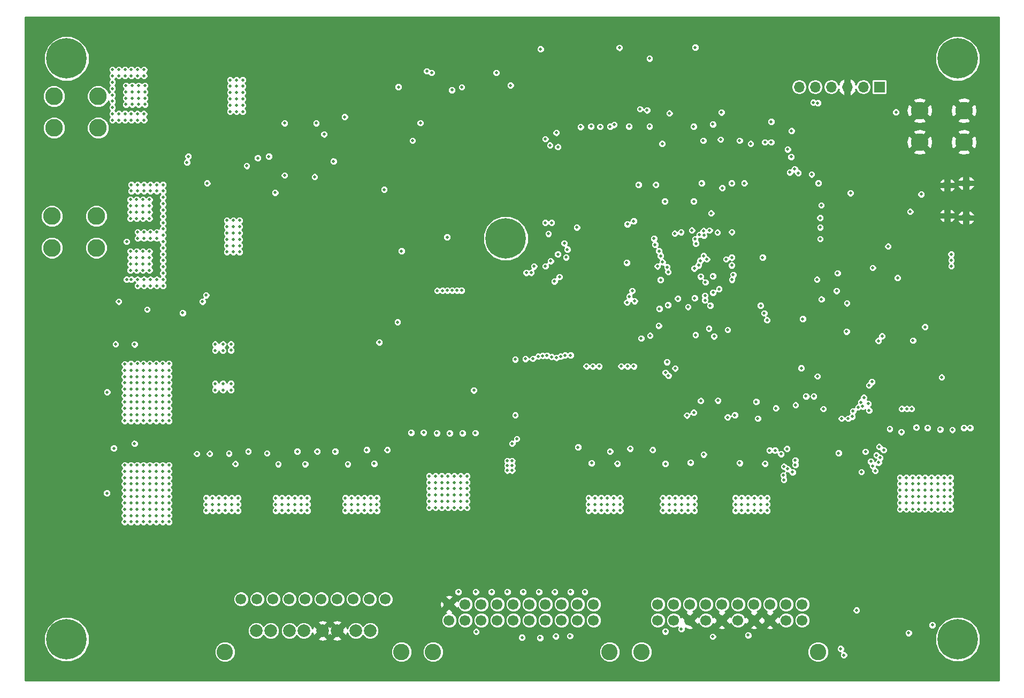
<source format=gbr>
G04 #@! TF.FileFunction,Copper,L2,Inr,Plane*
%FSLAX46Y46*%
G04 Gerber Fmt 4.6, Leading zero omitted, Abs format (unit mm)*
G04 Created by KiCad (PCBNEW 4.0.7) date 01/12/18 12:19:17*
%MOMM*%
%LPD*%
G01*
G04 APERTURE LIST*
%ADD10C,0.100000*%
%ADD11O,1.500000X1.100000*%
%ADD12O,1.700000X1.200000*%
%ADD13R,1.700000X1.700000*%
%ADD14O,1.700000X1.700000*%
%ADD15C,2.800000*%
%ADD16C,6.400000*%
%ADD17C,0.800000*%
%ADD18C,1.700000*%
%ADD19C,2.600000*%
%ADD20C,0.600000*%
%ADD21C,2.000000*%
%ADD22C,0.500000*%
%ADD23C,2.000000*%
%ADD24C,0.254000*%
G04 APERTURE END LIST*
D10*
D11*
X139356000Y67100000D03*
X139356000Y71940000D03*
D12*
X142356000Y66790000D03*
X142356000Y72250000D03*
D13*
X128620000Y87500000D03*
D14*
X126080000Y87500000D03*
X123540000Y87500000D03*
X121000000Y87500000D03*
X118460000Y87500000D03*
X115920000Y87500000D03*
D15*
X-2000000Y81000000D03*
X5000000Y81000000D03*
X-2000000Y86000000D03*
X5000000Y86000000D03*
X-2320000Y62020000D03*
X4680000Y62020000D03*
X-2320000Y67020000D03*
X4680000Y67020000D03*
X135000000Y78750000D03*
X142000000Y78750000D03*
X135000000Y83750000D03*
X142000000Y83750000D03*
D16*
X141000000Y0D03*
D17*
X143400000Y0D03*
X142697056Y-1697056D03*
X141000000Y-2400000D03*
X139302944Y-1697056D03*
X138600000Y0D03*
X139302944Y1697056D03*
X141000000Y2400000D03*
X142697056Y1697056D03*
D16*
X141000000Y92000000D03*
D17*
X143400000Y92000000D03*
X142697056Y90302944D03*
X141000000Y89600000D03*
X139302944Y90302944D03*
X138600000Y92000000D03*
X139302944Y93697056D03*
X141000000Y94400000D03*
X142697056Y93697056D03*
D16*
X69500000Y63500000D03*
D17*
X71900000Y63500000D03*
X71197056Y61802944D03*
X69500000Y61100000D03*
X67802944Y61802944D03*
X67100000Y63500000D03*
X67802944Y65197056D03*
X69500000Y65900000D03*
X71197056Y65197056D03*
D16*
X0Y0D03*
D17*
X2400000Y0D03*
X1697056Y-1697056D03*
X0Y-2400000D03*
X-1697056Y-1697056D03*
X-2400000Y0D03*
X-1697056Y1697056D03*
X0Y2400000D03*
X1697056Y1697056D03*
D16*
X0Y92000000D03*
D17*
X2400000Y92000000D03*
X1697056Y90302944D03*
X0Y89600000D03*
X-1697056Y90302944D03*
X-2400000Y92000000D03*
X-1697056Y93697056D03*
X0Y94400000D03*
X1697056Y93697056D03*
D18*
X93540000Y5540000D03*
X96080000Y5540000D03*
X98620000Y5540000D03*
X101160000Y5540000D03*
X103700000Y5540000D03*
X106240000Y5540000D03*
X108780000Y5540000D03*
X111320000Y5540000D03*
X113860000Y5540000D03*
X116400000Y5540000D03*
D19*
X91000000Y-2000000D03*
X118940000Y-2000000D03*
D18*
X93540000Y3000000D03*
X96080000Y3000000D03*
X98620000Y3000000D03*
X101160000Y3000000D03*
X103700000Y3000000D03*
X106240000Y3000000D03*
X108780000Y3000000D03*
X111320000Y3000000D03*
X113860000Y3000000D03*
X116400000Y3000000D03*
X60540000Y5540000D03*
X63080000Y5540000D03*
X65620000Y5540000D03*
X68160000Y5540000D03*
X70700000Y5540000D03*
X73240000Y5540000D03*
X75780000Y5540000D03*
X78320000Y5540000D03*
X80860000Y5540000D03*
X83400000Y5540000D03*
D19*
X58000000Y-2000000D03*
X85940000Y-2000000D03*
D18*
X60540000Y3000000D03*
X63080000Y3000000D03*
X65620000Y3000000D03*
X68160000Y3000000D03*
X70700000Y3000000D03*
X73240000Y3000000D03*
X75780000Y3000000D03*
X78320000Y3000000D03*
X80860000Y3000000D03*
X83400000Y3000000D03*
D20*
X51555000Y45334000D03*
X51555000Y44534000D03*
X52755000Y44534000D03*
X52755000Y45334000D03*
X51555000Y42934000D03*
X51555000Y43734000D03*
X52755000Y43734000D03*
X52755000Y42934000D03*
X124250000Y21700000D03*
X123450000Y21700000D03*
X123450000Y20500000D03*
X124250000Y20500000D03*
X121850000Y21700000D03*
X122650000Y21700000D03*
X122650000Y20500000D03*
X121850000Y20500000D03*
D18*
X27600000Y6360000D03*
X30140000Y6360000D03*
X32680000Y6360000D03*
X35220000Y6360000D03*
X37760000Y6360000D03*
X40300000Y6360000D03*
X42840000Y6360000D03*
X45380000Y6360000D03*
X47920000Y6360000D03*
X50460000Y6360000D03*
D21*
X30005000Y1360000D03*
X32305000Y1360000D03*
X35255000Y1360000D03*
X37555000Y1360000D03*
X40505000Y1360000D03*
X42805000Y1360000D03*
X45755000Y1360000D03*
X48055000Y1360000D03*
D19*
X25060000Y-2000000D03*
X53000000Y-2000000D03*
D22*
X123500000Y53250000D03*
X131500000Y57250000D03*
X135839377Y49477117D03*
X88644606Y59655198D03*
X103074000Y37825010D03*
X99538375Y48205877D03*
X110146000Y60496000D03*
X109827403Y52864000D03*
X131250000Y83500000D03*
X93128000Y62528000D03*
X87750000Y43250000D03*
X88750000Y43250000D03*
X89750000Y43250000D03*
X100355360Y37776000D03*
X116500000Y50750000D03*
X103750000Y71500000D03*
X94664000Y69374000D03*
X99236000Y69374000D03*
X32000000Y76500000D03*
X30255001Y76244999D03*
X22075010Y54507995D03*
X127575010Y58843413D03*
X70250000Y87750000D03*
X22250000Y72250000D03*
X92250000Y92000000D03*
X40750000Y80000000D03*
X33000000Y70750000D03*
X44000000Y82750000D03*
X102272700Y81583219D03*
X122000000Y58000000D03*
X121855934Y55194000D03*
X60971957Y87000000D03*
X119750000Y36500000D03*
X115360514Y37099799D03*
X55993788Y81788942D03*
X57750000Y89750000D03*
X68000000Y89750000D03*
X81343000Y81157000D03*
X42251750Y75717066D03*
X39500000Y81750000D03*
X86016000Y81234000D03*
X83000000Y81250000D03*
X75750000Y79250000D03*
X112244066Y36603274D03*
X99224000Y81224000D03*
X92250000Y81250000D03*
X89000000Y81250000D03*
X111500000Y82000000D03*
X111500000Y78750000D03*
X109122000Y37628000D03*
X139999341Y59122820D03*
X139994557Y60992461D03*
X140000000Y60050000D03*
X62500000Y55250000D03*
X58646928Y55220731D03*
X59468325Y55239752D03*
X60230823Y55254749D03*
X61000000Y55250000D03*
X61800000Y55250000D03*
X84250000Y43250000D03*
X83250000Y43250000D03*
X82250000Y43250000D03*
X64446000Y39446000D03*
X133935000Y47340000D03*
X90500000Y72000000D03*
X96224000Y64276000D03*
X97250000Y64500000D03*
X93250000Y72000000D03*
X127441048Y40772335D03*
X129293640Y29974979D03*
X107849809Y650022D03*
X90750000Y84000000D03*
X126973574Y40223561D03*
X128586830Y30495260D03*
X91869089Y83805901D03*
X102250000Y424990D03*
X49484463Y47049990D03*
X52369000Y50241000D03*
X97285170Y1612434D03*
X128750000Y28750000D03*
X128151263Y29162937D03*
X94750000Y1250000D03*
X76500000Y78250000D03*
X53000000Y61500000D03*
X26369000Y61353000D03*
X27369000Y61353000D03*
X25369000Y61353000D03*
X25369000Y62353000D03*
X27369000Y62353000D03*
X26369000Y62353000D03*
X26369000Y63353000D03*
X27369000Y63353000D03*
X27369000Y64353000D03*
X26369000Y64353000D03*
X25369000Y64353000D03*
X25369000Y63353000D03*
X26369000Y66353000D03*
X26369000Y65353000D03*
X25369000Y66353000D03*
X27369000Y66353000D03*
X25369000Y65353000D03*
X27369000Y65353000D03*
X25869000Y85603000D03*
X26869000Y83603000D03*
X25869000Y84603000D03*
X25869000Y83603000D03*
X27869000Y88603000D03*
X26869000Y88603000D03*
X26869000Y87603000D03*
X27869000Y86603000D03*
X27869000Y87603000D03*
X25869000Y88603000D03*
X25869000Y86603000D03*
X25869000Y87603000D03*
X26869000Y86603000D03*
X26869000Y84603000D03*
X27869000Y85603000D03*
X26869000Y85603000D03*
X27869000Y83603000D03*
X27869000Y84603000D03*
X143000000Y33500000D03*
X142000000Y33500000D03*
X76243225Y64246015D03*
X75750000Y66000000D03*
X76750000Y66000000D03*
X23500000Y40500000D03*
X24750000Y40500000D03*
X26000000Y40500000D03*
X26000000Y39500000D03*
X24750000Y39500000D03*
X23500000Y39500000D03*
X24744065Y45737559D03*
X26016826Y45767060D03*
X23500000Y45750000D03*
X26000000Y46750000D03*
X24750000Y46750000D03*
X23500000Y46750000D03*
X16181000Y43649869D03*
X10178235Y43629834D03*
X6374490Y23159642D03*
X6410000Y39160000D03*
X59369000Y24853000D03*
X60369000Y25853000D03*
X59369000Y25853000D03*
X60369000Y24853000D03*
X57369000Y24853000D03*
X58369000Y25853000D03*
X57369000Y25853000D03*
X58369000Y24853000D03*
X61369000Y24853000D03*
X63369000Y24853000D03*
X63369000Y25853000D03*
X62369000Y24853000D03*
X61369000Y25853000D03*
X62369000Y25853000D03*
X62369000Y21853000D03*
X63369000Y22853000D03*
X62369000Y23853000D03*
X62369000Y22853000D03*
X63369000Y23853000D03*
X63369000Y21853000D03*
X59369000Y22853000D03*
X58369000Y23853000D03*
X57369000Y22853000D03*
X59369000Y23853000D03*
X57369000Y23853000D03*
X58369000Y22853000D03*
X59369000Y21853000D03*
X58369000Y20853000D03*
X59369000Y20853000D03*
X57369000Y20853000D03*
X58369000Y21853000D03*
X57369000Y21853000D03*
X61369000Y22853000D03*
X60369000Y22853000D03*
X60369000Y20853000D03*
X61369000Y23853000D03*
X60369000Y23853000D03*
X60369000Y21853000D03*
X62369000Y20853000D03*
X63369000Y20853000D03*
X61369000Y20853000D03*
X61369000Y21853000D03*
X137869000Y21603000D03*
X138869000Y21603000D03*
X139869000Y20603000D03*
X139869000Y21603000D03*
X139869000Y22603000D03*
X138869000Y25603000D03*
X137869000Y24603000D03*
X137869000Y25603000D03*
X137869000Y23603000D03*
X137869000Y22603000D03*
X137869000Y20603000D03*
X138869000Y20603000D03*
X139869000Y25603000D03*
X139869000Y24603000D03*
X138869000Y24603000D03*
X138869000Y23603000D03*
X139869000Y23603000D03*
X138869000Y22603000D03*
X134869000Y21603000D03*
X135869000Y21603000D03*
X136869000Y20603000D03*
X136869000Y21603000D03*
X136869000Y22603000D03*
X135869000Y25603000D03*
X134869000Y24603000D03*
X134869000Y25603000D03*
X134869000Y23603000D03*
X134869000Y22603000D03*
X134869000Y20603000D03*
X135869000Y20603000D03*
X136869000Y25603000D03*
X136869000Y24603000D03*
X135869000Y24603000D03*
X135869000Y23603000D03*
X136869000Y23603000D03*
X135869000Y22603000D03*
X131869000Y21603000D03*
X132869000Y21603000D03*
X133869000Y20603000D03*
X133869000Y21603000D03*
X133869000Y22603000D03*
X132869000Y25603000D03*
X131869000Y24603000D03*
X131869000Y25603000D03*
X131869000Y23603000D03*
X131869000Y22603000D03*
X131869000Y20603000D03*
X132869000Y20603000D03*
X133869000Y25603000D03*
X133869000Y24603000D03*
X132869000Y24603000D03*
X132869000Y23603000D03*
X133869000Y23603000D03*
X132869000Y22603000D03*
X11202761Y43649869D03*
X15181000Y43649869D03*
X12181000Y43649869D03*
X14181000Y43649869D03*
X13181000Y43649869D03*
X110853000Y20381000D03*
X109853000Y20381000D03*
X108853000Y20381000D03*
X107853000Y20381000D03*
X106853000Y20381000D03*
X105853000Y20381000D03*
X105853000Y22381000D03*
X105853000Y21381000D03*
X106853000Y21381000D03*
X106853000Y22381000D03*
X107853000Y21381000D03*
X108853000Y22381000D03*
X108853000Y21381000D03*
X107853000Y22381000D03*
X109853000Y21381000D03*
X110853000Y22381000D03*
X109853000Y22381000D03*
X110853000Y21381000D03*
X99353000Y20381000D03*
X98353000Y20381000D03*
X97353000Y20381000D03*
X96353000Y20381000D03*
X95353000Y20381000D03*
X94353000Y20381000D03*
X94353000Y22381000D03*
X94353000Y21381000D03*
X95353000Y21381000D03*
X95353000Y22381000D03*
X96353000Y21381000D03*
X97353000Y22381000D03*
X97353000Y21381000D03*
X96353000Y22381000D03*
X98353000Y21381000D03*
X99353000Y22381000D03*
X98353000Y22381000D03*
X99353000Y21381000D03*
X87603000Y20381000D03*
X86603000Y20381000D03*
X85603000Y20381000D03*
X84603000Y20381000D03*
X83603000Y20381000D03*
X82603000Y20381000D03*
X82603000Y22381000D03*
X82603000Y21381000D03*
X83603000Y21381000D03*
X83603000Y22381000D03*
X84603000Y21381000D03*
X85603000Y22381000D03*
X85603000Y21381000D03*
X84603000Y22381000D03*
X86603000Y21381000D03*
X87603000Y22381000D03*
X86603000Y22381000D03*
X87603000Y21381000D03*
X45103000Y22381000D03*
X44103000Y22381000D03*
X46103000Y22381000D03*
X46103000Y21381000D03*
X45103000Y21381000D03*
X45103000Y20381000D03*
X44103000Y20381000D03*
X46103000Y20381000D03*
X44103000Y21381000D03*
X48103000Y22381000D03*
X47103000Y22381000D03*
X49103000Y22381000D03*
X49103000Y21381000D03*
X48103000Y21381000D03*
X47103000Y20381000D03*
X48103000Y20381000D03*
X47103000Y21381000D03*
X49103000Y20381000D03*
X34103000Y22381000D03*
X33103000Y22381000D03*
X35103000Y22381000D03*
X35103000Y21381000D03*
X34103000Y21381000D03*
X34103000Y20381000D03*
X33103000Y20381000D03*
X35103000Y20381000D03*
X33103000Y21381000D03*
X37103000Y22381000D03*
X36103000Y22381000D03*
X38103000Y22381000D03*
X38103000Y21381000D03*
X37103000Y21381000D03*
X36103000Y20381000D03*
X37103000Y20381000D03*
X36103000Y21381000D03*
X38103000Y20381000D03*
X77500000Y80250000D03*
X22103000Y20381000D03*
X23103000Y20381000D03*
X24103000Y20381000D03*
X25103000Y20381000D03*
X26103000Y20381000D03*
X26103000Y21381000D03*
X25103000Y21381000D03*
X24103000Y21381000D03*
X23103000Y21381000D03*
X22103000Y21381000D03*
X22103000Y22381000D03*
X23103000Y22381000D03*
X24103000Y22381000D03*
X25103000Y22381000D03*
X26103000Y22381000D03*
X27103000Y22381000D03*
X27103000Y21381000D03*
X27103000Y20381000D03*
X15181000Y41605000D03*
X16181000Y40605000D03*
X16181000Y41605000D03*
X14181000Y40605000D03*
X15181000Y40605000D03*
X13181000Y41605000D03*
X13181000Y40605000D03*
X14181000Y41605000D03*
X11181000Y42605000D03*
X10181000Y42605000D03*
X9181000Y43605000D03*
X9181000Y42605000D03*
X11181000Y40605000D03*
X11181000Y41605000D03*
X10181000Y40605000D03*
X10181000Y41605000D03*
X9181000Y39605000D03*
X9181000Y41605000D03*
X9181000Y40605000D03*
X12181000Y41605000D03*
X12181000Y40605000D03*
X14181000Y42605000D03*
X13181000Y42605000D03*
X12181000Y42605000D03*
X16181000Y42605000D03*
X15181000Y42605000D03*
X14181000Y35605000D03*
X14181000Y36605000D03*
X13181000Y36605000D03*
X12181000Y36605000D03*
X10181000Y34605000D03*
X10181000Y35605000D03*
X11181000Y34605000D03*
X11181000Y35605000D03*
X9181000Y35605000D03*
X9181000Y34605000D03*
X10181000Y36605000D03*
X9181000Y36605000D03*
X11181000Y36605000D03*
X9181000Y37605000D03*
X9181000Y38605000D03*
X11181000Y37605000D03*
X10181000Y38605000D03*
X11181000Y38605000D03*
X12181000Y39605000D03*
X10181000Y37605000D03*
X10181000Y39605000D03*
X11181000Y39605000D03*
X16181000Y38605000D03*
X15181000Y39605000D03*
X16181000Y39605000D03*
X14181000Y37605000D03*
X15181000Y37605000D03*
X16181000Y37605000D03*
X14181000Y38605000D03*
X15181000Y38605000D03*
X15181000Y34605000D03*
X15181000Y35605000D03*
X16181000Y35605000D03*
X16181000Y36605000D03*
X16181000Y34605000D03*
X15181000Y36605000D03*
X12181000Y34605000D03*
X12181000Y35605000D03*
X13181000Y34605000D03*
X14181000Y34605000D03*
X13181000Y35605000D03*
X12181000Y37605000D03*
X13181000Y37605000D03*
X14181000Y39605000D03*
X12181000Y38605000D03*
X13181000Y39605000D03*
X13181000Y38605000D03*
X16181000Y18603000D03*
X15181000Y18603000D03*
X14181000Y18603000D03*
X13181000Y18603000D03*
X12181000Y18603000D03*
X11181000Y18603000D03*
X10181000Y18603000D03*
X9181000Y18603000D03*
X16181000Y19603000D03*
X15181000Y19603000D03*
X14181000Y19603000D03*
X13181000Y19603000D03*
X12181000Y19603000D03*
X11181000Y19603000D03*
X10181000Y19603000D03*
X9181000Y19603000D03*
X16181000Y20603000D03*
X15181000Y20603000D03*
X14181000Y20603000D03*
X13181000Y20603000D03*
X12181000Y20603000D03*
X11181000Y20603000D03*
X10181000Y20603000D03*
X9181000Y20603000D03*
X16181000Y21603000D03*
X15181000Y21603000D03*
X14181000Y21603000D03*
X13181000Y21603000D03*
X12181000Y21603000D03*
X11181000Y21603000D03*
X10181000Y21603000D03*
X9181000Y21603000D03*
X16181000Y22603000D03*
X15181000Y22603000D03*
X14181000Y22603000D03*
X13181000Y22603000D03*
X12181000Y22603000D03*
X11181000Y22603000D03*
X10181000Y22603000D03*
X9181000Y22603000D03*
X16181000Y23603000D03*
X15181000Y23603000D03*
X14181000Y23603000D03*
X13181000Y23603000D03*
X12181000Y23603000D03*
X11181000Y23603000D03*
X10181000Y23603000D03*
X9181000Y23603000D03*
X16181000Y24603000D03*
X15181000Y24603000D03*
X14181000Y24603000D03*
X13181000Y24603000D03*
X12181000Y24603000D03*
X11181000Y24603000D03*
X10181000Y24603000D03*
X9181000Y24603000D03*
X16181000Y25603000D03*
X15181000Y25603000D03*
X14181000Y25603000D03*
X13181000Y25603000D03*
X12181000Y25603000D03*
X11181000Y25603000D03*
X10181000Y25603000D03*
X9181000Y25603000D03*
X16181000Y26603000D03*
X15181000Y26603000D03*
X14181000Y26603000D03*
X13181000Y26603000D03*
X12181000Y26603000D03*
X11181000Y26603000D03*
X10181000Y26603000D03*
X9181000Y26603000D03*
X16181000Y27603000D03*
X15181000Y27603000D03*
X14181000Y27603000D03*
X13181000Y27603000D03*
X12181000Y27603000D03*
X11181000Y27603000D03*
X10181000Y27603000D03*
X9181000Y27603000D03*
X7250000Y82250000D03*
X8250000Y82250000D03*
X9250000Y82250000D03*
X10250000Y82250000D03*
X11250000Y82250000D03*
X12250000Y82250000D03*
X12250000Y83250000D03*
X11250000Y83250000D03*
X10250000Y83250000D03*
X10250000Y83250000D03*
X9244591Y83255409D03*
X8244591Y83255409D03*
X7244591Y83255409D03*
X7244591Y84258467D03*
X7244591Y85237532D03*
X7244591Y86230195D03*
X7250000Y87250000D03*
X7250000Y88250000D03*
X7250000Y90250000D03*
X7250000Y89250000D03*
X9242226Y90240761D03*
X8250000Y89250000D03*
X8250000Y90250000D03*
X9250000Y89250000D03*
X10250000Y89250000D03*
X10250000Y90250000D03*
X11250000Y90250000D03*
X11250000Y89250000D03*
X12250000Y89250000D03*
X12250000Y90250000D03*
X12404090Y84717664D03*
X11404090Y84717664D03*
X10404090Y84717664D03*
X9404090Y84717664D03*
X12404090Y85717664D03*
X11404090Y85717664D03*
X10404090Y85717664D03*
X9404090Y85717664D03*
X12404090Y86717664D03*
X11404090Y86717664D03*
X10404090Y86717664D03*
X9404090Y86717664D03*
X12404090Y87717664D03*
X11404090Y87717664D03*
X10404090Y87717664D03*
X9404090Y87717664D03*
X12750000Y52249162D03*
X52500000Y87500000D03*
X8250000Y53500000D03*
X57000000Y90000000D03*
X89503107Y55205645D03*
X7480000Y30270000D03*
X94001898Y56940277D03*
X7750000Y46750000D03*
X129039983Y48021319D03*
X34500000Y73500000D03*
X103633724Y83474979D03*
X50250000Y71250000D03*
X39250000Y73250000D03*
X19250000Y76500000D03*
X105745915Y35508161D03*
X104617631Y49018559D03*
X83082437Y27906517D03*
X106507995Y27924990D03*
X33500000Y27750000D03*
X44500000Y27750000D03*
X94750000Y27807002D03*
X22643000Y29393000D03*
X118967346Y72250988D03*
X86000000Y29763591D03*
X98344535Y52657723D03*
X60616000Y32634000D03*
X92340948Y48103004D03*
X54520000Y32730000D03*
X102276794Y57525019D03*
X56500000Y32750000D03*
X99384087Y54056441D03*
X64680000Y32680000D03*
X90932991Y47674880D03*
X58584000Y32666000D03*
X101095203Y56567074D03*
X62648000Y32648000D03*
X119257996Y63425045D03*
X10750000Y31000000D03*
X119253663Y65255706D03*
X10750000Y46731143D03*
X89029218Y54300371D03*
X20611000Y29389000D03*
X119424990Y68750000D03*
X99447694Y63384507D03*
X99324979Y58750031D03*
X25706431Y29437526D03*
X31708194Y29475392D03*
X95160967Y52961369D03*
X99578270Y62696781D03*
X36500000Y29763591D03*
X119250000Y66750000D03*
X100000000Y59250000D03*
X96727967Y53978166D03*
X42500000Y29763591D03*
X100784907Y64699142D03*
X101322779Y60199387D03*
X110500000Y78750000D03*
X47500000Y30000000D03*
X93806701Y52357103D03*
X28750000Y29763591D03*
X99250000Y35916044D03*
X110523894Y27828474D03*
X102460361Y47992359D03*
X37750000Y27750000D03*
X48678000Y27822000D03*
X87154426Y27833803D03*
X98750000Y28000000D03*
X26707000Y27793000D03*
X39661000Y29763591D03*
X93698958Y49675919D03*
X100345118Y57469568D03*
X50750000Y30000000D03*
X73774983Y44452769D03*
X73974979Y59081744D03*
X89750000Y66250000D03*
X89191000Y30191000D03*
X72605637Y44418975D03*
X80934173Y30434173D03*
X73525944Y58075010D03*
X88750000Y65750000D03*
X104599421Y35168643D03*
X101847331Y52871733D03*
X109389255Y34975087D03*
X106500000Y79000000D03*
X74639495Y44813719D03*
X93511327Y59088713D03*
X75772668Y59108677D03*
X92747000Y29997000D03*
X98162877Y35466033D03*
X108250000Y78500000D03*
X123689468Y34975087D03*
X123430101Y48751265D03*
X122636095Y34975087D03*
X114722180Y80532578D03*
X76032523Y44924636D03*
X111242095Y29924990D03*
X77750000Y61000000D03*
X93750000Y61500000D03*
X75332633Y44911575D03*
X94294606Y59760924D03*
X100817997Y29274913D03*
X76598570Y59911757D03*
X76738686Y44739072D03*
X122174990Y29507995D03*
X78759880Y62740128D03*
X92964000Y63464000D03*
X95004454Y43924990D03*
X136250000Y33500000D03*
X130259350Y33324957D03*
X94765262Y42255020D03*
X77194872Y56703825D03*
X78200190Y44825016D03*
X95204257Y58176675D03*
X132093406Y32843406D03*
X140174990Y33174990D03*
X95250000Y41750000D03*
X134475030Y33557480D03*
X96296673Y42917378D03*
X77997105Y57410725D03*
X78877532Y45001721D03*
X95037208Y58967208D03*
X138250000Y33250000D03*
X105500000Y57750000D03*
X110853704Y50560288D03*
X105286000Y56964000D03*
X110402413Y51647989D03*
X105275021Y64502453D03*
X115774967Y73862661D03*
X104360108Y60201018D03*
X114666369Y76416369D03*
X118864637Y84958089D03*
X34500000Y81750000D03*
X118825010Y41663908D03*
X103250000Y55500000D03*
X116258610Y42953302D03*
X102285090Y54924990D03*
X71005614Y44336747D03*
X71006331Y35500000D03*
X72749948Y58075010D03*
X94250000Y78500000D03*
X101026681Y53715272D03*
X70500000Y31000000D03*
X101025021Y54432850D03*
X71250000Y31750000D03*
X128475032Y47285251D03*
X54750000Y79000000D03*
X105253413Y60496587D03*
X75000000Y93500000D03*
X114104772Y77614377D03*
X118164766Y85028818D03*
X9500000Y63000000D03*
X9500000Y57000000D03*
X18374405Y51694211D03*
X62531594Y87468406D03*
X95398822Y83325010D03*
X115217930Y74488187D03*
X100795332Y60743696D03*
X100848092Y63984560D03*
X89889633Y53575010D03*
X114449099Y73961513D03*
X88678662Y53373546D03*
X100259561Y59966982D03*
X100156594Y64093406D03*
X101647949Y49221864D03*
X79750000Y45000000D03*
X138475000Y41500000D03*
X60215000Y63715000D03*
X80750000Y65250000D03*
X79250000Y61750000D03*
X70500000Y26750000D03*
X70499692Y28247392D03*
X69750000Y28250000D03*
X69750000Y26750000D03*
X70500000Y27500000D03*
X69750000Y27500000D03*
X137000000Y46850000D03*
X134750000Y45750000D03*
X143250000Y54250000D03*
X22888417Y77791963D03*
X27870000Y73750000D03*
X37000000Y72250000D03*
X5500000Y-3500000D03*
X5500000Y-2750000D03*
X5500000Y-2000000D03*
X5500000Y-1250000D03*
X5500000Y-500000D03*
X-3750000Y53750000D03*
X-3750000Y54500000D03*
X-3750000Y55250000D03*
X-3750000Y56000000D03*
X-3750000Y56750000D03*
X125775000Y10725000D03*
X125750000Y10000000D03*
X89245712Y61813842D03*
X126174880Y21500000D03*
X126174880Y23762948D03*
X126174880Y24514950D03*
X126174880Y20000000D03*
X126174880Y23012948D03*
X126174880Y22262948D03*
X126174880Y20750000D03*
X104984254Y-1009918D03*
X126250000Y0D03*
X131000000Y-750000D03*
X136500000Y-2000000D03*
X109117446Y46734725D03*
X106999852Y46000000D03*
X103985244Y45951569D03*
X111167467Y45749690D03*
X112750000Y60750000D03*
X121750000Y60750000D03*
X118750000Y46000000D03*
X112758000Y58025021D03*
X112750000Y63500000D03*
X112698212Y70374225D03*
X112679388Y65300901D03*
X112750000Y52500000D03*
X112250000Y25750000D03*
X100610965Y25571238D03*
X88902903Y25510109D03*
X50447728Y25547196D03*
X39383607Y25501739D03*
X28483311Y25535797D03*
X116250000Y46000000D03*
X-250000Y77000000D03*
X-250000Y74000000D03*
X500000Y74000000D03*
X500000Y75500000D03*
X500000Y77000000D03*
X95000000Y-1000000D03*
X92500000Y125000D03*
X140014986Y41987317D03*
X-5750000Y66000000D03*
X-5750000Y56000000D03*
X-5750000Y46000000D03*
X-5750000Y36000000D03*
X-5750000Y26000000D03*
X-5750000Y16000000D03*
X-5750000Y6000000D03*
X-5750000Y-5750000D03*
X8000000Y-5750000D03*
X18000000Y-5750000D03*
X28000000Y-5750000D03*
X38000000Y-5750000D03*
X48000000Y-5750000D03*
X58000000Y-5750000D03*
X68000000Y-5750000D03*
X78000000Y-5750000D03*
X88000000Y-5750000D03*
X98000000Y-5750000D03*
X108000000Y-5750000D03*
X118000000Y-5750000D03*
X128000000Y-5750000D03*
X138000000Y-5750000D03*
X146750000Y-5750000D03*
X146750000Y1000000D03*
X146750000Y11000000D03*
X146750000Y21000000D03*
X146750000Y31000000D03*
X146750000Y41000000D03*
X146750000Y48500000D03*
X146750000Y58500000D03*
X146750000Y68500000D03*
X146750000Y78500000D03*
X146750000Y88500000D03*
X146750000Y97750000D03*
X135500000Y97750000D03*
X125500000Y97750000D03*
X115500000Y97750000D03*
X105500000Y97750000D03*
X95500000Y97750000D03*
X85500000Y97750000D03*
X75500000Y97750000D03*
X65500000Y97750000D03*
X55500000Y97750000D03*
X45500000Y97750000D03*
X35500000Y97750000D03*
X25500000Y97750000D03*
X15492567Y97742567D03*
X5492567Y97742567D03*
X-5757433Y97742567D03*
X-5757433Y88492567D03*
X-5757433Y78499797D03*
X47788000Y62250000D03*
X47750000Y63250000D03*
X48750000Y63250000D03*
X48750000Y62250000D03*
X51000000Y40250000D03*
X52000000Y40250000D03*
X53000000Y40250000D03*
X53000000Y41000000D03*
X52000000Y41000000D03*
X51000000Y41000000D03*
X75000000Y30500000D03*
X70000000Y29924000D03*
X73217500Y28206500D03*
X72392500Y28206500D03*
X72392500Y29531500D03*
X73217500Y29531500D03*
X13000000Y47000000D03*
X13000000Y46000000D03*
X94250000Y53000000D03*
X19250000Y14500000D03*
X18250000Y14500000D03*
X17000000Y14500000D03*
X15500000Y14500000D03*
X14250000Y14500000D03*
X13000000Y14500000D03*
X11500000Y14500000D03*
X10250000Y14500000D03*
X9000000Y14500000D03*
X51000000Y49750000D03*
X51000000Y48750000D03*
X51000000Y47750000D03*
X50000000Y47750000D03*
X49000000Y47750000D03*
X48000000Y47750000D03*
X47000000Y47750000D03*
X46000000Y47750000D03*
X46000000Y48750000D03*
X47000000Y48750000D03*
X48000000Y48750000D03*
X49000000Y48750000D03*
X50000000Y48750000D03*
X50000000Y49750000D03*
X49000000Y49750000D03*
X48000000Y49750000D03*
X47000000Y49750000D03*
X46000000Y49750000D03*
X119750000Y24500000D03*
X125250000Y22250000D03*
X125250000Y21500000D03*
X125250000Y20750000D03*
X125250000Y20000000D03*
X119750000Y23750000D03*
X119750000Y23000000D03*
X119750000Y22250000D03*
X119750000Y21500000D03*
X119750000Y20750000D03*
X119750000Y20000000D03*
X64680000Y25663752D03*
X120750000Y20000000D03*
X120750000Y20750000D03*
X120750000Y21500000D03*
X120750000Y22250000D03*
X59596532Y29548268D03*
X140366802Y26503849D03*
X135282809Y29678833D03*
X31250000Y51500000D03*
X32750000Y51500000D03*
X32739629Y50499042D03*
X34112219Y51524347D03*
X34099057Y50514842D03*
X31250000Y50500000D03*
X115488808Y17004481D03*
X114500000Y17000000D03*
X79250000Y15500000D03*
X79250000Y16500000D03*
X91000000Y15500000D03*
X91000000Y16500000D03*
X142750000Y9500000D03*
X141750000Y9500000D03*
X138000000Y9500000D03*
X137000000Y9500000D03*
X133500000Y9750000D03*
X132500000Y9750000D03*
X99750000Y-1000000D03*
X62000000Y-500000D03*
X69767133Y-749872D03*
X72276325Y-740404D03*
X74738172Y-749872D03*
X77237895Y-759341D03*
X117725910Y82528774D03*
X123149322Y79959509D03*
X119364617Y81975030D03*
X61750000Y78000000D03*
X44750000Y78000000D03*
X66250000Y87750000D03*
X64531594Y8968406D03*
X69500000Y9000000D03*
X79250000Y19250000D03*
X78250000Y19250000D03*
X76750000Y19250000D03*
X75750000Y19250000D03*
X74250000Y19250000D03*
X73250000Y19250000D03*
X71750000Y19250000D03*
X70750000Y19250000D03*
X69250000Y19250000D03*
X68250000Y19250000D03*
X112432000Y72075010D03*
X82000000Y9000000D03*
X79500000Y9000000D03*
X77000000Y9000000D03*
X74500000Y9000000D03*
X72000000Y9000000D03*
X67000000Y9000000D03*
X62000000Y9000000D03*
X133000000Y42000000D03*
X34099057Y34764842D03*
X34112219Y35774347D03*
X59427500Y63139990D03*
X98385089Y43924990D03*
X76750000Y75500000D03*
X80757510Y64257510D03*
X81757510Y64257510D03*
X82757510Y64257510D03*
X83757510Y64257510D03*
X84740717Y64257510D03*
X130000000Y65625000D03*
X138086000Y61836000D03*
X6260000Y48740000D03*
X4228000Y48978000D03*
X9250000Y48500000D03*
X9250000Y32750000D03*
X6250000Y32500000D03*
X4250000Y33000000D03*
X32739629Y34749042D03*
X32750000Y35750000D03*
X31250000Y34750000D03*
X31250000Y35750000D03*
X69257970Y78944782D03*
X65794000Y83703000D03*
X68000000Y93850000D03*
X110132846Y59025021D03*
X112518419Y55174990D03*
X109000000Y85750000D03*
X89231358Y37983200D03*
X87497457Y37999952D03*
X86001806Y37997094D03*
X83000000Y38000000D03*
X84500000Y38000000D03*
X90162743Y95446213D03*
X23532000Y54275020D03*
X47560459Y74439541D03*
X73750000Y35500000D03*
X69560000Y34310000D03*
X86501862Y71568138D03*
X135690000Y64560000D03*
X133958500Y70541500D03*
X106156833Y72220020D03*
X108399315Y71945712D03*
X82968000Y72066000D03*
X92109732Y71972675D03*
X89064000Y72042000D03*
X94144000Y72054000D03*
X96176000Y72054000D03*
X99224000Y72026000D03*
X102272000Y72022000D03*
X104608000Y71750000D03*
X110400000Y72054000D03*
X89318000Y56889055D03*
X55126291Y41044633D03*
X19611000Y49685000D03*
X18250000Y76500000D03*
X20230000Y72579000D03*
X45000000Y84000000D03*
X31500000Y81500000D03*
X35557760Y78894001D03*
X35630000Y77370000D03*
X38000000Y76000000D03*
X47750000Y75750000D03*
X35327000Y29500000D03*
X46646000Y29354000D03*
X85127000Y27857000D03*
X96811000Y27811000D03*
X108500000Y27807002D03*
X98706406Y45519594D03*
X24675000Y29425000D03*
X95000000Y85500000D03*
X88000000Y86750000D03*
X86000000Y88500000D03*
X91000000Y90000000D03*
X98000000Y87500000D03*
X112706575Y66821020D03*
X112700138Y68602103D03*
X114202000Y46018000D03*
X62787000Y80106000D03*
X64819000Y92679000D03*
X73245588Y79896588D03*
X62533000Y72740000D03*
X61263000Y80106000D03*
X17436000Y54051000D03*
X107618000Y51364000D03*
X102284000Y69374000D03*
X96164000Y69374000D03*
X100736000Y69374000D03*
X126164640Y38290389D03*
X113421289Y25984477D03*
X62000000Y7500000D03*
X84429859Y81200010D03*
X125690127Y37536689D03*
X113500000Y25250000D03*
X64750000Y7500000D03*
X86662510Y81524302D03*
X114109884Y26981085D03*
X67250000Y7500000D03*
X114880376Y26468406D03*
X69750000Y7500000D03*
X113524562Y27365030D03*
X72250000Y7500000D03*
X115318454Y27635516D03*
X119450454Y53862734D03*
X74750000Y7500000D03*
X118250000Y38500000D03*
X115317780Y28335527D03*
X118750000Y57000000D03*
X77250000Y7500000D03*
X117000000Y38500000D03*
X113062671Y29342368D03*
X79750000Y7500000D03*
X112109624Y29932069D03*
X82000000Y7500000D03*
X102000000Y67500000D03*
X77750000Y78000000D03*
X101752451Y64775019D03*
X105250000Y72250000D03*
X103001919Y64447680D03*
X107250000Y72250000D03*
X98947792Y64789922D03*
X100500000Y72250000D03*
X124317960Y35283331D03*
X64825010Y1206660D03*
X125776554Y26510530D03*
X124046829Y70688071D03*
X72064656Y281663D03*
X127968158Y26679388D03*
X124437802Y36124614D03*
X103500000Y79174990D03*
X74930569Y224981D03*
X127559854Y27449333D03*
X125275021Y36750000D03*
X100750000Y79000000D03*
X125974979Y36897255D03*
X77424996Y474981D03*
X127266203Y28170609D03*
X87485444Y93714370D03*
X126424990Y29715198D03*
X79657503Y519189D03*
X126840910Y37302564D03*
X99475848Y93760183D03*
X135250000Y70500000D03*
X133500000Y67750000D03*
X105250000Y59250000D03*
X117910930Y73654720D03*
X137000000Y2250000D03*
X133741675Y36508325D03*
X132991675Y36508325D03*
X132162432Y36508325D03*
X11250000Y64500000D03*
X11250000Y63500000D03*
X12250000Y63500000D03*
X12250000Y64500000D03*
X13250000Y64500000D03*
X13250000Y63500000D03*
X14250000Y63500000D03*
X14250000Y64500000D03*
X10250000Y57000000D03*
X11250000Y56000000D03*
X11250000Y57000000D03*
X12250000Y57000000D03*
X12250000Y56000000D03*
X13250000Y56000000D03*
X13250000Y57000000D03*
X14250000Y57000000D03*
X14250000Y56000000D03*
X15250000Y56000000D03*
X15250000Y57000000D03*
X15250000Y58000000D03*
X15250000Y59000000D03*
X15250000Y60000000D03*
X15250000Y61000000D03*
X15250000Y62000000D03*
X15250000Y63000000D03*
X15250000Y64000000D03*
X15250000Y65000000D03*
X15250000Y66000000D03*
X15250000Y67000000D03*
X15250000Y68000000D03*
X15250000Y69000000D03*
X15250000Y70000000D03*
X15250000Y71000000D03*
X15250000Y72000000D03*
X14250000Y72000000D03*
X14250000Y71000000D03*
X13250000Y71000000D03*
X13250000Y72000000D03*
X12250000Y72000000D03*
X12250000Y71000000D03*
X11250000Y71000000D03*
X11250000Y72000000D03*
X10250000Y72000000D03*
X10250000Y71000000D03*
X10096352Y58454352D03*
X11096352Y58454352D03*
X12096352Y58454352D03*
X13096352Y58454352D03*
X13096352Y59454352D03*
X12096352Y59454352D03*
X11096352Y59454352D03*
X10096352Y59454352D03*
X10096352Y60454352D03*
X11096352Y60454352D03*
X12096352Y60454352D03*
X13096352Y60454352D03*
X13096352Y61454352D03*
X10096352Y61454352D03*
X12096352Y61454352D03*
X11096352Y61454352D03*
X13096352Y66654352D03*
X12096352Y66654352D03*
X11096352Y66654352D03*
X10096352Y66654352D03*
X13096352Y67654352D03*
X12096352Y67654352D03*
X11096352Y67654352D03*
X10096352Y67654352D03*
X13096352Y68654352D03*
X12096352Y68654352D03*
X11096352Y68654352D03*
X10096352Y68654352D03*
X13096352Y69654352D03*
X12096352Y69654352D03*
X11096352Y69654352D03*
X10096352Y69654352D03*
X127000000Y36250000D03*
X130000000Y62250000D03*
X128500000Y28000000D03*
X125000000Y4600000D03*
X122500000Y-1500000D03*
X133250000Y1000000D03*
X114000000Y30174990D03*
X79038479Y60500000D03*
X94000000Y60750000D03*
X77503319Y44614646D03*
X123000000Y-2500000D03*
X28500000Y75000000D03*
X19048000Y75548000D03*
X21500000Y53500000D03*
D23*
X121850000Y20500000D02*
X124250000Y20500000D01*
X52755000Y45334000D02*
X52755000Y42934000D01*
X51000000Y41000000D02*
X51000000Y44779000D01*
X51000000Y44779000D02*
X51555000Y45334000D01*
X120750000Y21500000D02*
X125250000Y21500000D01*
D24*
G36*
X147548000Y-6548000D02*
X-6548000Y-6548000D01*
X-6548000Y-708388D01*
X-3577620Y-708388D01*
X-3034202Y-2023561D01*
X-2028854Y-3030665D01*
X-714631Y-3576378D01*
X708388Y-3577620D01*
X2023561Y-3034202D01*
X2726877Y-2332112D01*
X23382710Y-2332112D01*
X23637480Y-2948703D01*
X24108816Y-3420862D01*
X24724961Y-3676708D01*
X25392112Y-3677290D01*
X26008703Y-3422520D01*
X26480862Y-2951184D01*
X26736708Y-2335039D01*
X26736710Y-2332112D01*
X51322710Y-2332112D01*
X51577480Y-2948703D01*
X52048816Y-3420862D01*
X52664961Y-3676708D01*
X53332112Y-3677290D01*
X53948703Y-3422520D01*
X54420862Y-2951184D01*
X54676708Y-2335039D01*
X54676710Y-2332112D01*
X56322710Y-2332112D01*
X56577480Y-2948703D01*
X57048816Y-3420862D01*
X57664961Y-3676708D01*
X58332112Y-3677290D01*
X58948703Y-3422520D01*
X59420862Y-2951184D01*
X59676708Y-2335039D01*
X59676710Y-2332112D01*
X84262710Y-2332112D01*
X84517480Y-2948703D01*
X84988816Y-3420862D01*
X85604961Y-3676708D01*
X86272112Y-3677290D01*
X86888703Y-3422520D01*
X87360862Y-2951184D01*
X87616708Y-2335039D01*
X87616710Y-2332112D01*
X89322710Y-2332112D01*
X89577480Y-2948703D01*
X90048816Y-3420862D01*
X90664961Y-3676708D01*
X91332112Y-3677290D01*
X91948703Y-3422520D01*
X92420862Y-2951184D01*
X92676708Y-2335039D01*
X92676710Y-2332112D01*
X117262710Y-2332112D01*
X117517480Y-2948703D01*
X117988816Y-3420862D01*
X118604961Y-3676708D01*
X119272112Y-3677290D01*
X119888703Y-3422520D01*
X120360862Y-2951184D01*
X120616708Y-2335039D01*
X120617290Y-1667888D01*
X120599227Y-1624171D01*
X121872891Y-1624171D01*
X121968145Y-1854703D01*
X122144369Y-2031235D01*
X122374735Y-2126891D01*
X122486176Y-2126988D01*
X122468765Y-2144369D01*
X122373109Y-2374735D01*
X122372891Y-2624171D01*
X122468145Y-2854703D01*
X122644369Y-3031235D01*
X122874735Y-3126891D01*
X123124171Y-3127109D01*
X123354703Y-3031855D01*
X123531235Y-2855631D01*
X123626891Y-2625265D01*
X123627109Y-2375829D01*
X123531855Y-2145297D01*
X123355631Y-1968765D01*
X123125265Y-1873109D01*
X123013824Y-1873012D01*
X123031235Y-1855631D01*
X123126891Y-1625265D01*
X123127109Y-1375829D01*
X123031855Y-1145297D01*
X122855631Y-968765D01*
X122625265Y-873109D01*
X122375829Y-872891D01*
X122145297Y-968145D01*
X121968765Y-1144369D01*
X121873109Y-1374735D01*
X121872891Y-1624171D01*
X120599227Y-1624171D01*
X120362520Y-1051297D01*
X120020209Y-708388D01*
X137422380Y-708388D01*
X137965798Y-2023561D01*
X138971146Y-3030665D01*
X140285369Y-3576378D01*
X141708388Y-3577620D01*
X143023561Y-3034202D01*
X144030665Y-2028854D01*
X144576378Y-714631D01*
X144577620Y708388D01*
X144034202Y2023561D01*
X143028854Y3030665D01*
X141714631Y3576378D01*
X140291612Y3577620D01*
X138976439Y3034202D01*
X137969335Y2028854D01*
X137423622Y714631D01*
X137422380Y-708388D01*
X120020209Y-708388D01*
X119891184Y-579138D01*
X119275039Y-323292D01*
X118607888Y-322710D01*
X117991297Y-577480D01*
X117519138Y-1048816D01*
X117263292Y-1664961D01*
X117262710Y-2332112D01*
X92676710Y-2332112D01*
X92677290Y-1667888D01*
X92422520Y-1051297D01*
X91951184Y-579138D01*
X91335039Y-323292D01*
X90667888Y-322710D01*
X90051297Y-577480D01*
X89579138Y-1048816D01*
X89323292Y-1664961D01*
X89322710Y-2332112D01*
X87616710Y-2332112D01*
X87617290Y-1667888D01*
X87362520Y-1051297D01*
X86891184Y-579138D01*
X86275039Y-323292D01*
X85607888Y-322710D01*
X84991297Y-577480D01*
X84519138Y-1048816D01*
X84263292Y-1664961D01*
X84262710Y-2332112D01*
X59676710Y-2332112D01*
X59677290Y-1667888D01*
X59422520Y-1051297D01*
X58951184Y-579138D01*
X58335039Y-323292D01*
X57667888Y-322710D01*
X57051297Y-577480D01*
X56579138Y-1048816D01*
X56323292Y-1664961D01*
X56322710Y-2332112D01*
X54676710Y-2332112D01*
X54677290Y-1667888D01*
X54422520Y-1051297D01*
X53951184Y-579138D01*
X53335039Y-323292D01*
X52667888Y-322710D01*
X52051297Y-577480D01*
X51579138Y-1048816D01*
X51323292Y-1664961D01*
X51322710Y-2332112D01*
X26736710Y-2332112D01*
X26737290Y-1667888D01*
X26482520Y-1051297D01*
X26011184Y-579138D01*
X25395039Y-323292D01*
X24727888Y-322710D01*
X24111297Y-577480D01*
X23639138Y-1048816D01*
X23383292Y-1664961D01*
X23382710Y-2332112D01*
X2726877Y-2332112D01*
X3030665Y-2028854D01*
X3576378Y-714631D01*
X3577620Y708388D01*
X3421058Y1087299D01*
X28627762Y1087299D01*
X28836956Y581011D01*
X29223974Y193317D01*
X29729896Y-16760D01*
X30277701Y-17238D01*
X30783989Y191956D01*
X31155308Y562627D01*
X31523974Y193317D01*
X32029896Y-16760D01*
X32577701Y-17238D01*
X33083989Y191956D01*
X33471683Y578974D01*
X33681760Y1084896D01*
X33681762Y1087299D01*
X33877762Y1087299D01*
X34086956Y581011D01*
X34473974Y193317D01*
X34979896Y-16760D01*
X35527701Y-17238D01*
X36033989Y191956D01*
X36405308Y562627D01*
X36773974Y193317D01*
X37279896Y-16760D01*
X37827701Y-17238D01*
X38021552Y62860D01*
X39735362Y62860D01*
X39851749Y-173708D01*
X40488400Y-306949D01*
X41127578Y-186413D01*
X41158251Y-173708D01*
X41274638Y62860D01*
X42035362Y62860D01*
X42151749Y-173708D01*
X42788400Y-306949D01*
X43427578Y-186413D01*
X43458251Y-173708D01*
X43574638Y62860D01*
X42805000Y832498D01*
X42035362Y62860D01*
X41274638Y62860D01*
X40505000Y832498D01*
X39735362Y62860D01*
X38021552Y62860D01*
X38333989Y191956D01*
X38721683Y578974D01*
X38905147Y1020804D01*
X38958587Y737422D01*
X38971292Y706749D01*
X39207860Y590362D01*
X39977498Y1360000D01*
X41032502Y1360000D01*
X41166439Y1226063D01*
X41258587Y737422D01*
X41271292Y706749D01*
X41507860Y590362D01*
X41655000Y737502D01*
X41802140Y590362D01*
X42038708Y706749D01*
X42148406Y1230908D01*
X42277498Y1360000D01*
X43332502Y1360000D01*
X44102140Y590362D01*
X44338708Y706749D01*
X44404705Y1022093D01*
X44586956Y581011D01*
X44973974Y193317D01*
X45479896Y-16760D01*
X46027701Y-17238D01*
X46533989Y191956D01*
X46905308Y562627D01*
X47273974Y193317D01*
X47779896Y-16760D01*
X48327701Y-17238D01*
X48750579Y157492D01*
X71437547Y157492D01*
X71532801Y-73040D01*
X71709025Y-249572D01*
X71939391Y-345228D01*
X72188827Y-345446D01*
X72419359Y-250192D01*
X72595891Y-73968D01*
X72668464Y100810D01*
X74303460Y100810D01*
X74398714Y-129722D01*
X74574938Y-306254D01*
X74805304Y-401910D01*
X75054740Y-402128D01*
X75285272Y-306874D01*
X75461804Y-130650D01*
X75557460Y99716D01*
X75557678Y349152D01*
X75556993Y350810D01*
X76797887Y350810D01*
X76893141Y120278D01*
X77069365Y-56254D01*
X77299731Y-151910D01*
X77549167Y-152128D01*
X77779699Y-56874D01*
X77956231Y119350D01*
X78051887Y349716D01*
X78051926Y395018D01*
X79030394Y395018D01*
X79125648Y164486D01*
X79301872Y-12046D01*
X79532238Y-107702D01*
X79781674Y-107920D01*
X80012206Y-12666D01*
X80188738Y163558D01*
X80245733Y300819D01*
X101622891Y300819D01*
X101718145Y70287D01*
X101894369Y-106245D01*
X102124735Y-201901D01*
X102374171Y-202119D01*
X102604703Y-106865D01*
X102781235Y69359D01*
X102876891Y299725D01*
X102877088Y525851D01*
X107222700Y525851D01*
X107317954Y295319D01*
X107494178Y118787D01*
X107724544Y23131D01*
X107973980Y22913D01*
X108204512Y118167D01*
X108381044Y294391D01*
X108476700Y524757D01*
X108476918Y774193D01*
X108434923Y875829D01*
X132622891Y875829D01*
X132718145Y645297D01*
X132894369Y468765D01*
X133124735Y373109D01*
X133374171Y372891D01*
X133604703Y468145D01*
X133781235Y644369D01*
X133876891Y874735D01*
X133877109Y1124171D01*
X133781855Y1354703D01*
X133605631Y1531235D01*
X133375265Y1626891D01*
X133125829Y1627109D01*
X132895297Y1531855D01*
X132718765Y1355631D01*
X132623109Y1125265D01*
X132622891Y875829D01*
X108434923Y875829D01*
X108381664Y1004725D01*
X108205440Y1181257D01*
X107975074Y1276913D01*
X107725638Y1277131D01*
X107495106Y1181877D01*
X107318574Y1005653D01*
X107222918Y775287D01*
X107222700Y525851D01*
X102877088Y525851D01*
X102877109Y549161D01*
X102781855Y779693D01*
X102605631Y956225D01*
X102375265Y1051881D01*
X102125829Y1052099D01*
X101895297Y956845D01*
X101718765Y780621D01*
X101623109Y550255D01*
X101622891Y300819D01*
X80245733Y300819D01*
X80284394Y393924D01*
X80284612Y643360D01*
X80189358Y873892D01*
X80013134Y1050424D01*
X79831538Y1125829D01*
X94122891Y1125829D01*
X94218145Y895297D01*
X94394369Y718765D01*
X94624735Y623109D01*
X94874171Y622891D01*
X95104703Y718145D01*
X95281235Y894369D01*
X95376891Y1124735D01*
X95377109Y1374171D01*
X95281855Y1604703D01*
X95105631Y1781235D01*
X94875265Y1876891D01*
X94625829Y1877109D01*
X94395297Y1781855D01*
X94218765Y1605631D01*
X94123109Y1375265D01*
X94122891Y1125829D01*
X79831538Y1125829D01*
X79782768Y1146080D01*
X79533332Y1146298D01*
X79302800Y1051044D01*
X79126268Y874820D01*
X79030612Y644454D01*
X79030394Y395018D01*
X78051926Y395018D01*
X78052105Y599152D01*
X77956851Y829684D01*
X77780627Y1006216D01*
X77550261Y1101872D01*
X77300825Y1102090D01*
X77070293Y1006836D01*
X76893761Y830612D01*
X76798105Y600246D01*
X76797887Y350810D01*
X75556993Y350810D01*
X75462424Y579684D01*
X75286200Y756216D01*
X75055834Y851872D01*
X74806398Y852090D01*
X74575866Y756836D01*
X74399334Y580612D01*
X74303678Y350246D01*
X74303460Y100810D01*
X72668464Y100810D01*
X72691547Y156398D01*
X72691765Y405834D01*
X72596511Y636366D01*
X72420287Y812898D01*
X72189921Y908554D01*
X71940485Y908772D01*
X71709953Y813518D01*
X71533421Y637294D01*
X71437765Y406928D01*
X71437547Y157492D01*
X48750579Y157492D01*
X48833989Y191956D01*
X49221683Y578974D01*
X49430760Y1082489D01*
X64197901Y1082489D01*
X64293155Y851957D01*
X64469379Y675425D01*
X64699745Y579769D01*
X64949181Y579551D01*
X65179713Y674805D01*
X65356245Y851029D01*
X65451901Y1081395D01*
X65452119Y1330831D01*
X65356865Y1561363D01*
X65180641Y1737895D01*
X64950275Y1833551D01*
X64700839Y1833769D01*
X64470307Y1738515D01*
X64293775Y1562291D01*
X64198119Y1331925D01*
X64197901Y1082489D01*
X49430760Y1082489D01*
X49431760Y1084896D01*
X49432238Y1632701D01*
X49223044Y2138989D01*
X48836026Y2526683D01*
X48330104Y2736760D01*
X47782299Y2737238D01*
X47276011Y2528044D01*
X46904692Y2157373D01*
X46536026Y2526683D01*
X46030104Y2736760D01*
X45482299Y2737238D01*
X44976011Y2528044D01*
X44588317Y2141026D01*
X44404853Y1699196D01*
X44351413Y1982578D01*
X44338708Y2013251D01*
X44102140Y2129638D01*
X43332502Y1360000D01*
X42277498Y1360000D01*
X42143561Y1493937D01*
X42051413Y1982578D01*
X42038708Y2013251D01*
X41802140Y2129638D01*
X41655000Y1982498D01*
X41507860Y2129638D01*
X41271292Y2013251D01*
X41161594Y1489092D01*
X41032502Y1360000D01*
X39977498Y1360000D01*
X39207860Y2129638D01*
X38971292Y2013251D01*
X38905295Y1697907D01*
X38723044Y2138989D01*
X38336026Y2526683D01*
X38021851Y2657140D01*
X39735362Y2657140D01*
X40505000Y1887502D01*
X41274638Y2657140D01*
X42035362Y2657140D01*
X42805000Y1887502D01*
X43574638Y2657140D01*
X43525507Y2757005D01*
X59312788Y2757005D01*
X59499194Y2305869D01*
X59844053Y1960407D01*
X60294864Y1773214D01*
X60782995Y1772788D01*
X61234131Y1959194D01*
X61579593Y2304053D01*
X61766786Y2754864D01*
X61766787Y2757005D01*
X61852788Y2757005D01*
X62039194Y2305869D01*
X62384053Y1960407D01*
X62834864Y1773214D01*
X63322995Y1772788D01*
X63774131Y1959194D01*
X64119593Y2304053D01*
X64306786Y2754864D01*
X64306787Y2757005D01*
X64392788Y2757005D01*
X64579194Y2305869D01*
X64924053Y1960407D01*
X65374864Y1773214D01*
X65862995Y1772788D01*
X66314131Y1959194D01*
X66659593Y2304053D01*
X66846786Y2754864D01*
X66846787Y2757005D01*
X66932788Y2757005D01*
X67119194Y2305869D01*
X67464053Y1960407D01*
X67914864Y1773214D01*
X68402995Y1772788D01*
X68854131Y1959194D01*
X69199593Y2304053D01*
X69386786Y2754864D01*
X69386787Y2757005D01*
X69472788Y2757005D01*
X69659194Y2305869D01*
X70004053Y1960407D01*
X70454864Y1773214D01*
X70942995Y1772788D01*
X71394131Y1959194D01*
X71739593Y2304053D01*
X71926786Y2754864D01*
X71926787Y2757005D01*
X72012788Y2757005D01*
X72199194Y2305869D01*
X72544053Y1960407D01*
X72994864Y1773214D01*
X73482995Y1772788D01*
X73934131Y1959194D01*
X74279593Y2304053D01*
X74466786Y2754864D01*
X74466787Y2757005D01*
X74552788Y2757005D01*
X74739194Y2305869D01*
X75084053Y1960407D01*
X75534864Y1773214D01*
X76022995Y1772788D01*
X76474131Y1959194D01*
X76819593Y2304053D01*
X77006786Y2754864D01*
X77006787Y2757005D01*
X77092788Y2757005D01*
X77279194Y2305869D01*
X77624053Y1960407D01*
X78074864Y1773214D01*
X78562995Y1772788D01*
X79014131Y1959194D01*
X79359593Y2304053D01*
X79546786Y2754864D01*
X79546787Y2757005D01*
X79632788Y2757005D01*
X79819194Y2305869D01*
X80164053Y1960407D01*
X80614864Y1773214D01*
X81102995Y1772788D01*
X81554131Y1959194D01*
X81899593Y2304053D01*
X82086786Y2754864D01*
X82086787Y2757005D01*
X82172788Y2757005D01*
X82359194Y2305869D01*
X82704053Y1960407D01*
X83154864Y1773214D01*
X83642995Y1772788D01*
X84094131Y1959194D01*
X84439593Y2304053D01*
X84626786Y2754864D01*
X84626787Y2757005D01*
X92312788Y2757005D01*
X92499194Y2305869D01*
X92844053Y1960407D01*
X93294864Y1773214D01*
X93782995Y1772788D01*
X94234131Y1959194D01*
X94579593Y2304053D01*
X94766786Y2754864D01*
X94766787Y2757005D01*
X94852788Y2757005D01*
X95039194Y2305869D01*
X95384053Y1960407D01*
X95834864Y1773214D01*
X96322995Y1772788D01*
X96745306Y1947284D01*
X96658279Y1737699D01*
X96658061Y1488263D01*
X96753315Y1257731D01*
X96929539Y1081199D01*
X97159905Y985543D01*
X97409341Y985325D01*
X97639873Y1080579D01*
X97816405Y1256803D01*
X97912061Y1487169D01*
X97912279Y1736605D01*
X97904043Y1756539D01*
X97962387Y1814883D01*
X98059230Y1593582D01*
X98640129Y1486041D01*
X99180770Y1593582D01*
X99277614Y1814885D01*
X98620000Y2472498D01*
X98605858Y2458356D01*
X98078356Y2985858D01*
X98092498Y3000000D01*
X99147502Y3000000D01*
X99805115Y2342386D01*
X100026418Y2439230D01*
X100038074Y2502193D01*
X100119194Y2305869D01*
X100464053Y1960407D01*
X100914864Y1773214D01*
X101402995Y1772788D01*
X101504877Y1814885D01*
X103042386Y1814885D01*
X103139230Y1593582D01*
X103720129Y1486041D01*
X104260770Y1593582D01*
X104357614Y1814885D01*
X103700000Y2472498D01*
X103042386Y1814885D01*
X101504877Y1814885D01*
X101854131Y1959194D01*
X102199593Y2304053D01*
X102281320Y2500874D01*
X102293582Y2439230D01*
X102514885Y2342386D01*
X103172498Y3000000D01*
X104227502Y3000000D01*
X104885115Y2342386D01*
X105106418Y2439230D01*
X105118074Y2502193D01*
X105199194Y2305869D01*
X105544053Y1960407D01*
X105994864Y1773214D01*
X106482995Y1772788D01*
X106584877Y1814885D01*
X108122386Y1814885D01*
X108219230Y1593582D01*
X108800129Y1486041D01*
X109340770Y1593582D01*
X109437614Y1814885D01*
X110662386Y1814885D01*
X110759230Y1593582D01*
X111340129Y1486041D01*
X111880770Y1593582D01*
X111977614Y1814885D01*
X111320000Y2472498D01*
X110662386Y1814885D01*
X109437614Y1814885D01*
X108780000Y2472498D01*
X108122386Y1814885D01*
X106584877Y1814885D01*
X106934131Y1959194D01*
X107279593Y2304053D01*
X107361320Y2500874D01*
X107373582Y2439230D01*
X107594885Y2342386D01*
X108252498Y3000000D01*
X109307502Y3000000D01*
X109965115Y2342386D01*
X110050000Y2379532D01*
X110134885Y2342386D01*
X110792498Y3000000D01*
X111847502Y3000000D01*
X112505115Y2342386D01*
X112726418Y2439230D01*
X112738074Y2502193D01*
X112819194Y2305869D01*
X113164053Y1960407D01*
X113614864Y1773214D01*
X114102995Y1772788D01*
X114554131Y1959194D01*
X114899593Y2304053D01*
X115086786Y2754864D01*
X115086787Y2757005D01*
X115172788Y2757005D01*
X115359194Y2305869D01*
X115704053Y1960407D01*
X116154864Y1773214D01*
X116642995Y1772788D01*
X117094131Y1959194D01*
X117261057Y2125829D01*
X136372891Y2125829D01*
X136468145Y1895297D01*
X136644369Y1718765D01*
X136874735Y1623109D01*
X137124171Y1622891D01*
X137354703Y1718145D01*
X137531235Y1894369D01*
X137626891Y2124735D01*
X137627109Y2374171D01*
X137531855Y2604703D01*
X137355631Y2781235D01*
X137125265Y2876891D01*
X136875829Y2877109D01*
X136645297Y2781855D01*
X136468765Y2605631D01*
X136373109Y2375265D01*
X136372891Y2125829D01*
X117261057Y2125829D01*
X117439593Y2304053D01*
X117626786Y2754864D01*
X117627212Y3242995D01*
X117440806Y3694131D01*
X117095947Y4039593D01*
X116645136Y4226786D01*
X116157005Y4227212D01*
X115705869Y4040806D01*
X115360407Y3695947D01*
X115173214Y3245136D01*
X115172788Y2757005D01*
X115086787Y2757005D01*
X115087212Y3242995D01*
X114900806Y3694131D01*
X114555947Y4039593D01*
X114105136Y4226786D01*
X113617005Y4227212D01*
X113165869Y4040806D01*
X112820407Y3695947D01*
X112738680Y3499126D01*
X112726418Y3560770D01*
X112505115Y3657614D01*
X111847502Y3000000D01*
X110792498Y3000000D01*
X110134885Y3657614D01*
X110050000Y3620468D01*
X109965115Y3657614D01*
X109307502Y3000000D01*
X108252498Y3000000D01*
X107594885Y3657614D01*
X107373582Y3560770D01*
X107361926Y3497807D01*
X107280806Y3694131D01*
X106935947Y4039593D01*
X106485136Y4226786D01*
X105997005Y4227212D01*
X105545869Y4040806D01*
X105200407Y3695947D01*
X105118680Y3499126D01*
X105106418Y3560770D01*
X104885115Y3657614D01*
X104227502Y3000000D01*
X103172498Y3000000D01*
X102514885Y3657614D01*
X102293582Y3560770D01*
X102281926Y3497807D01*
X102200806Y3694131D01*
X101855947Y4039593D01*
X101405136Y4226786D01*
X100917005Y4227212D01*
X100465869Y4040806D01*
X100120407Y3695947D01*
X100038680Y3499126D01*
X100026418Y3560770D01*
X99805115Y3657614D01*
X99147502Y3000000D01*
X98092498Y3000000D01*
X97434885Y3657614D01*
X97213582Y3560770D01*
X97201926Y3497807D01*
X97120806Y3694131D01*
X96775947Y4039593D01*
X96325136Y4226786D01*
X95837005Y4227212D01*
X95385869Y4040806D01*
X95040407Y3695947D01*
X94853214Y3245136D01*
X94852788Y2757005D01*
X94766787Y2757005D01*
X94767212Y3242995D01*
X94580806Y3694131D01*
X94235947Y4039593D01*
X93785136Y4226786D01*
X93297005Y4227212D01*
X92845869Y4040806D01*
X92500407Y3695947D01*
X92313214Y3245136D01*
X92312788Y2757005D01*
X84626787Y2757005D01*
X84627212Y3242995D01*
X84440806Y3694131D01*
X84095947Y4039593D01*
X83645136Y4226786D01*
X83157005Y4227212D01*
X82705869Y4040806D01*
X82360407Y3695947D01*
X82173214Y3245136D01*
X82172788Y2757005D01*
X82086787Y2757005D01*
X82087212Y3242995D01*
X81900806Y3694131D01*
X81555947Y4039593D01*
X81105136Y4226786D01*
X80617005Y4227212D01*
X80165869Y4040806D01*
X79820407Y3695947D01*
X79633214Y3245136D01*
X79632788Y2757005D01*
X79546787Y2757005D01*
X79547212Y3242995D01*
X79360806Y3694131D01*
X79015947Y4039593D01*
X78565136Y4226786D01*
X78077005Y4227212D01*
X77625869Y4040806D01*
X77280407Y3695947D01*
X77093214Y3245136D01*
X77092788Y2757005D01*
X77006787Y2757005D01*
X77007212Y3242995D01*
X76820806Y3694131D01*
X76475947Y4039593D01*
X76025136Y4226786D01*
X75537005Y4227212D01*
X75085869Y4040806D01*
X74740407Y3695947D01*
X74553214Y3245136D01*
X74552788Y2757005D01*
X74466787Y2757005D01*
X74467212Y3242995D01*
X74280806Y3694131D01*
X73935947Y4039593D01*
X73485136Y4226786D01*
X72997005Y4227212D01*
X72545869Y4040806D01*
X72200407Y3695947D01*
X72013214Y3245136D01*
X72012788Y2757005D01*
X71926787Y2757005D01*
X71927212Y3242995D01*
X71740806Y3694131D01*
X71395947Y4039593D01*
X70945136Y4226786D01*
X70457005Y4227212D01*
X70005869Y4040806D01*
X69660407Y3695947D01*
X69473214Y3245136D01*
X69472788Y2757005D01*
X69386787Y2757005D01*
X69387212Y3242995D01*
X69200806Y3694131D01*
X68855947Y4039593D01*
X68405136Y4226786D01*
X67917005Y4227212D01*
X67465869Y4040806D01*
X67120407Y3695947D01*
X66933214Y3245136D01*
X66932788Y2757005D01*
X66846787Y2757005D01*
X66847212Y3242995D01*
X66660806Y3694131D01*
X66315947Y4039593D01*
X65865136Y4226786D01*
X65377005Y4227212D01*
X64925869Y4040806D01*
X64580407Y3695947D01*
X64393214Y3245136D01*
X64392788Y2757005D01*
X64306787Y2757005D01*
X64307212Y3242995D01*
X64120806Y3694131D01*
X63775947Y4039593D01*
X63325136Y4226786D01*
X62837005Y4227212D01*
X62385869Y4040806D01*
X62040407Y3695947D01*
X61853214Y3245136D01*
X61852788Y2757005D01*
X61766787Y2757005D01*
X61767212Y3242995D01*
X61580806Y3694131D01*
X61235947Y4039593D01*
X61039126Y4121320D01*
X61100770Y4133582D01*
X61197614Y4354885D01*
X60540000Y5012498D01*
X59882386Y4354885D01*
X59979230Y4133582D01*
X60042193Y4121926D01*
X59845869Y4040806D01*
X59500407Y3695947D01*
X59313214Y3245136D01*
X59312788Y2757005D01*
X43525507Y2757005D01*
X43458251Y2893708D01*
X42821600Y3026949D01*
X42182422Y2906413D01*
X42151749Y2893708D01*
X42035362Y2657140D01*
X41274638Y2657140D01*
X41158251Y2893708D01*
X40521600Y3026949D01*
X39882422Y2906413D01*
X39851749Y2893708D01*
X39735362Y2657140D01*
X38021851Y2657140D01*
X37830104Y2736760D01*
X37282299Y2737238D01*
X36776011Y2528044D01*
X36404692Y2157373D01*
X36036026Y2526683D01*
X35530104Y2736760D01*
X34982299Y2737238D01*
X34476011Y2528044D01*
X34088317Y2141026D01*
X33878240Y1635104D01*
X33877762Y1087299D01*
X33681762Y1087299D01*
X33682238Y1632701D01*
X33473044Y2138989D01*
X33086026Y2526683D01*
X32580104Y2736760D01*
X32032299Y2737238D01*
X31526011Y2528044D01*
X31154692Y2157373D01*
X30786026Y2526683D01*
X30280104Y2736760D01*
X29732299Y2737238D01*
X29226011Y2528044D01*
X28838317Y2141026D01*
X28628240Y1635104D01*
X28627762Y1087299D01*
X3421058Y1087299D01*
X3034202Y2023561D01*
X2028854Y3030665D01*
X714631Y3576378D01*
X-708388Y3577620D01*
X-2023561Y3034202D01*
X-3030665Y2028854D01*
X-3576378Y714631D01*
X-3577620Y-708388D01*
X-6548000Y-708388D01*
X-6548000Y6117005D01*
X26372788Y6117005D01*
X26559194Y5665869D01*
X26904053Y5320407D01*
X27354864Y5133214D01*
X27842995Y5132788D01*
X28294131Y5319194D01*
X28639593Y5664053D01*
X28826786Y6114864D01*
X28826787Y6117005D01*
X28912788Y6117005D01*
X29099194Y5665869D01*
X29444053Y5320407D01*
X29894864Y5133214D01*
X30382995Y5132788D01*
X30834131Y5319194D01*
X31179593Y5664053D01*
X31366786Y6114864D01*
X31366787Y6117005D01*
X31452788Y6117005D01*
X31639194Y5665869D01*
X31984053Y5320407D01*
X32434864Y5133214D01*
X32922995Y5132788D01*
X33374131Y5319194D01*
X33719593Y5664053D01*
X33906786Y6114864D01*
X33906787Y6117005D01*
X33992788Y6117005D01*
X34179194Y5665869D01*
X34524053Y5320407D01*
X34974864Y5133214D01*
X35462995Y5132788D01*
X35914131Y5319194D01*
X36259593Y5664053D01*
X36446786Y6114864D01*
X36446787Y6117005D01*
X36532788Y6117005D01*
X36719194Y5665869D01*
X37064053Y5320407D01*
X37514864Y5133214D01*
X38002995Y5132788D01*
X38454131Y5319194D01*
X38799593Y5664053D01*
X38986786Y6114864D01*
X38986787Y6117005D01*
X39072788Y6117005D01*
X39259194Y5665869D01*
X39604053Y5320407D01*
X40054864Y5133214D01*
X40542995Y5132788D01*
X40994131Y5319194D01*
X41339593Y5664053D01*
X41526786Y6114864D01*
X41526787Y6117005D01*
X41612788Y6117005D01*
X41799194Y5665869D01*
X42144053Y5320407D01*
X42594864Y5133214D01*
X43082995Y5132788D01*
X43534131Y5319194D01*
X43879593Y5664053D01*
X44066786Y6114864D01*
X44066787Y6117005D01*
X44152788Y6117005D01*
X44339194Y5665869D01*
X44684053Y5320407D01*
X45134864Y5133214D01*
X45622995Y5132788D01*
X46074131Y5319194D01*
X46419593Y5664053D01*
X46606786Y6114864D01*
X46606787Y6117005D01*
X46692788Y6117005D01*
X46879194Y5665869D01*
X47224053Y5320407D01*
X47674864Y5133214D01*
X48162995Y5132788D01*
X48614131Y5319194D01*
X48959593Y5664053D01*
X49146786Y6114864D01*
X49146787Y6117005D01*
X49232788Y6117005D01*
X49419194Y5665869D01*
X49764053Y5320407D01*
X50214864Y5133214D01*
X50702995Y5132788D01*
X51154131Y5319194D01*
X51355158Y5519871D01*
X59026041Y5519871D01*
X59133582Y4979230D01*
X59354885Y4882386D01*
X60012498Y5540000D01*
X61067502Y5540000D01*
X61725115Y4882386D01*
X61946418Y4979230D01*
X61958074Y5042193D01*
X62039194Y4845869D01*
X62384053Y4500407D01*
X62834864Y4313214D01*
X63322995Y4312788D01*
X63774131Y4499194D01*
X64119593Y4844053D01*
X64306786Y5294864D01*
X64306787Y5297005D01*
X64392788Y5297005D01*
X64579194Y4845869D01*
X64924053Y4500407D01*
X65374864Y4313214D01*
X65862995Y4312788D01*
X66314131Y4499194D01*
X66659593Y4844053D01*
X66846786Y5294864D01*
X66846787Y5297005D01*
X66932788Y5297005D01*
X67119194Y4845869D01*
X67464053Y4500407D01*
X67914864Y4313214D01*
X68402995Y4312788D01*
X68854131Y4499194D01*
X69199593Y4844053D01*
X69386786Y5294864D01*
X69386787Y5297005D01*
X69472788Y5297005D01*
X69659194Y4845869D01*
X70004053Y4500407D01*
X70454864Y4313214D01*
X70942995Y4312788D01*
X71394131Y4499194D01*
X71739593Y4844053D01*
X71926786Y5294864D01*
X71926787Y5297005D01*
X72012788Y5297005D01*
X72199194Y4845869D01*
X72544053Y4500407D01*
X72994864Y4313214D01*
X73482995Y4312788D01*
X73934131Y4499194D01*
X74279593Y4844053D01*
X74466786Y5294864D01*
X74466787Y5297005D01*
X74552788Y5297005D01*
X74739194Y4845869D01*
X75084053Y4500407D01*
X75534864Y4313214D01*
X76022995Y4312788D01*
X76474131Y4499194D01*
X76819593Y4844053D01*
X77006786Y5294864D01*
X77006787Y5297005D01*
X77092788Y5297005D01*
X77279194Y4845869D01*
X77624053Y4500407D01*
X78074864Y4313214D01*
X78562995Y4312788D01*
X79014131Y4499194D01*
X79359593Y4844053D01*
X79546786Y5294864D01*
X79546787Y5297005D01*
X79632788Y5297005D01*
X79819194Y4845869D01*
X80164053Y4500407D01*
X80614864Y4313214D01*
X81102995Y4312788D01*
X81554131Y4499194D01*
X81899593Y4844053D01*
X82086786Y5294864D01*
X82086787Y5297005D01*
X82172788Y5297005D01*
X82359194Y4845869D01*
X82704053Y4500407D01*
X83154864Y4313214D01*
X83642995Y4312788D01*
X84094131Y4499194D01*
X84439593Y4844053D01*
X84626786Y5294864D01*
X84626787Y5297005D01*
X92312788Y5297005D01*
X92499194Y4845869D01*
X92844053Y4500407D01*
X93294864Y4313214D01*
X93782995Y4312788D01*
X94234131Y4499194D01*
X94579593Y4844053D01*
X94766786Y5294864D01*
X94766787Y5297005D01*
X94852788Y5297005D01*
X95039194Y4845869D01*
X95384053Y4500407D01*
X95834864Y4313214D01*
X96322995Y4312788D01*
X96774131Y4499194D01*
X97119593Y4844053D01*
X97306786Y5294864D01*
X97306787Y5297005D01*
X97392788Y5297005D01*
X97579194Y4845869D01*
X97924053Y4500407D01*
X98120874Y4418680D01*
X98059230Y4406418D01*
X97962386Y4185115D01*
X98620000Y3527502D01*
X99277614Y4185115D01*
X99180770Y4406418D01*
X99117807Y4418074D01*
X99314131Y4499194D01*
X99659593Y4844053D01*
X99846786Y5294864D01*
X99846787Y5297005D01*
X99932788Y5297005D01*
X100119194Y4845869D01*
X100464053Y4500407D01*
X100914864Y4313214D01*
X101402995Y4312788D01*
X101854131Y4499194D01*
X102199593Y4844053D01*
X102386786Y5294864D01*
X102386787Y5297005D01*
X102472788Y5297005D01*
X102659194Y4845869D01*
X103004053Y4500407D01*
X103200874Y4418680D01*
X103139230Y4406418D01*
X103042386Y4185115D01*
X103700000Y3527502D01*
X104357614Y4185115D01*
X104260770Y4406418D01*
X104197807Y4418074D01*
X104394131Y4499194D01*
X104739593Y4844053D01*
X104926786Y5294864D01*
X104926787Y5297005D01*
X105012788Y5297005D01*
X105199194Y4845869D01*
X105544053Y4500407D01*
X105994864Y4313214D01*
X106482995Y4312788D01*
X106934131Y4499194D01*
X107279593Y4844053D01*
X107466786Y5294864D01*
X107466787Y5297005D01*
X107552788Y5297005D01*
X107739194Y4845869D01*
X108084053Y4500407D01*
X108280874Y4418680D01*
X108219230Y4406418D01*
X108122386Y4185115D01*
X108780000Y3527502D01*
X109437614Y4185115D01*
X109340770Y4406418D01*
X109277807Y4418074D01*
X109474131Y4499194D01*
X109819593Y4844053D01*
X110006786Y5294864D01*
X110006787Y5297005D01*
X110092788Y5297005D01*
X110279194Y4845869D01*
X110624053Y4500407D01*
X110820874Y4418680D01*
X110759230Y4406418D01*
X110662386Y4185115D01*
X111320000Y3527502D01*
X111977614Y4185115D01*
X111880770Y4406418D01*
X111817807Y4418074D01*
X112014131Y4499194D01*
X112359593Y4844053D01*
X112546786Y5294864D01*
X112546787Y5297005D01*
X112632788Y5297005D01*
X112819194Y4845869D01*
X113164053Y4500407D01*
X113614864Y4313214D01*
X114102995Y4312788D01*
X114554131Y4499194D01*
X114899593Y4844053D01*
X115086786Y5294864D01*
X115086787Y5297005D01*
X115172788Y5297005D01*
X115359194Y4845869D01*
X115704053Y4500407D01*
X116154864Y4313214D01*
X116642995Y4312788D01*
X117037583Y4475829D01*
X124372891Y4475829D01*
X124468145Y4245297D01*
X124644369Y4068765D01*
X124874735Y3973109D01*
X125124171Y3972891D01*
X125354703Y4068145D01*
X125531235Y4244369D01*
X125626891Y4474735D01*
X125627109Y4724171D01*
X125531855Y4954703D01*
X125355631Y5131235D01*
X125125265Y5226891D01*
X124875829Y5227109D01*
X124645297Y5131855D01*
X124468765Y4955631D01*
X124373109Y4725265D01*
X124372891Y4475829D01*
X117037583Y4475829D01*
X117094131Y4499194D01*
X117439593Y4844053D01*
X117626786Y5294864D01*
X117627212Y5782995D01*
X117440806Y6234131D01*
X117095947Y6579593D01*
X116645136Y6766786D01*
X116157005Y6767212D01*
X115705869Y6580806D01*
X115360407Y6235947D01*
X115173214Y5785136D01*
X115172788Y5297005D01*
X115086787Y5297005D01*
X115087212Y5782995D01*
X114900806Y6234131D01*
X114555947Y6579593D01*
X114105136Y6766786D01*
X113617005Y6767212D01*
X113165869Y6580806D01*
X112820407Y6235947D01*
X112633214Y5785136D01*
X112632788Y5297005D01*
X112546787Y5297005D01*
X112547212Y5782995D01*
X112360806Y6234131D01*
X112015947Y6579593D01*
X111565136Y6766786D01*
X111077005Y6767212D01*
X110625869Y6580806D01*
X110280407Y6235947D01*
X110093214Y5785136D01*
X110092788Y5297005D01*
X110006787Y5297005D01*
X110007212Y5782995D01*
X109820806Y6234131D01*
X109475947Y6579593D01*
X109025136Y6766786D01*
X108537005Y6767212D01*
X108085869Y6580806D01*
X107740407Y6235947D01*
X107553214Y5785136D01*
X107552788Y5297005D01*
X107466787Y5297005D01*
X107467212Y5782995D01*
X107280806Y6234131D01*
X106935947Y6579593D01*
X106485136Y6766786D01*
X105997005Y6767212D01*
X105545869Y6580806D01*
X105200407Y6235947D01*
X105013214Y5785136D01*
X105012788Y5297005D01*
X104926787Y5297005D01*
X104927212Y5782995D01*
X104740806Y6234131D01*
X104395947Y6579593D01*
X103945136Y6766786D01*
X103457005Y6767212D01*
X103005869Y6580806D01*
X102660407Y6235947D01*
X102473214Y5785136D01*
X102472788Y5297005D01*
X102386787Y5297005D01*
X102387212Y5782995D01*
X102200806Y6234131D01*
X101855947Y6579593D01*
X101405136Y6766786D01*
X100917005Y6767212D01*
X100465869Y6580806D01*
X100120407Y6235947D01*
X99933214Y5785136D01*
X99932788Y5297005D01*
X99846787Y5297005D01*
X99847212Y5782995D01*
X99660806Y6234131D01*
X99315947Y6579593D01*
X98865136Y6766786D01*
X98377005Y6767212D01*
X97925869Y6580806D01*
X97580407Y6235947D01*
X97393214Y5785136D01*
X97392788Y5297005D01*
X97306787Y5297005D01*
X97307212Y5782995D01*
X97120806Y6234131D01*
X96775947Y6579593D01*
X96325136Y6766786D01*
X95837005Y6767212D01*
X95385869Y6580806D01*
X95040407Y6235947D01*
X94853214Y5785136D01*
X94852788Y5297005D01*
X94766787Y5297005D01*
X94767212Y5782995D01*
X94580806Y6234131D01*
X94235947Y6579593D01*
X93785136Y6766786D01*
X93297005Y6767212D01*
X92845869Y6580806D01*
X92500407Y6235947D01*
X92313214Y5785136D01*
X92312788Y5297005D01*
X84626787Y5297005D01*
X84627212Y5782995D01*
X84440806Y6234131D01*
X84095947Y6579593D01*
X83645136Y6766786D01*
X83157005Y6767212D01*
X82705869Y6580806D01*
X82360407Y6235947D01*
X82173214Y5785136D01*
X82172788Y5297005D01*
X82086787Y5297005D01*
X82087212Y5782995D01*
X81900806Y6234131D01*
X81555947Y6579593D01*
X81105136Y6766786D01*
X80617005Y6767212D01*
X80165869Y6580806D01*
X79820407Y6235947D01*
X79633214Y5785136D01*
X79632788Y5297005D01*
X79546787Y5297005D01*
X79547212Y5782995D01*
X79360806Y6234131D01*
X79015947Y6579593D01*
X78565136Y6766786D01*
X78077005Y6767212D01*
X77625869Y6580806D01*
X77280407Y6235947D01*
X77093214Y5785136D01*
X77092788Y5297005D01*
X77006787Y5297005D01*
X77007212Y5782995D01*
X76820806Y6234131D01*
X76475947Y6579593D01*
X76025136Y6766786D01*
X75537005Y6767212D01*
X75085869Y6580806D01*
X74740407Y6235947D01*
X74553214Y5785136D01*
X74552788Y5297005D01*
X74466787Y5297005D01*
X74467212Y5782995D01*
X74280806Y6234131D01*
X73935947Y6579593D01*
X73485136Y6766786D01*
X72997005Y6767212D01*
X72545869Y6580806D01*
X72200407Y6235947D01*
X72013214Y5785136D01*
X72012788Y5297005D01*
X71926787Y5297005D01*
X71927212Y5782995D01*
X71740806Y6234131D01*
X71395947Y6579593D01*
X70945136Y6766786D01*
X70457005Y6767212D01*
X70005869Y6580806D01*
X69660407Y6235947D01*
X69473214Y5785136D01*
X69472788Y5297005D01*
X69386787Y5297005D01*
X69387212Y5782995D01*
X69200806Y6234131D01*
X68855947Y6579593D01*
X68405136Y6766786D01*
X67917005Y6767212D01*
X67465869Y6580806D01*
X67120407Y6235947D01*
X66933214Y5785136D01*
X66932788Y5297005D01*
X66846787Y5297005D01*
X66847212Y5782995D01*
X66660806Y6234131D01*
X66315947Y6579593D01*
X65865136Y6766786D01*
X65377005Y6767212D01*
X64925869Y6580806D01*
X64580407Y6235947D01*
X64393214Y5785136D01*
X64392788Y5297005D01*
X64306787Y5297005D01*
X64307212Y5782995D01*
X64120806Y6234131D01*
X63775947Y6579593D01*
X63325136Y6766786D01*
X62837005Y6767212D01*
X62385869Y6580806D01*
X62040407Y6235947D01*
X61958680Y6039126D01*
X61946418Y6100770D01*
X61725115Y6197614D01*
X61067502Y5540000D01*
X60012498Y5540000D01*
X59354885Y6197614D01*
X59133582Y6100770D01*
X59026041Y5519871D01*
X51355158Y5519871D01*
X51499593Y5664053D01*
X51686786Y6114864D01*
X51687212Y6602995D01*
X51636753Y6725115D01*
X59882386Y6725115D01*
X60540000Y6067502D01*
X61197614Y6725115D01*
X61100770Y6946418D01*
X60519871Y7053959D01*
X59979230Y6946418D01*
X59882386Y6725115D01*
X51636753Y6725115D01*
X51500806Y7054131D01*
X51179670Y7375829D01*
X61372891Y7375829D01*
X61468145Y7145297D01*
X61644369Y6968765D01*
X61874735Y6873109D01*
X62124171Y6872891D01*
X62354703Y6968145D01*
X62531235Y7144369D01*
X62626891Y7374735D01*
X62626891Y7375829D01*
X64122891Y7375829D01*
X64218145Y7145297D01*
X64394369Y6968765D01*
X64624735Y6873109D01*
X64874171Y6872891D01*
X65104703Y6968145D01*
X65281235Y7144369D01*
X65376891Y7374735D01*
X65376891Y7375829D01*
X66622891Y7375829D01*
X66718145Y7145297D01*
X66894369Y6968765D01*
X67124735Y6873109D01*
X67374171Y6872891D01*
X67604703Y6968145D01*
X67781235Y7144369D01*
X67876891Y7374735D01*
X67876891Y7375829D01*
X69122891Y7375829D01*
X69218145Y7145297D01*
X69394369Y6968765D01*
X69624735Y6873109D01*
X69874171Y6872891D01*
X70104703Y6968145D01*
X70281235Y7144369D01*
X70376891Y7374735D01*
X70376891Y7375829D01*
X71622891Y7375829D01*
X71718145Y7145297D01*
X71894369Y6968765D01*
X72124735Y6873109D01*
X72374171Y6872891D01*
X72604703Y6968145D01*
X72781235Y7144369D01*
X72876891Y7374735D01*
X72876891Y7375829D01*
X74122891Y7375829D01*
X74218145Y7145297D01*
X74394369Y6968765D01*
X74624735Y6873109D01*
X74874171Y6872891D01*
X75104703Y6968145D01*
X75281235Y7144369D01*
X75376891Y7374735D01*
X75376891Y7375829D01*
X76622891Y7375829D01*
X76718145Y7145297D01*
X76894369Y6968765D01*
X77124735Y6873109D01*
X77374171Y6872891D01*
X77604703Y6968145D01*
X77781235Y7144369D01*
X77876891Y7374735D01*
X77876891Y7375829D01*
X79122891Y7375829D01*
X79218145Y7145297D01*
X79394369Y6968765D01*
X79624735Y6873109D01*
X79874171Y6872891D01*
X80104703Y6968145D01*
X80281235Y7144369D01*
X80376891Y7374735D01*
X80376891Y7375829D01*
X81372891Y7375829D01*
X81468145Y7145297D01*
X81644369Y6968765D01*
X81874735Y6873109D01*
X82124171Y6872891D01*
X82354703Y6968145D01*
X82531235Y7144369D01*
X82626891Y7374735D01*
X82627109Y7624171D01*
X82531855Y7854703D01*
X82355631Y8031235D01*
X82125265Y8126891D01*
X81875829Y8127109D01*
X81645297Y8031855D01*
X81468765Y7855631D01*
X81373109Y7625265D01*
X81372891Y7375829D01*
X80376891Y7375829D01*
X80377109Y7624171D01*
X80281855Y7854703D01*
X80105631Y8031235D01*
X79875265Y8126891D01*
X79625829Y8127109D01*
X79395297Y8031855D01*
X79218765Y7855631D01*
X79123109Y7625265D01*
X79122891Y7375829D01*
X77876891Y7375829D01*
X77877109Y7624171D01*
X77781855Y7854703D01*
X77605631Y8031235D01*
X77375265Y8126891D01*
X77125829Y8127109D01*
X76895297Y8031855D01*
X76718765Y7855631D01*
X76623109Y7625265D01*
X76622891Y7375829D01*
X75376891Y7375829D01*
X75377109Y7624171D01*
X75281855Y7854703D01*
X75105631Y8031235D01*
X74875265Y8126891D01*
X74625829Y8127109D01*
X74395297Y8031855D01*
X74218765Y7855631D01*
X74123109Y7625265D01*
X74122891Y7375829D01*
X72876891Y7375829D01*
X72877109Y7624171D01*
X72781855Y7854703D01*
X72605631Y8031235D01*
X72375265Y8126891D01*
X72125829Y8127109D01*
X71895297Y8031855D01*
X71718765Y7855631D01*
X71623109Y7625265D01*
X71622891Y7375829D01*
X70376891Y7375829D01*
X70377109Y7624171D01*
X70281855Y7854703D01*
X70105631Y8031235D01*
X69875265Y8126891D01*
X69625829Y8127109D01*
X69395297Y8031855D01*
X69218765Y7855631D01*
X69123109Y7625265D01*
X69122891Y7375829D01*
X67876891Y7375829D01*
X67877109Y7624171D01*
X67781855Y7854703D01*
X67605631Y8031235D01*
X67375265Y8126891D01*
X67125829Y8127109D01*
X66895297Y8031855D01*
X66718765Y7855631D01*
X66623109Y7625265D01*
X66622891Y7375829D01*
X65376891Y7375829D01*
X65377109Y7624171D01*
X65281855Y7854703D01*
X65105631Y8031235D01*
X64875265Y8126891D01*
X64625829Y8127109D01*
X64395297Y8031855D01*
X64218765Y7855631D01*
X64123109Y7625265D01*
X64122891Y7375829D01*
X62626891Y7375829D01*
X62627109Y7624171D01*
X62531855Y7854703D01*
X62355631Y8031235D01*
X62125265Y8126891D01*
X61875829Y8127109D01*
X61645297Y8031855D01*
X61468765Y7855631D01*
X61373109Y7625265D01*
X61372891Y7375829D01*
X51179670Y7375829D01*
X51155947Y7399593D01*
X50705136Y7586786D01*
X50217005Y7587212D01*
X49765869Y7400806D01*
X49420407Y7055947D01*
X49233214Y6605136D01*
X49232788Y6117005D01*
X49146787Y6117005D01*
X49147212Y6602995D01*
X48960806Y7054131D01*
X48615947Y7399593D01*
X48165136Y7586786D01*
X47677005Y7587212D01*
X47225869Y7400806D01*
X46880407Y7055947D01*
X46693214Y6605136D01*
X46692788Y6117005D01*
X46606787Y6117005D01*
X46607212Y6602995D01*
X46420806Y7054131D01*
X46075947Y7399593D01*
X45625136Y7586786D01*
X45137005Y7587212D01*
X44685869Y7400806D01*
X44340407Y7055947D01*
X44153214Y6605136D01*
X44152788Y6117005D01*
X44066787Y6117005D01*
X44067212Y6602995D01*
X43880806Y7054131D01*
X43535947Y7399593D01*
X43085136Y7586786D01*
X42597005Y7587212D01*
X42145869Y7400806D01*
X41800407Y7055947D01*
X41613214Y6605136D01*
X41612788Y6117005D01*
X41526787Y6117005D01*
X41527212Y6602995D01*
X41340806Y7054131D01*
X40995947Y7399593D01*
X40545136Y7586786D01*
X40057005Y7587212D01*
X39605869Y7400806D01*
X39260407Y7055947D01*
X39073214Y6605136D01*
X39072788Y6117005D01*
X38986787Y6117005D01*
X38987212Y6602995D01*
X38800806Y7054131D01*
X38455947Y7399593D01*
X38005136Y7586786D01*
X37517005Y7587212D01*
X37065869Y7400806D01*
X36720407Y7055947D01*
X36533214Y6605136D01*
X36532788Y6117005D01*
X36446787Y6117005D01*
X36447212Y6602995D01*
X36260806Y7054131D01*
X35915947Y7399593D01*
X35465136Y7586786D01*
X34977005Y7587212D01*
X34525869Y7400806D01*
X34180407Y7055947D01*
X33993214Y6605136D01*
X33992788Y6117005D01*
X33906787Y6117005D01*
X33907212Y6602995D01*
X33720806Y7054131D01*
X33375947Y7399593D01*
X32925136Y7586786D01*
X32437005Y7587212D01*
X31985869Y7400806D01*
X31640407Y7055947D01*
X31453214Y6605136D01*
X31452788Y6117005D01*
X31366787Y6117005D01*
X31367212Y6602995D01*
X31180806Y7054131D01*
X30835947Y7399593D01*
X30385136Y7586786D01*
X29897005Y7587212D01*
X29445869Y7400806D01*
X29100407Y7055947D01*
X28913214Y6605136D01*
X28912788Y6117005D01*
X28826787Y6117005D01*
X28827212Y6602995D01*
X28640806Y7054131D01*
X28295947Y7399593D01*
X27845136Y7586786D01*
X27357005Y7587212D01*
X26905869Y7400806D01*
X26560407Y7055947D01*
X26373214Y6605136D01*
X26372788Y6117005D01*
X-6548000Y6117005D01*
X-6548000Y23035471D01*
X5747381Y23035471D01*
X5842635Y22804939D01*
X6018859Y22628407D01*
X6249225Y22532751D01*
X6498661Y22532533D01*
X6729193Y22627787D01*
X6905725Y22804011D01*
X7001381Y23034377D01*
X7001599Y23283813D01*
X6906345Y23514345D01*
X6730121Y23690877D01*
X6499755Y23786533D01*
X6250319Y23786751D01*
X6019787Y23691497D01*
X5843255Y23515273D01*
X5747599Y23284907D01*
X5747381Y23035471D01*
X-6548000Y23035471D01*
X-6548000Y27478829D01*
X8553891Y27478829D01*
X8649145Y27248297D01*
X8794287Y27102901D01*
X8649765Y26958631D01*
X8554109Y26728265D01*
X8553891Y26478829D01*
X8649145Y26248297D01*
X8794287Y26102901D01*
X8649765Y25958631D01*
X8554109Y25728265D01*
X8553891Y25478829D01*
X8649145Y25248297D01*
X8794287Y25102901D01*
X8649765Y24958631D01*
X8554109Y24728265D01*
X8553891Y24478829D01*
X8649145Y24248297D01*
X8794287Y24102901D01*
X8649765Y23958631D01*
X8554109Y23728265D01*
X8553891Y23478829D01*
X8649145Y23248297D01*
X8794287Y23102901D01*
X8649765Y22958631D01*
X8554109Y22728265D01*
X8553891Y22478829D01*
X8649145Y22248297D01*
X8794287Y22102901D01*
X8649765Y21958631D01*
X8554109Y21728265D01*
X8553891Y21478829D01*
X8649145Y21248297D01*
X8794287Y21102901D01*
X8649765Y20958631D01*
X8554109Y20728265D01*
X8553891Y20478829D01*
X8649145Y20248297D01*
X8794287Y20102901D01*
X8649765Y19958631D01*
X8554109Y19728265D01*
X8553891Y19478829D01*
X8649145Y19248297D01*
X8794287Y19102901D01*
X8649765Y18958631D01*
X8554109Y18728265D01*
X8553891Y18478829D01*
X8649145Y18248297D01*
X8825369Y18071765D01*
X9055735Y17976109D01*
X9305171Y17975891D01*
X9535703Y18071145D01*
X9681099Y18216287D01*
X9825369Y18071765D01*
X10055735Y17976109D01*
X10305171Y17975891D01*
X10535703Y18071145D01*
X10681099Y18216287D01*
X10825369Y18071765D01*
X11055735Y17976109D01*
X11305171Y17975891D01*
X11535703Y18071145D01*
X11681099Y18216287D01*
X11825369Y18071765D01*
X12055735Y17976109D01*
X12305171Y17975891D01*
X12535703Y18071145D01*
X12681099Y18216287D01*
X12825369Y18071765D01*
X13055735Y17976109D01*
X13305171Y17975891D01*
X13535703Y18071145D01*
X13681099Y18216287D01*
X13825369Y18071765D01*
X14055735Y17976109D01*
X14305171Y17975891D01*
X14535703Y18071145D01*
X14681099Y18216287D01*
X14825369Y18071765D01*
X15055735Y17976109D01*
X15305171Y17975891D01*
X15535703Y18071145D01*
X15681099Y18216287D01*
X15825369Y18071765D01*
X16055735Y17976109D01*
X16305171Y17975891D01*
X16535703Y18071145D01*
X16712235Y18247369D01*
X16807891Y18477735D01*
X16808109Y18727171D01*
X16712855Y18957703D01*
X16567713Y19103099D01*
X16712235Y19247369D01*
X16807891Y19477735D01*
X16808109Y19727171D01*
X16712855Y19957703D01*
X16567713Y20103099D01*
X16712235Y20247369D01*
X16807891Y20477735D01*
X16808109Y20727171D01*
X16712855Y20957703D01*
X16567713Y21103099D01*
X16712235Y21247369D01*
X16807891Y21477735D01*
X16808109Y21727171D01*
X16712855Y21957703D01*
X16567713Y22103099D01*
X16712235Y22247369D01*
X16716163Y22256829D01*
X21475891Y22256829D01*
X21571145Y22026297D01*
X21716287Y21880901D01*
X21571765Y21736631D01*
X21476109Y21506265D01*
X21475891Y21256829D01*
X21571145Y21026297D01*
X21716287Y20880901D01*
X21571765Y20736631D01*
X21476109Y20506265D01*
X21475891Y20256829D01*
X21571145Y20026297D01*
X21747369Y19849765D01*
X21977735Y19754109D01*
X22227171Y19753891D01*
X22457703Y19849145D01*
X22603099Y19994287D01*
X22747369Y19849765D01*
X22977735Y19754109D01*
X23227171Y19753891D01*
X23457703Y19849145D01*
X23603099Y19994287D01*
X23747369Y19849765D01*
X23977735Y19754109D01*
X24227171Y19753891D01*
X24457703Y19849145D01*
X24603099Y19994287D01*
X24747369Y19849765D01*
X24977735Y19754109D01*
X25227171Y19753891D01*
X25457703Y19849145D01*
X25603099Y19994287D01*
X25747369Y19849765D01*
X25977735Y19754109D01*
X26227171Y19753891D01*
X26457703Y19849145D01*
X26603099Y19994287D01*
X26747369Y19849765D01*
X26977735Y19754109D01*
X27227171Y19753891D01*
X27457703Y19849145D01*
X27634235Y20025369D01*
X27729891Y20255735D01*
X27730109Y20505171D01*
X27634855Y20735703D01*
X27489713Y20881099D01*
X27634235Y21025369D01*
X27729891Y21255735D01*
X27730109Y21505171D01*
X27634855Y21735703D01*
X27489713Y21881099D01*
X27634235Y22025369D01*
X27729891Y22255735D01*
X27729891Y22256829D01*
X32475891Y22256829D01*
X32571145Y22026297D01*
X32716287Y21880901D01*
X32571765Y21736631D01*
X32476109Y21506265D01*
X32475891Y21256829D01*
X32571145Y21026297D01*
X32716287Y20880901D01*
X32571765Y20736631D01*
X32476109Y20506265D01*
X32475891Y20256829D01*
X32571145Y20026297D01*
X32747369Y19849765D01*
X32977735Y19754109D01*
X33227171Y19753891D01*
X33457703Y19849145D01*
X33603099Y19994287D01*
X33747369Y19849765D01*
X33977735Y19754109D01*
X34227171Y19753891D01*
X34457703Y19849145D01*
X34603099Y19994287D01*
X34747369Y19849765D01*
X34977735Y19754109D01*
X35227171Y19753891D01*
X35457703Y19849145D01*
X35603099Y19994287D01*
X35747369Y19849765D01*
X35977735Y19754109D01*
X36227171Y19753891D01*
X36457703Y19849145D01*
X36603099Y19994287D01*
X36747369Y19849765D01*
X36977735Y19754109D01*
X37227171Y19753891D01*
X37457703Y19849145D01*
X37603099Y19994287D01*
X37747369Y19849765D01*
X37977735Y19754109D01*
X38227171Y19753891D01*
X38457703Y19849145D01*
X38634235Y20025369D01*
X38729891Y20255735D01*
X38730109Y20505171D01*
X38634855Y20735703D01*
X38489713Y20881099D01*
X38634235Y21025369D01*
X38729891Y21255735D01*
X38730109Y21505171D01*
X38634855Y21735703D01*
X38489713Y21881099D01*
X38634235Y22025369D01*
X38729891Y22255735D01*
X38729891Y22256829D01*
X43475891Y22256829D01*
X43571145Y22026297D01*
X43716287Y21880901D01*
X43571765Y21736631D01*
X43476109Y21506265D01*
X43475891Y21256829D01*
X43571145Y21026297D01*
X43716287Y20880901D01*
X43571765Y20736631D01*
X43476109Y20506265D01*
X43475891Y20256829D01*
X43571145Y20026297D01*
X43747369Y19849765D01*
X43977735Y19754109D01*
X44227171Y19753891D01*
X44457703Y19849145D01*
X44603099Y19994287D01*
X44747369Y19849765D01*
X44977735Y19754109D01*
X45227171Y19753891D01*
X45457703Y19849145D01*
X45603099Y19994287D01*
X45747369Y19849765D01*
X45977735Y19754109D01*
X46227171Y19753891D01*
X46457703Y19849145D01*
X46603099Y19994287D01*
X46747369Y19849765D01*
X46977735Y19754109D01*
X47227171Y19753891D01*
X47457703Y19849145D01*
X47603099Y19994287D01*
X47747369Y19849765D01*
X47977735Y19754109D01*
X48227171Y19753891D01*
X48457703Y19849145D01*
X48603099Y19994287D01*
X48747369Y19849765D01*
X48977735Y19754109D01*
X49227171Y19753891D01*
X49457703Y19849145D01*
X49634235Y20025369D01*
X49729891Y20255735D01*
X49730109Y20505171D01*
X49634855Y20735703D01*
X49489713Y20881099D01*
X49634235Y21025369D01*
X49729891Y21255735D01*
X49730109Y21505171D01*
X49634855Y21735703D01*
X49489713Y21881099D01*
X49634235Y22025369D01*
X49729891Y22255735D01*
X49730109Y22505171D01*
X49634855Y22735703D01*
X49458631Y22912235D01*
X49228265Y23007891D01*
X48978829Y23008109D01*
X48748297Y22912855D01*
X48602901Y22767713D01*
X48458631Y22912235D01*
X48228265Y23007891D01*
X47978829Y23008109D01*
X47748297Y22912855D01*
X47602901Y22767713D01*
X47458631Y22912235D01*
X47228265Y23007891D01*
X46978829Y23008109D01*
X46748297Y22912855D01*
X46602901Y22767713D01*
X46458631Y22912235D01*
X46228265Y23007891D01*
X45978829Y23008109D01*
X45748297Y22912855D01*
X45602901Y22767713D01*
X45458631Y22912235D01*
X45228265Y23007891D01*
X44978829Y23008109D01*
X44748297Y22912855D01*
X44602901Y22767713D01*
X44458631Y22912235D01*
X44228265Y23007891D01*
X43978829Y23008109D01*
X43748297Y22912855D01*
X43571765Y22736631D01*
X43476109Y22506265D01*
X43475891Y22256829D01*
X38729891Y22256829D01*
X38730109Y22505171D01*
X38634855Y22735703D01*
X38458631Y22912235D01*
X38228265Y23007891D01*
X37978829Y23008109D01*
X37748297Y22912855D01*
X37602901Y22767713D01*
X37458631Y22912235D01*
X37228265Y23007891D01*
X36978829Y23008109D01*
X36748297Y22912855D01*
X36602901Y22767713D01*
X36458631Y22912235D01*
X36228265Y23007891D01*
X35978829Y23008109D01*
X35748297Y22912855D01*
X35602901Y22767713D01*
X35458631Y22912235D01*
X35228265Y23007891D01*
X34978829Y23008109D01*
X34748297Y22912855D01*
X34602901Y22767713D01*
X34458631Y22912235D01*
X34228265Y23007891D01*
X33978829Y23008109D01*
X33748297Y22912855D01*
X33602901Y22767713D01*
X33458631Y22912235D01*
X33228265Y23007891D01*
X32978829Y23008109D01*
X32748297Y22912855D01*
X32571765Y22736631D01*
X32476109Y22506265D01*
X32475891Y22256829D01*
X27729891Y22256829D01*
X27730109Y22505171D01*
X27634855Y22735703D01*
X27458631Y22912235D01*
X27228265Y23007891D01*
X26978829Y23008109D01*
X26748297Y22912855D01*
X26602901Y22767713D01*
X26458631Y22912235D01*
X26228265Y23007891D01*
X25978829Y23008109D01*
X25748297Y22912855D01*
X25602901Y22767713D01*
X25458631Y22912235D01*
X25228265Y23007891D01*
X24978829Y23008109D01*
X24748297Y22912855D01*
X24602901Y22767713D01*
X24458631Y22912235D01*
X24228265Y23007891D01*
X23978829Y23008109D01*
X23748297Y22912855D01*
X23602901Y22767713D01*
X23458631Y22912235D01*
X23228265Y23007891D01*
X22978829Y23008109D01*
X22748297Y22912855D01*
X22602901Y22767713D01*
X22458631Y22912235D01*
X22228265Y23007891D01*
X21978829Y23008109D01*
X21748297Y22912855D01*
X21571765Y22736631D01*
X21476109Y22506265D01*
X21475891Y22256829D01*
X16716163Y22256829D01*
X16807891Y22477735D01*
X16808109Y22727171D01*
X16712855Y22957703D01*
X16567713Y23103099D01*
X16712235Y23247369D01*
X16807891Y23477735D01*
X16808109Y23727171D01*
X16712855Y23957703D01*
X16567713Y24103099D01*
X16712235Y24247369D01*
X16807891Y24477735D01*
X16808109Y24727171D01*
X16712855Y24957703D01*
X16567713Y25103099D01*
X16712235Y25247369D01*
X16807891Y25477735D01*
X16808109Y25727171D01*
X16807424Y25728829D01*
X56741891Y25728829D01*
X56837145Y25498297D01*
X56982287Y25352901D01*
X56837765Y25208631D01*
X56742109Y24978265D01*
X56741891Y24728829D01*
X56837145Y24498297D01*
X56982287Y24352901D01*
X56837765Y24208631D01*
X56742109Y23978265D01*
X56741891Y23728829D01*
X56837145Y23498297D01*
X56982287Y23352901D01*
X56837765Y23208631D01*
X56742109Y22978265D01*
X56741891Y22728829D01*
X56837145Y22498297D01*
X56982287Y22352901D01*
X56837765Y22208631D01*
X56742109Y21978265D01*
X56741891Y21728829D01*
X56837145Y21498297D01*
X56982287Y21352901D01*
X56837765Y21208631D01*
X56742109Y20978265D01*
X56741891Y20728829D01*
X56837145Y20498297D01*
X57013369Y20321765D01*
X57243735Y20226109D01*
X57493171Y20225891D01*
X57723703Y20321145D01*
X57869099Y20466287D01*
X58013369Y20321765D01*
X58243735Y20226109D01*
X58493171Y20225891D01*
X58723703Y20321145D01*
X58869099Y20466287D01*
X59013369Y20321765D01*
X59243735Y20226109D01*
X59493171Y20225891D01*
X59723703Y20321145D01*
X59869099Y20466287D01*
X60013369Y20321765D01*
X60243735Y20226109D01*
X60493171Y20225891D01*
X60723703Y20321145D01*
X60869099Y20466287D01*
X61013369Y20321765D01*
X61243735Y20226109D01*
X61493171Y20225891D01*
X61723703Y20321145D01*
X61869099Y20466287D01*
X62013369Y20321765D01*
X62243735Y20226109D01*
X62493171Y20225891D01*
X62723703Y20321145D01*
X62869099Y20466287D01*
X63013369Y20321765D01*
X63243735Y20226109D01*
X63493171Y20225891D01*
X63723703Y20321145D01*
X63900235Y20497369D01*
X63995891Y20727735D01*
X63996109Y20977171D01*
X63900855Y21207703D01*
X63755713Y21353099D01*
X63900235Y21497369D01*
X63995891Y21727735D01*
X63996109Y21977171D01*
X63900855Y22207703D01*
X63851815Y22256829D01*
X81975891Y22256829D01*
X82071145Y22026297D01*
X82216287Y21880901D01*
X82071765Y21736631D01*
X81976109Y21506265D01*
X81975891Y21256829D01*
X82071145Y21026297D01*
X82216287Y20880901D01*
X82071765Y20736631D01*
X81976109Y20506265D01*
X81975891Y20256829D01*
X82071145Y20026297D01*
X82247369Y19849765D01*
X82477735Y19754109D01*
X82727171Y19753891D01*
X82957703Y19849145D01*
X83103099Y19994287D01*
X83247369Y19849765D01*
X83477735Y19754109D01*
X83727171Y19753891D01*
X83957703Y19849145D01*
X84103099Y19994287D01*
X84247369Y19849765D01*
X84477735Y19754109D01*
X84727171Y19753891D01*
X84957703Y19849145D01*
X85103099Y19994287D01*
X85247369Y19849765D01*
X85477735Y19754109D01*
X85727171Y19753891D01*
X85957703Y19849145D01*
X86103099Y19994287D01*
X86247369Y19849765D01*
X86477735Y19754109D01*
X86727171Y19753891D01*
X86957703Y19849145D01*
X87103099Y19994287D01*
X87247369Y19849765D01*
X87477735Y19754109D01*
X87727171Y19753891D01*
X87957703Y19849145D01*
X88134235Y20025369D01*
X88229891Y20255735D01*
X88230109Y20505171D01*
X88134855Y20735703D01*
X87989713Y20881099D01*
X88134235Y21025369D01*
X88229891Y21255735D01*
X88230109Y21505171D01*
X88134855Y21735703D01*
X87989713Y21881099D01*
X88134235Y22025369D01*
X88229891Y22255735D01*
X88229891Y22256829D01*
X93725891Y22256829D01*
X93821145Y22026297D01*
X93966287Y21880901D01*
X93821765Y21736631D01*
X93726109Y21506265D01*
X93725891Y21256829D01*
X93821145Y21026297D01*
X93966287Y20880901D01*
X93821765Y20736631D01*
X93726109Y20506265D01*
X93725891Y20256829D01*
X93821145Y20026297D01*
X93997369Y19849765D01*
X94227735Y19754109D01*
X94477171Y19753891D01*
X94707703Y19849145D01*
X94853099Y19994287D01*
X94997369Y19849765D01*
X95227735Y19754109D01*
X95477171Y19753891D01*
X95707703Y19849145D01*
X95853099Y19994287D01*
X95997369Y19849765D01*
X96227735Y19754109D01*
X96477171Y19753891D01*
X96707703Y19849145D01*
X96853099Y19994287D01*
X96997369Y19849765D01*
X97227735Y19754109D01*
X97477171Y19753891D01*
X97707703Y19849145D01*
X97853099Y19994287D01*
X97997369Y19849765D01*
X98227735Y19754109D01*
X98477171Y19753891D01*
X98707703Y19849145D01*
X98853099Y19994287D01*
X98997369Y19849765D01*
X99227735Y19754109D01*
X99477171Y19753891D01*
X99707703Y19849145D01*
X99884235Y20025369D01*
X99979891Y20255735D01*
X99980109Y20505171D01*
X99884855Y20735703D01*
X99739713Y20881099D01*
X99884235Y21025369D01*
X99979891Y21255735D01*
X99980109Y21505171D01*
X99884855Y21735703D01*
X99739713Y21881099D01*
X99884235Y22025369D01*
X99979891Y22255735D01*
X99979891Y22256829D01*
X105225891Y22256829D01*
X105321145Y22026297D01*
X105466287Y21880901D01*
X105321765Y21736631D01*
X105226109Y21506265D01*
X105225891Y21256829D01*
X105321145Y21026297D01*
X105466287Y20880901D01*
X105321765Y20736631D01*
X105226109Y20506265D01*
X105225891Y20256829D01*
X105321145Y20026297D01*
X105497369Y19849765D01*
X105727735Y19754109D01*
X105977171Y19753891D01*
X106207703Y19849145D01*
X106353099Y19994287D01*
X106497369Y19849765D01*
X106727735Y19754109D01*
X106977171Y19753891D01*
X107207703Y19849145D01*
X107353099Y19994287D01*
X107497369Y19849765D01*
X107727735Y19754109D01*
X107977171Y19753891D01*
X108207703Y19849145D01*
X108353099Y19994287D01*
X108497369Y19849765D01*
X108727735Y19754109D01*
X108977171Y19753891D01*
X109207703Y19849145D01*
X109353099Y19994287D01*
X109497369Y19849765D01*
X109727735Y19754109D01*
X109977171Y19753891D01*
X110207703Y19849145D01*
X110353099Y19994287D01*
X110497369Y19849765D01*
X110727735Y19754109D01*
X110977171Y19753891D01*
X111207703Y19849145D01*
X111384235Y20025369D01*
X111479891Y20255735D01*
X111480109Y20505171D01*
X111451703Y20573920D01*
X120899553Y20573920D01*
X120943614Y20204574D01*
X121000189Y20067986D01*
X121192192Y20054324D01*
X121637868Y20500000D01*
X121192192Y20945676D01*
X121000189Y20932014D01*
X120899553Y20573920D01*
X111451703Y20573920D01*
X111384855Y20735703D01*
X111239713Y20881099D01*
X111384235Y21025369D01*
X111479891Y21255735D01*
X111480109Y21505171D01*
X111384855Y21735703D01*
X111346705Y21773920D01*
X120899553Y21773920D01*
X120943614Y21404574D01*
X121000189Y21267986D01*
X121192192Y21254324D01*
X121637868Y21700000D01*
X121192192Y22145676D01*
X121000189Y22132014D01*
X120899553Y21773920D01*
X111346705Y21773920D01*
X111239713Y21881099D01*
X111384235Y22025369D01*
X111479891Y22255735D01*
X111479980Y22357808D01*
X121404324Y22357808D01*
X121762879Y21999253D01*
X121699553Y21773920D01*
X121740748Y21428596D01*
X121554574Y21406386D01*
X121417986Y21349811D01*
X121404324Y21157808D01*
X121462132Y21100000D01*
X121404324Y21042192D01*
X121417986Y20850189D01*
X121750900Y20756629D01*
X121699553Y20573920D01*
X121743614Y20204574D01*
X121750377Y20188245D01*
X121404324Y19842192D01*
X121417986Y19650189D01*
X121776080Y19549553D01*
X122145426Y19593614D01*
X122192295Y19613028D01*
X122241414Y19563909D01*
X122250000Y19572495D01*
X122258586Y19563909D01*
X122317031Y19622354D01*
X122576080Y19549553D01*
X122945426Y19593614D01*
X122992295Y19613028D01*
X123041414Y19563909D01*
X123050000Y19572495D01*
X123058586Y19563909D01*
X123117031Y19622354D01*
X123376080Y19549553D01*
X123745426Y19593614D01*
X123792295Y19613028D01*
X123841414Y19563909D01*
X123850000Y19572495D01*
X123858586Y19563909D01*
X123917031Y19622354D01*
X124176080Y19549553D01*
X124545426Y19593614D01*
X124682014Y19650189D01*
X124695676Y19842192D01*
X124337121Y20200747D01*
X124400447Y20426080D01*
X124391629Y20500000D01*
X124462132Y20500000D01*
X124907808Y20054324D01*
X125099811Y20067986D01*
X125200447Y20426080D01*
X125156386Y20795426D01*
X125099811Y20932014D01*
X124907808Y20945676D01*
X124462132Y20500000D01*
X124391629Y20500000D01*
X124359252Y20771404D01*
X124545426Y20793614D01*
X124682014Y20850189D01*
X124695676Y21042192D01*
X124637868Y21100000D01*
X124695676Y21157808D01*
X124682014Y21349811D01*
X124349100Y21443371D01*
X124400447Y21626080D01*
X124391629Y21700000D01*
X124462132Y21700000D01*
X124907808Y21254324D01*
X125099811Y21267986D01*
X125200447Y21626080D01*
X125156386Y21995426D01*
X125099811Y22132014D01*
X124907808Y22145676D01*
X124462132Y21700000D01*
X124391629Y21700000D01*
X124356386Y21995426D01*
X124349623Y22011755D01*
X124695676Y22357808D01*
X124682014Y22549811D01*
X124323920Y22650447D01*
X123954574Y22606386D01*
X123907705Y22586972D01*
X123858586Y22636091D01*
X123850000Y22627505D01*
X123841414Y22636091D01*
X123782969Y22577646D01*
X123523920Y22650447D01*
X123154574Y22606386D01*
X123107705Y22586972D01*
X123058586Y22636091D01*
X123050000Y22627505D01*
X123041414Y22636091D01*
X122982969Y22577646D01*
X122723920Y22650447D01*
X122354574Y22606386D01*
X122307705Y22586972D01*
X122258586Y22636091D01*
X122250000Y22627505D01*
X122241414Y22636091D01*
X122182969Y22577646D01*
X121923920Y22650447D01*
X121554574Y22606386D01*
X121417986Y22549811D01*
X121404324Y22357808D01*
X111479980Y22357808D01*
X111480109Y22505171D01*
X111384855Y22735703D01*
X111208631Y22912235D01*
X110978265Y23007891D01*
X110728829Y23008109D01*
X110498297Y22912855D01*
X110352901Y22767713D01*
X110208631Y22912235D01*
X109978265Y23007891D01*
X109728829Y23008109D01*
X109498297Y22912855D01*
X109352901Y22767713D01*
X109208631Y22912235D01*
X108978265Y23007891D01*
X108728829Y23008109D01*
X108498297Y22912855D01*
X108352901Y22767713D01*
X108208631Y22912235D01*
X107978265Y23007891D01*
X107728829Y23008109D01*
X107498297Y22912855D01*
X107352901Y22767713D01*
X107208631Y22912235D01*
X106978265Y23007891D01*
X106728829Y23008109D01*
X106498297Y22912855D01*
X106352901Y22767713D01*
X106208631Y22912235D01*
X105978265Y23007891D01*
X105728829Y23008109D01*
X105498297Y22912855D01*
X105321765Y22736631D01*
X105226109Y22506265D01*
X105225891Y22256829D01*
X99979891Y22256829D01*
X99980109Y22505171D01*
X99884855Y22735703D01*
X99708631Y22912235D01*
X99478265Y23007891D01*
X99228829Y23008109D01*
X98998297Y22912855D01*
X98852901Y22767713D01*
X98708631Y22912235D01*
X98478265Y23007891D01*
X98228829Y23008109D01*
X97998297Y22912855D01*
X97852901Y22767713D01*
X97708631Y22912235D01*
X97478265Y23007891D01*
X97228829Y23008109D01*
X96998297Y22912855D01*
X96852901Y22767713D01*
X96708631Y22912235D01*
X96478265Y23007891D01*
X96228829Y23008109D01*
X95998297Y22912855D01*
X95852901Y22767713D01*
X95708631Y22912235D01*
X95478265Y23007891D01*
X95228829Y23008109D01*
X94998297Y22912855D01*
X94852901Y22767713D01*
X94708631Y22912235D01*
X94478265Y23007891D01*
X94228829Y23008109D01*
X93998297Y22912855D01*
X93821765Y22736631D01*
X93726109Y22506265D01*
X93725891Y22256829D01*
X88229891Y22256829D01*
X88230109Y22505171D01*
X88134855Y22735703D01*
X87958631Y22912235D01*
X87728265Y23007891D01*
X87478829Y23008109D01*
X87248297Y22912855D01*
X87102901Y22767713D01*
X86958631Y22912235D01*
X86728265Y23007891D01*
X86478829Y23008109D01*
X86248297Y22912855D01*
X86102901Y22767713D01*
X85958631Y22912235D01*
X85728265Y23007891D01*
X85478829Y23008109D01*
X85248297Y22912855D01*
X85102901Y22767713D01*
X84958631Y22912235D01*
X84728265Y23007891D01*
X84478829Y23008109D01*
X84248297Y22912855D01*
X84102901Y22767713D01*
X83958631Y22912235D01*
X83728265Y23007891D01*
X83478829Y23008109D01*
X83248297Y22912855D01*
X83102901Y22767713D01*
X82958631Y22912235D01*
X82728265Y23007891D01*
X82478829Y23008109D01*
X82248297Y22912855D01*
X82071765Y22736631D01*
X81976109Y22506265D01*
X81975891Y22256829D01*
X63851815Y22256829D01*
X63755713Y22353099D01*
X63900235Y22497369D01*
X63995891Y22727735D01*
X63996109Y22977171D01*
X63900855Y23207703D01*
X63755713Y23353099D01*
X63900235Y23497369D01*
X63995891Y23727735D01*
X63996109Y23977171D01*
X63900855Y24207703D01*
X63755713Y24353099D01*
X63900235Y24497369D01*
X63995891Y24727735D01*
X63996109Y24977171D01*
X63900855Y25207703D01*
X63755713Y25353099D01*
X63900235Y25497369D01*
X63995891Y25727735D01*
X63996006Y25860306D01*
X112794180Y25860306D01*
X112889434Y25629774D01*
X112952540Y25566557D01*
X112873109Y25375265D01*
X112872891Y25125829D01*
X112968145Y24895297D01*
X113144369Y24718765D01*
X113374735Y24623109D01*
X113624171Y24622891D01*
X113854703Y24718145D01*
X114031235Y24894369D01*
X114126891Y25124735D01*
X114127109Y25374171D01*
X114083866Y25478829D01*
X131241891Y25478829D01*
X131337145Y25248297D01*
X131482287Y25102901D01*
X131337765Y24958631D01*
X131242109Y24728265D01*
X131241891Y24478829D01*
X131337145Y24248297D01*
X131482287Y24102901D01*
X131337765Y23958631D01*
X131242109Y23728265D01*
X131241891Y23478829D01*
X131337145Y23248297D01*
X131482287Y23102901D01*
X131337765Y22958631D01*
X131242109Y22728265D01*
X131241891Y22478829D01*
X131337145Y22248297D01*
X131482287Y22102901D01*
X131337765Y21958631D01*
X131242109Y21728265D01*
X131241891Y21478829D01*
X131337145Y21248297D01*
X131482287Y21102901D01*
X131337765Y20958631D01*
X131242109Y20728265D01*
X131241891Y20478829D01*
X131337145Y20248297D01*
X131513369Y20071765D01*
X131743735Y19976109D01*
X131993171Y19975891D01*
X132223703Y20071145D01*
X132369099Y20216287D01*
X132513369Y20071765D01*
X132743735Y19976109D01*
X132993171Y19975891D01*
X133223703Y20071145D01*
X133369099Y20216287D01*
X133513369Y20071765D01*
X133743735Y19976109D01*
X133993171Y19975891D01*
X134223703Y20071145D01*
X134369099Y20216287D01*
X134513369Y20071765D01*
X134743735Y19976109D01*
X134993171Y19975891D01*
X135223703Y20071145D01*
X135369099Y20216287D01*
X135513369Y20071765D01*
X135743735Y19976109D01*
X135993171Y19975891D01*
X136223703Y20071145D01*
X136369099Y20216287D01*
X136513369Y20071765D01*
X136743735Y19976109D01*
X136993171Y19975891D01*
X137223703Y20071145D01*
X137369099Y20216287D01*
X137513369Y20071765D01*
X137743735Y19976109D01*
X137993171Y19975891D01*
X138223703Y20071145D01*
X138369099Y20216287D01*
X138513369Y20071765D01*
X138743735Y19976109D01*
X138993171Y19975891D01*
X139223703Y20071145D01*
X139369099Y20216287D01*
X139513369Y20071765D01*
X139743735Y19976109D01*
X139993171Y19975891D01*
X140223703Y20071145D01*
X140400235Y20247369D01*
X140495891Y20477735D01*
X140496109Y20727171D01*
X140400855Y20957703D01*
X140255713Y21103099D01*
X140400235Y21247369D01*
X140495891Y21477735D01*
X140496109Y21727171D01*
X140400855Y21957703D01*
X140255713Y22103099D01*
X140400235Y22247369D01*
X140495891Y22477735D01*
X140496109Y22727171D01*
X140400855Y22957703D01*
X140255713Y23103099D01*
X140400235Y23247369D01*
X140495891Y23477735D01*
X140496109Y23727171D01*
X140400855Y23957703D01*
X140255713Y24103099D01*
X140400235Y24247369D01*
X140495891Y24477735D01*
X140496109Y24727171D01*
X140400855Y24957703D01*
X140255713Y25103099D01*
X140400235Y25247369D01*
X140495891Y25477735D01*
X140496109Y25727171D01*
X140400855Y25957703D01*
X140224631Y26134235D01*
X139994265Y26229891D01*
X139744829Y26230109D01*
X139514297Y26134855D01*
X139368901Y25989713D01*
X139224631Y26134235D01*
X138994265Y26229891D01*
X138744829Y26230109D01*
X138514297Y26134855D01*
X138368901Y25989713D01*
X138224631Y26134235D01*
X137994265Y26229891D01*
X137744829Y26230109D01*
X137514297Y26134855D01*
X137368901Y25989713D01*
X137224631Y26134235D01*
X136994265Y26229891D01*
X136744829Y26230109D01*
X136514297Y26134855D01*
X136368901Y25989713D01*
X136224631Y26134235D01*
X135994265Y26229891D01*
X135744829Y26230109D01*
X135514297Y26134855D01*
X135368901Y25989713D01*
X135224631Y26134235D01*
X134994265Y26229891D01*
X134744829Y26230109D01*
X134514297Y26134855D01*
X134368901Y25989713D01*
X134224631Y26134235D01*
X133994265Y26229891D01*
X133744829Y26230109D01*
X133514297Y26134855D01*
X133368901Y25989713D01*
X133224631Y26134235D01*
X132994265Y26229891D01*
X132744829Y26230109D01*
X132514297Y26134855D01*
X132368901Y25989713D01*
X132224631Y26134235D01*
X131994265Y26229891D01*
X131744829Y26230109D01*
X131514297Y26134855D01*
X131337765Y25958631D01*
X131242109Y25728265D01*
X131241891Y25478829D01*
X114083866Y25478829D01*
X114031855Y25604703D01*
X113968749Y25667920D01*
X114048180Y25859212D01*
X114048398Y26108648D01*
X113953144Y26339180D01*
X113905262Y26387146D01*
X113984619Y26354194D01*
X114234055Y26353976D01*
X114253282Y26361921D01*
X114253267Y26344235D01*
X114348521Y26113703D01*
X114524745Y25937171D01*
X114755111Y25841515D01*
X115004547Y25841297D01*
X115235079Y25936551D01*
X115411611Y26112775D01*
X115507267Y26343141D01*
X115507304Y26386359D01*
X125149445Y26386359D01*
X125244699Y26155827D01*
X125420923Y25979295D01*
X125651289Y25883639D01*
X125900725Y25883421D01*
X126131257Y25978675D01*
X126307789Y26154899D01*
X126403445Y26385265D01*
X126403663Y26634701D01*
X126308409Y26865233D01*
X126132185Y27041765D01*
X125901819Y27137421D01*
X125652383Y27137639D01*
X125421851Y27042385D01*
X125245319Y26866161D01*
X125149663Y26635795D01*
X125149445Y26386359D01*
X115507304Y26386359D01*
X115507485Y26592577D01*
X115412231Y26823109D01*
X115236007Y26999641D01*
X115214416Y27008606D01*
X115442625Y27008407D01*
X115673157Y27103661D01*
X115849689Y27279885D01*
X115945345Y27510251D01*
X115945563Y27759687D01*
X115851802Y27986607D01*
X115876645Y28046438D01*
X126639094Y28046438D01*
X126734348Y27815906D01*
X126910572Y27639374D01*
X126952612Y27621918D01*
X126932963Y27574598D01*
X126932745Y27325162D01*
X127027999Y27094630D01*
X127204223Y26918098D01*
X127361292Y26852878D01*
X127341267Y26804653D01*
X127341049Y26555217D01*
X127436303Y26324685D01*
X127612527Y26148153D01*
X127842893Y26052497D01*
X128092329Y26052279D01*
X128322861Y26147533D01*
X128499393Y26323757D01*
X128595049Y26554123D01*
X128595267Y26803559D01*
X128500013Y27034091D01*
X128323789Y27210623D01*
X128166720Y27275843D01*
X128186745Y27324068D01*
X128186856Y27451123D01*
X128374735Y27373109D01*
X128624171Y27372891D01*
X128854703Y27468145D01*
X129031235Y27644369D01*
X129126891Y27874735D01*
X129127109Y28124171D01*
X129090675Y28212349D01*
X129104703Y28218145D01*
X129281235Y28394369D01*
X129376891Y28624735D01*
X129377109Y28874171D01*
X129281855Y29104703D01*
X129105631Y29281235D01*
X128875265Y29376891D01*
X128741226Y29377008D01*
X128683118Y29517640D01*
X128506894Y29694172D01*
X128276528Y29789828D01*
X128027092Y29790046D01*
X127796560Y29694792D01*
X127620028Y29518568D01*
X127524372Y29288202D01*
X127524154Y29038766D01*
X127619408Y28808234D01*
X127795632Y28631702D01*
X128025998Y28536046D01*
X128155167Y28535933D01*
X128145297Y28531855D01*
X127968765Y28355631D01*
X127893206Y28173664D01*
X127893312Y28294780D01*
X127798058Y28525312D01*
X127621834Y28701844D01*
X127391468Y28797500D01*
X127142032Y28797718D01*
X126911500Y28702464D01*
X126734968Y28526240D01*
X126639312Y28295874D01*
X126639094Y28046438D01*
X115876645Y28046438D01*
X115944671Y28210262D01*
X115944889Y28459698D01*
X115849635Y28690230D01*
X115673411Y28866762D01*
X115443045Y28962418D01*
X115193609Y28962636D01*
X114963077Y28867382D01*
X114786545Y28691158D01*
X114690889Y28460792D01*
X114690671Y28211356D01*
X114784432Y27984436D01*
X114691563Y27760781D01*
X114691345Y27511345D01*
X114786599Y27280813D01*
X114962823Y27104281D01*
X114984414Y27095316D01*
X114756205Y27095515D01*
X114736978Y27087570D01*
X114736993Y27105256D01*
X114641739Y27335788D01*
X114465515Y27512320D01*
X114235149Y27607976D01*
X114102546Y27608092D01*
X114056417Y27719733D01*
X113880193Y27896265D01*
X113649827Y27991921D01*
X113400391Y27992139D01*
X113169859Y27896885D01*
X112993327Y27720661D01*
X112897671Y27490295D01*
X112897453Y27240859D01*
X112992707Y27010327D01*
X113168931Y26833795D01*
X113399297Y26738139D01*
X113531900Y26738023D01*
X113578029Y26626382D01*
X113625911Y26578416D01*
X113546554Y26611368D01*
X113297118Y26611586D01*
X113066586Y26516332D01*
X112890054Y26340108D01*
X112794398Y26109742D01*
X112794180Y25860306D01*
X63996006Y25860306D01*
X63996109Y25977171D01*
X63900855Y26207703D01*
X63724631Y26384235D01*
X63494265Y26479891D01*
X63244829Y26480109D01*
X63014297Y26384855D01*
X62868901Y26239713D01*
X62724631Y26384235D01*
X62494265Y26479891D01*
X62244829Y26480109D01*
X62014297Y26384855D01*
X61868901Y26239713D01*
X61724631Y26384235D01*
X61494265Y26479891D01*
X61244829Y26480109D01*
X61014297Y26384855D01*
X60868901Y26239713D01*
X60724631Y26384235D01*
X60494265Y26479891D01*
X60244829Y26480109D01*
X60014297Y26384855D01*
X59868901Y26239713D01*
X59724631Y26384235D01*
X59494265Y26479891D01*
X59244829Y26480109D01*
X59014297Y26384855D01*
X58868901Y26239713D01*
X58724631Y26384235D01*
X58494265Y26479891D01*
X58244829Y26480109D01*
X58014297Y26384855D01*
X57868901Y26239713D01*
X57724631Y26384235D01*
X57494265Y26479891D01*
X57244829Y26480109D01*
X57014297Y26384855D01*
X56837765Y26208631D01*
X56742109Y25978265D01*
X56741891Y25728829D01*
X16807424Y25728829D01*
X16712855Y25957703D01*
X16567713Y26103099D01*
X16712235Y26247369D01*
X16807891Y26477735D01*
X16808109Y26727171D01*
X16712855Y26957703D01*
X16567713Y27103099D01*
X16712235Y27247369D01*
X16807891Y27477735D01*
X16808058Y27668829D01*
X26079891Y27668829D01*
X26175145Y27438297D01*
X26351369Y27261765D01*
X26581735Y27166109D01*
X26831171Y27165891D01*
X27061703Y27261145D01*
X27238235Y27437369D01*
X27316490Y27625829D01*
X32872891Y27625829D01*
X32968145Y27395297D01*
X33144369Y27218765D01*
X33374735Y27123109D01*
X33624171Y27122891D01*
X33854703Y27218145D01*
X34031235Y27394369D01*
X34126891Y27624735D01*
X34126891Y27625829D01*
X37122891Y27625829D01*
X37218145Y27395297D01*
X37394369Y27218765D01*
X37624735Y27123109D01*
X37874171Y27122891D01*
X38104703Y27218145D01*
X38281235Y27394369D01*
X38376891Y27624735D01*
X38376891Y27625829D01*
X43872891Y27625829D01*
X43968145Y27395297D01*
X44144369Y27218765D01*
X44374735Y27123109D01*
X44624171Y27122891D01*
X44854703Y27218145D01*
X45031235Y27394369D01*
X45126891Y27624735D01*
X45126954Y27697829D01*
X48050891Y27697829D01*
X48146145Y27467297D01*
X48322369Y27290765D01*
X48552735Y27195109D01*
X48802171Y27194891D01*
X49032703Y27290145D01*
X49209235Y27466369D01*
X49304891Y27696735D01*
X49305109Y27946171D01*
X49230876Y28125829D01*
X69122891Y28125829D01*
X69218145Y27895297D01*
X69238287Y27875119D01*
X69218765Y27855631D01*
X69123109Y27625265D01*
X69122891Y27375829D01*
X69218145Y27145297D01*
X69238287Y27125119D01*
X69218765Y27105631D01*
X69123109Y26875265D01*
X69122891Y26625829D01*
X69218145Y26395297D01*
X69394369Y26218765D01*
X69624735Y26123109D01*
X69874171Y26122891D01*
X70104703Y26218145D01*
X70124881Y26238287D01*
X70144369Y26218765D01*
X70374735Y26123109D01*
X70624171Y26122891D01*
X70854703Y26218145D01*
X71031235Y26394369D01*
X71126891Y26624735D01*
X71127109Y26874171D01*
X71031855Y27104703D01*
X71011713Y27124881D01*
X71031235Y27144369D01*
X71126891Y27374735D01*
X71127109Y27624171D01*
X71061753Y27782346D01*
X82455328Y27782346D01*
X82550582Y27551814D01*
X82726806Y27375282D01*
X82957172Y27279626D01*
X83206608Y27279408D01*
X83437140Y27374662D01*
X83613672Y27550886D01*
X83679588Y27709632D01*
X86527317Y27709632D01*
X86622571Y27479100D01*
X86798795Y27302568D01*
X87029161Y27206912D01*
X87278597Y27206694D01*
X87509129Y27301948D01*
X87685661Y27478172D01*
X87770642Y27682831D01*
X94122891Y27682831D01*
X94218145Y27452299D01*
X94394369Y27275767D01*
X94624735Y27180111D01*
X94874171Y27179893D01*
X95104703Y27275147D01*
X95281235Y27451371D01*
X95376891Y27681737D01*
X95377060Y27875829D01*
X98122891Y27875829D01*
X98218145Y27645297D01*
X98394369Y27468765D01*
X98624735Y27373109D01*
X98874171Y27372891D01*
X99104703Y27468145D01*
X99281235Y27644369D01*
X99346198Y27800819D01*
X105880886Y27800819D01*
X105976140Y27570287D01*
X106152364Y27393755D01*
X106382730Y27298099D01*
X106632166Y27297881D01*
X106862698Y27393135D01*
X107039230Y27569359D01*
X107095263Y27704303D01*
X109896785Y27704303D01*
X109992039Y27473771D01*
X110168263Y27297239D01*
X110398629Y27201583D01*
X110648065Y27201365D01*
X110878597Y27296619D01*
X111055129Y27472843D01*
X111150785Y27703209D01*
X111151003Y27952645D01*
X111055749Y28183177D01*
X110879525Y28359709D01*
X110649159Y28455365D01*
X110399723Y28455583D01*
X110169191Y28360329D01*
X109992659Y28184105D01*
X109897003Y27953739D01*
X109896785Y27704303D01*
X107095263Y27704303D01*
X107134886Y27799725D01*
X107135104Y28049161D01*
X107039850Y28279693D01*
X106863626Y28456225D01*
X106633260Y28551881D01*
X106383824Y28552099D01*
X106153292Y28456845D01*
X105976760Y28280621D01*
X105881104Y28050255D01*
X105880886Y27800819D01*
X99346198Y27800819D01*
X99376891Y27874735D01*
X99377109Y28124171D01*
X99281855Y28354703D01*
X99105631Y28531235D01*
X98875265Y28626891D01*
X98625829Y28627109D01*
X98395297Y28531855D01*
X98218765Y28355631D01*
X98123109Y28125265D01*
X98122891Y27875829D01*
X95377060Y27875829D01*
X95377109Y27931173D01*
X95281855Y28161705D01*
X95105631Y28338237D01*
X94875265Y28433893D01*
X94625829Y28434111D01*
X94395297Y28338857D01*
X94218765Y28162633D01*
X94123109Y27932267D01*
X94122891Y27682831D01*
X87770642Y27682831D01*
X87781317Y27708538D01*
X87781535Y27957974D01*
X87686281Y28188506D01*
X87510057Y28365038D01*
X87279691Y28460694D01*
X87030255Y28460912D01*
X86799723Y28365658D01*
X86623191Y28189434D01*
X86527535Y27959068D01*
X86527317Y27709632D01*
X83679588Y27709632D01*
X83709328Y27781252D01*
X83709546Y28030688D01*
X83614292Y28261220D01*
X83438068Y28437752D01*
X83207702Y28533408D01*
X82958266Y28533626D01*
X82727734Y28438372D01*
X82551202Y28262148D01*
X82455546Y28031782D01*
X82455328Y27782346D01*
X71061753Y27782346D01*
X71031855Y27854703D01*
X71012863Y27873728D01*
X71030927Y27891761D01*
X71126583Y28122127D01*
X71126801Y28371563D01*
X71031547Y28602095D01*
X70855323Y28778627D01*
X70624957Y28874283D01*
X70375521Y28874501D01*
X70144989Y28779247D01*
X70126270Y28760560D01*
X70105631Y28781235D01*
X69875265Y28876891D01*
X69625829Y28877109D01*
X69395297Y28781855D01*
X69218765Y28605631D01*
X69123109Y28375265D01*
X69122891Y28125829D01*
X49230876Y28125829D01*
X49209855Y28176703D01*
X49033631Y28353235D01*
X48803265Y28448891D01*
X48553829Y28449109D01*
X48323297Y28353855D01*
X48146765Y28177631D01*
X48051109Y27947265D01*
X48050891Y27697829D01*
X45126954Y27697829D01*
X45127109Y27874171D01*
X45031855Y28104703D01*
X44855631Y28281235D01*
X44625265Y28376891D01*
X44375829Y28377109D01*
X44145297Y28281855D01*
X43968765Y28105631D01*
X43873109Y27875265D01*
X43872891Y27625829D01*
X38376891Y27625829D01*
X38377109Y27874171D01*
X38281855Y28104703D01*
X38105631Y28281235D01*
X37875265Y28376891D01*
X37625829Y28377109D01*
X37395297Y28281855D01*
X37218765Y28105631D01*
X37123109Y27875265D01*
X37122891Y27625829D01*
X34126891Y27625829D01*
X34127109Y27874171D01*
X34031855Y28104703D01*
X33855631Y28281235D01*
X33625265Y28376891D01*
X33375829Y28377109D01*
X33145297Y28281855D01*
X32968765Y28105631D01*
X32873109Y27875265D01*
X32872891Y27625829D01*
X27316490Y27625829D01*
X27333891Y27667735D01*
X27334109Y27917171D01*
X27238855Y28147703D01*
X27062631Y28324235D01*
X26832265Y28419891D01*
X26582829Y28420109D01*
X26352297Y28324855D01*
X26175765Y28148631D01*
X26080109Y27918265D01*
X26079891Y27668829D01*
X16808058Y27668829D01*
X16808109Y27727171D01*
X16712855Y27957703D01*
X16536631Y28134235D01*
X16306265Y28229891D01*
X16056829Y28230109D01*
X15826297Y28134855D01*
X15680901Y27989713D01*
X15536631Y28134235D01*
X15306265Y28229891D01*
X15056829Y28230109D01*
X14826297Y28134855D01*
X14680901Y27989713D01*
X14536631Y28134235D01*
X14306265Y28229891D01*
X14056829Y28230109D01*
X13826297Y28134855D01*
X13680901Y27989713D01*
X13536631Y28134235D01*
X13306265Y28229891D01*
X13056829Y28230109D01*
X12826297Y28134855D01*
X12680901Y27989713D01*
X12536631Y28134235D01*
X12306265Y28229891D01*
X12056829Y28230109D01*
X11826297Y28134855D01*
X11680901Y27989713D01*
X11536631Y28134235D01*
X11306265Y28229891D01*
X11056829Y28230109D01*
X10826297Y28134855D01*
X10680901Y27989713D01*
X10536631Y28134235D01*
X10306265Y28229891D01*
X10056829Y28230109D01*
X9826297Y28134855D01*
X9680901Y27989713D01*
X9536631Y28134235D01*
X9306265Y28229891D01*
X9056829Y28230109D01*
X8826297Y28134855D01*
X8649765Y27958631D01*
X8554109Y27728265D01*
X8553891Y27478829D01*
X-6548000Y27478829D01*
X-6548000Y29264829D01*
X19983891Y29264829D01*
X20079145Y29034297D01*
X20255369Y28857765D01*
X20485735Y28762109D01*
X20735171Y28761891D01*
X20965703Y28857145D01*
X21142235Y29033369D01*
X21237891Y29263735D01*
X21237895Y29268829D01*
X22015891Y29268829D01*
X22111145Y29038297D01*
X22287369Y28861765D01*
X22517735Y28766109D01*
X22767171Y28765891D01*
X22997703Y28861145D01*
X23174235Y29037369D01*
X23269891Y29267735D01*
X23269930Y29313355D01*
X25079322Y29313355D01*
X25174576Y29082823D01*
X25350800Y28906291D01*
X25581166Y28810635D01*
X25830602Y28810417D01*
X26061134Y28905671D01*
X26237666Y29081895D01*
X26333322Y29312261D01*
X26333540Y29561697D01*
X26301426Y29639420D01*
X28122891Y29639420D01*
X28218145Y29408888D01*
X28394369Y29232356D01*
X28624735Y29136700D01*
X28874171Y29136482D01*
X29104703Y29231736D01*
X29224396Y29351221D01*
X31081085Y29351221D01*
X31176339Y29120689D01*
X31352563Y28944157D01*
X31582929Y28848501D01*
X31832365Y28848283D01*
X32062897Y28943537D01*
X32239429Y29119761D01*
X32335085Y29350127D01*
X32335303Y29599563D01*
X32318835Y29639420D01*
X35872891Y29639420D01*
X35968145Y29408888D01*
X36144369Y29232356D01*
X36374735Y29136700D01*
X36624171Y29136482D01*
X36854703Y29231736D01*
X37031235Y29407960D01*
X37126891Y29638326D01*
X37126891Y29639420D01*
X39033891Y29639420D01*
X39129145Y29408888D01*
X39305369Y29232356D01*
X39535735Y29136700D01*
X39785171Y29136482D01*
X40015703Y29231736D01*
X40192235Y29407960D01*
X40287891Y29638326D01*
X40287891Y29639420D01*
X41872891Y29639420D01*
X41968145Y29408888D01*
X42144369Y29232356D01*
X42374735Y29136700D01*
X42624171Y29136482D01*
X42854703Y29231736D01*
X43031235Y29407960D01*
X43126891Y29638326D01*
X43127098Y29875829D01*
X46872891Y29875829D01*
X46968145Y29645297D01*
X47144369Y29468765D01*
X47374735Y29373109D01*
X47624171Y29372891D01*
X47854703Y29468145D01*
X48031235Y29644369D01*
X48126891Y29874735D01*
X48126891Y29875829D01*
X50122891Y29875829D01*
X50218145Y29645297D01*
X50394369Y29468765D01*
X50624735Y29373109D01*
X50874171Y29372891D01*
X51104703Y29468145D01*
X51276277Y29639420D01*
X85372891Y29639420D01*
X85468145Y29408888D01*
X85644369Y29232356D01*
X85874735Y29136700D01*
X86124171Y29136482D01*
X86158682Y29150742D01*
X100190888Y29150742D01*
X100286142Y28920210D01*
X100462366Y28743678D01*
X100692732Y28648022D01*
X100942168Y28647804D01*
X101172700Y28743058D01*
X101349232Y28919282D01*
X101444888Y29149648D01*
X101445106Y29399084D01*
X101349852Y29629616D01*
X101178948Y29800819D01*
X110614986Y29800819D01*
X110710240Y29570287D01*
X110886464Y29393755D01*
X111116830Y29298099D01*
X111366266Y29297881D01*
X111596798Y29393135D01*
X111679382Y29475575D01*
X111753993Y29400834D01*
X111984359Y29305178D01*
X112233795Y29304960D01*
X112435711Y29388390D01*
X112435562Y29218197D01*
X112530816Y28987665D01*
X112707040Y28811133D01*
X112937406Y28715477D01*
X113186842Y28715259D01*
X113417374Y28810513D01*
X113593906Y28986737D01*
X113689562Y29217103D01*
X113689707Y29383824D01*
X121547881Y29383824D01*
X121643135Y29153292D01*
X121819359Y28976760D01*
X122049725Y28881104D01*
X122299161Y28880886D01*
X122529693Y28976140D01*
X122706225Y29152364D01*
X122801881Y29382730D01*
X122802063Y29591027D01*
X125797881Y29591027D01*
X125893135Y29360495D01*
X126069359Y29183963D01*
X126299725Y29088307D01*
X126549161Y29088089D01*
X126779693Y29183343D01*
X126956225Y29359567D01*
X127051881Y29589933D01*
X127052099Y29839369D01*
X126956845Y30069901D01*
X126780621Y30246433D01*
X126550255Y30342089D01*
X126300819Y30342307D01*
X126070287Y30247053D01*
X125893755Y30070829D01*
X125798099Y29840463D01*
X125797881Y29591027D01*
X122802063Y29591027D01*
X122802099Y29632166D01*
X122706845Y29862698D01*
X122530621Y30039230D01*
X122300255Y30134886D01*
X122050819Y30135104D01*
X121820287Y30039850D01*
X121643755Y29863626D01*
X121548099Y29633260D01*
X121547881Y29383824D01*
X113689707Y29383824D01*
X113689780Y29466539D01*
X113596913Y29691294D01*
X113644369Y29643755D01*
X113874735Y29548099D01*
X114124171Y29547881D01*
X114354703Y29643135D01*
X114531235Y29819359D01*
X114626891Y30049725D01*
X114627109Y30299161D01*
X114597389Y30371089D01*
X127959721Y30371089D01*
X128054975Y30140557D01*
X128231199Y29964025D01*
X128461565Y29868369D01*
X128666546Y29868190D01*
X128666531Y29850808D01*
X128761785Y29620276D01*
X128938009Y29443744D01*
X129168375Y29348088D01*
X129417811Y29347870D01*
X129648343Y29443124D01*
X129824875Y29619348D01*
X129920531Y29849714D01*
X129920749Y30099150D01*
X129825495Y30329682D01*
X129649271Y30506214D01*
X129418905Y30601870D01*
X129213924Y30602049D01*
X129213939Y30619431D01*
X129118685Y30849963D01*
X128942461Y31026495D01*
X128712095Y31122151D01*
X128462659Y31122369D01*
X128232127Y31027115D01*
X128055595Y30850891D01*
X127959939Y30620525D01*
X127959721Y30371089D01*
X114597389Y30371089D01*
X114531855Y30529693D01*
X114355631Y30706225D01*
X114125265Y30801881D01*
X113875829Y30802099D01*
X113645297Y30706845D01*
X113468765Y30530621D01*
X113373109Y30300255D01*
X113372891Y30050819D01*
X113465758Y29826064D01*
X113418302Y29873603D01*
X113187936Y29969259D01*
X112938500Y29969477D01*
X112736584Y29886047D01*
X112736733Y30056240D01*
X112641479Y30286772D01*
X112465255Y30463304D01*
X112234889Y30558960D01*
X111985453Y30559178D01*
X111754921Y30463924D01*
X111672337Y30381484D01*
X111597726Y30456225D01*
X111367360Y30551881D01*
X111117924Y30552099D01*
X110887392Y30456845D01*
X110710860Y30280621D01*
X110615204Y30050255D01*
X110614986Y29800819D01*
X101178948Y29800819D01*
X101173628Y29806148D01*
X100943262Y29901804D01*
X100693826Y29902022D01*
X100463294Y29806768D01*
X100286762Y29630544D01*
X100191106Y29400178D01*
X100190888Y29150742D01*
X86158682Y29150742D01*
X86354703Y29231736D01*
X86531235Y29407960D01*
X86626891Y29638326D01*
X86627109Y29887762D01*
X86553120Y30066829D01*
X88563891Y30066829D01*
X88659145Y29836297D01*
X88835369Y29659765D01*
X89065735Y29564109D01*
X89315171Y29563891D01*
X89545703Y29659145D01*
X89722235Y29835369D01*
X89737789Y29872829D01*
X92119891Y29872829D01*
X92215145Y29642297D01*
X92391369Y29465765D01*
X92621735Y29370109D01*
X92871171Y29369891D01*
X93101703Y29465145D01*
X93278235Y29641369D01*
X93373891Y29871735D01*
X93374109Y30121171D01*
X93278855Y30351703D01*
X93102631Y30528235D01*
X92872265Y30623891D01*
X92622829Y30624109D01*
X92392297Y30528855D01*
X92215765Y30352631D01*
X92120109Y30122265D01*
X92119891Y29872829D01*
X89737789Y29872829D01*
X89817891Y30065735D01*
X89818109Y30315171D01*
X89722855Y30545703D01*
X89546631Y30722235D01*
X89316265Y30817891D01*
X89066829Y30818109D01*
X88836297Y30722855D01*
X88659765Y30546631D01*
X88564109Y30316265D01*
X88563891Y30066829D01*
X86553120Y30066829D01*
X86531855Y30118294D01*
X86355631Y30294826D01*
X86125265Y30390482D01*
X85875829Y30390700D01*
X85645297Y30295446D01*
X85468765Y30119222D01*
X85373109Y29888856D01*
X85372891Y29639420D01*
X51276277Y29639420D01*
X51281235Y29644369D01*
X51376891Y29874735D01*
X51377109Y30124171D01*
X51300326Y30310002D01*
X80307064Y30310002D01*
X80402318Y30079470D01*
X80578542Y29902938D01*
X80808908Y29807282D01*
X81058344Y29807064D01*
X81288876Y29902318D01*
X81465408Y30078542D01*
X81561064Y30308908D01*
X81561282Y30558344D01*
X81466028Y30788876D01*
X81289804Y30965408D01*
X81059438Y31061064D01*
X80810002Y31061282D01*
X80579470Y30966028D01*
X80402938Y30789804D01*
X80307282Y30559438D01*
X80307064Y30310002D01*
X51300326Y30310002D01*
X51281855Y30354703D01*
X51105631Y30531235D01*
X50875265Y30626891D01*
X50625829Y30627109D01*
X50395297Y30531855D01*
X50218765Y30355631D01*
X50123109Y30125265D01*
X50122891Y29875829D01*
X48126891Y29875829D01*
X48127109Y30124171D01*
X48031855Y30354703D01*
X47855631Y30531235D01*
X47625265Y30626891D01*
X47375829Y30627109D01*
X47145297Y30531855D01*
X46968765Y30355631D01*
X46873109Y30125265D01*
X46872891Y29875829D01*
X43127098Y29875829D01*
X43127109Y29887762D01*
X43031855Y30118294D01*
X42855631Y30294826D01*
X42625265Y30390482D01*
X42375829Y30390700D01*
X42145297Y30295446D01*
X41968765Y30119222D01*
X41873109Y29888856D01*
X41872891Y29639420D01*
X40287891Y29639420D01*
X40288109Y29887762D01*
X40192855Y30118294D01*
X40016631Y30294826D01*
X39786265Y30390482D01*
X39536829Y30390700D01*
X39306297Y30295446D01*
X39129765Y30119222D01*
X39034109Y29888856D01*
X39033891Y29639420D01*
X37126891Y29639420D01*
X37127109Y29887762D01*
X37031855Y30118294D01*
X36855631Y30294826D01*
X36625265Y30390482D01*
X36375829Y30390700D01*
X36145297Y30295446D01*
X35968765Y30119222D01*
X35873109Y29888856D01*
X35872891Y29639420D01*
X32318835Y29639420D01*
X32240049Y29830095D01*
X32063825Y30006627D01*
X31833459Y30102283D01*
X31584023Y30102501D01*
X31353491Y30007247D01*
X31176959Y29831023D01*
X31081303Y29600657D01*
X31081085Y29351221D01*
X29224396Y29351221D01*
X29281235Y29407960D01*
X29376891Y29638326D01*
X29377109Y29887762D01*
X29281855Y30118294D01*
X29105631Y30294826D01*
X28875265Y30390482D01*
X28625829Y30390700D01*
X28395297Y30295446D01*
X28218765Y30119222D01*
X28123109Y29888856D01*
X28122891Y29639420D01*
X26301426Y29639420D01*
X26238286Y29792229D01*
X26062062Y29968761D01*
X25831696Y30064417D01*
X25582260Y30064635D01*
X25351728Y29969381D01*
X25175196Y29793157D01*
X25079540Y29562791D01*
X25079322Y29313355D01*
X23269930Y29313355D01*
X23270109Y29517171D01*
X23174855Y29747703D01*
X22998631Y29924235D01*
X22768265Y30019891D01*
X22518829Y30020109D01*
X22288297Y29924855D01*
X22111765Y29748631D01*
X22016109Y29518265D01*
X22015891Y29268829D01*
X21237895Y29268829D01*
X21238109Y29513171D01*
X21142855Y29743703D01*
X20966631Y29920235D01*
X20736265Y30015891D01*
X20486829Y30016109D01*
X20256297Y29920855D01*
X20079765Y29744631D01*
X19984109Y29514265D01*
X19983891Y29264829D01*
X-6548000Y29264829D01*
X-6548000Y30145829D01*
X6852891Y30145829D01*
X6948145Y29915297D01*
X7124369Y29738765D01*
X7354735Y29643109D01*
X7604171Y29642891D01*
X7834703Y29738145D01*
X8011235Y29914369D01*
X8106891Y30144735D01*
X8107109Y30394171D01*
X8011855Y30624703D01*
X7835631Y30801235D01*
X7655989Y30875829D01*
X10122891Y30875829D01*
X10218145Y30645297D01*
X10394369Y30468765D01*
X10624735Y30373109D01*
X10874171Y30372891D01*
X11104703Y30468145D01*
X11281235Y30644369D01*
X11376891Y30874735D01*
X11376891Y30875829D01*
X69872891Y30875829D01*
X69968145Y30645297D01*
X70144369Y30468765D01*
X70374735Y30373109D01*
X70624171Y30372891D01*
X70854703Y30468145D01*
X71031235Y30644369D01*
X71126891Y30874735D01*
X71127108Y31123107D01*
X71374171Y31122891D01*
X71604703Y31218145D01*
X71781235Y31394369D01*
X71876891Y31624735D01*
X71877109Y31874171D01*
X71781855Y32104703D01*
X71605631Y32281235D01*
X71375265Y32376891D01*
X71125829Y32377109D01*
X70895297Y32281855D01*
X70718765Y32105631D01*
X70623109Y31875265D01*
X70622892Y31626893D01*
X70375829Y31627109D01*
X70145297Y31531855D01*
X69968765Y31355631D01*
X69873109Y31125265D01*
X69872891Y30875829D01*
X11376891Y30875829D01*
X11377109Y31124171D01*
X11281855Y31354703D01*
X11105631Y31531235D01*
X10875265Y31626891D01*
X10625829Y31627109D01*
X10395297Y31531855D01*
X10218765Y31355631D01*
X10123109Y31125265D01*
X10122891Y30875829D01*
X7655989Y30875829D01*
X7605265Y30896891D01*
X7355829Y30897109D01*
X7125297Y30801855D01*
X6948765Y30625631D01*
X6853109Y30395265D01*
X6852891Y30145829D01*
X-6548000Y30145829D01*
X-6548000Y32605829D01*
X53892891Y32605829D01*
X53988145Y32375297D01*
X54164369Y32198765D01*
X54394735Y32103109D01*
X54644171Y32102891D01*
X54874703Y32198145D01*
X55051235Y32374369D01*
X55146891Y32604735D01*
X55146909Y32625829D01*
X55872891Y32625829D01*
X55968145Y32395297D01*
X56144369Y32218765D01*
X56374735Y32123109D01*
X56624171Y32122891D01*
X56854703Y32218145D01*
X57031235Y32394369D01*
X57092465Y32541829D01*
X57956891Y32541829D01*
X58052145Y32311297D01*
X58228369Y32134765D01*
X58458735Y32039109D01*
X58708171Y32038891D01*
X58938703Y32134145D01*
X59115235Y32310369D01*
X59198057Y32509829D01*
X59988891Y32509829D01*
X60084145Y32279297D01*
X60260369Y32102765D01*
X60490735Y32007109D01*
X60740171Y32006891D01*
X60970703Y32102145D01*
X61147235Y32278369D01*
X61242891Y32508735D01*
X61242904Y32523829D01*
X62020891Y32523829D01*
X62116145Y32293297D01*
X62292369Y32116765D01*
X62522735Y32021109D01*
X62772171Y32020891D01*
X63002703Y32116145D01*
X63179235Y32292369D01*
X63274891Y32522735D01*
X63274919Y32555829D01*
X64052891Y32555829D01*
X64148145Y32325297D01*
X64324369Y32148765D01*
X64554735Y32053109D01*
X64804171Y32052891D01*
X65034703Y32148145D01*
X65211235Y32324369D01*
X65306891Y32554735D01*
X65307109Y32804171D01*
X65211855Y33034703D01*
X65046062Y33200786D01*
X129632241Y33200786D01*
X129727495Y32970254D01*
X129903719Y32793722D01*
X130134085Y32698066D01*
X130383521Y32697848D01*
X130435281Y32719235D01*
X131466297Y32719235D01*
X131561551Y32488703D01*
X131737775Y32312171D01*
X131968141Y32216515D01*
X132217577Y32216297D01*
X132448109Y32311551D01*
X132624641Y32487775D01*
X132720297Y32718141D01*
X132720515Y32967577D01*
X132625261Y33198109D01*
X132449037Y33374641D01*
X132307749Y33433309D01*
X133847921Y33433309D01*
X133943175Y33202777D01*
X134119399Y33026245D01*
X134349765Y32930589D01*
X134599201Y32930371D01*
X134829733Y33025625D01*
X135006265Y33201849D01*
X135078507Y33375829D01*
X135622891Y33375829D01*
X135718145Y33145297D01*
X135894369Y32968765D01*
X136124735Y32873109D01*
X136374171Y32872891D01*
X136604703Y32968145D01*
X136762662Y33125829D01*
X137622891Y33125829D01*
X137718145Y32895297D01*
X137894369Y32718765D01*
X138124735Y32623109D01*
X138374171Y32622891D01*
X138604703Y32718145D01*
X138781235Y32894369D01*
X138846198Y33050819D01*
X139547881Y33050819D01*
X139643135Y32820287D01*
X139819359Y32643755D01*
X140049725Y32548099D01*
X140299161Y32547881D01*
X140529693Y32643135D01*
X140706225Y32819359D01*
X140801881Y33049725D01*
X140802099Y33299161D01*
X140770421Y33375829D01*
X141372891Y33375829D01*
X141468145Y33145297D01*
X141644369Y32968765D01*
X141874735Y32873109D01*
X142124171Y32872891D01*
X142354703Y32968145D01*
X142500099Y33113287D01*
X142644369Y32968765D01*
X142874735Y32873109D01*
X143124171Y32872891D01*
X143354703Y32968145D01*
X143531235Y33144369D01*
X143626891Y33374735D01*
X143627109Y33624171D01*
X143531855Y33854703D01*
X143355631Y34031235D01*
X143125265Y34126891D01*
X142875829Y34127109D01*
X142645297Y34031855D01*
X142499901Y33886713D01*
X142355631Y34031235D01*
X142125265Y34126891D01*
X141875829Y34127109D01*
X141645297Y34031855D01*
X141468765Y33855631D01*
X141373109Y33625265D01*
X141372891Y33375829D01*
X140770421Y33375829D01*
X140706845Y33529693D01*
X140530621Y33706225D01*
X140300255Y33801881D01*
X140050819Y33802099D01*
X139820287Y33706845D01*
X139643755Y33530621D01*
X139548099Y33300255D01*
X139547881Y33050819D01*
X138846198Y33050819D01*
X138876891Y33124735D01*
X138877109Y33374171D01*
X138781855Y33604703D01*
X138605631Y33781235D01*
X138375265Y33876891D01*
X138125829Y33877109D01*
X137895297Y33781855D01*
X137718765Y33605631D01*
X137623109Y33375265D01*
X137622891Y33125829D01*
X136762662Y33125829D01*
X136781235Y33144369D01*
X136876891Y33374735D01*
X136877109Y33624171D01*
X136781855Y33854703D01*
X136605631Y34031235D01*
X136375265Y34126891D01*
X136125829Y34127109D01*
X135895297Y34031855D01*
X135718765Y33855631D01*
X135623109Y33625265D01*
X135622891Y33375829D01*
X135078507Y33375829D01*
X135101921Y33432215D01*
X135102139Y33681651D01*
X135006885Y33912183D01*
X134830661Y34088715D01*
X134600295Y34184371D01*
X134350859Y34184589D01*
X134120327Y34089335D01*
X133943795Y33913111D01*
X133848139Y33682745D01*
X133847921Y33433309D01*
X132307749Y33433309D01*
X132218671Y33470297D01*
X131969235Y33470515D01*
X131738703Y33375261D01*
X131562171Y33199037D01*
X131466515Y32968671D01*
X131466297Y32719235D01*
X130435281Y32719235D01*
X130614053Y32793102D01*
X130790585Y32969326D01*
X130886241Y33199692D01*
X130886459Y33449128D01*
X130791205Y33679660D01*
X130614981Y33856192D01*
X130384615Y33951848D01*
X130135179Y33952066D01*
X129904647Y33856812D01*
X129728115Y33680588D01*
X129632459Y33450222D01*
X129632241Y33200786D01*
X65046062Y33200786D01*
X65035631Y33211235D01*
X64805265Y33306891D01*
X64555829Y33307109D01*
X64325297Y33211855D01*
X64148765Y33035631D01*
X64053109Y32805265D01*
X64052891Y32555829D01*
X63274919Y32555829D01*
X63275109Y32772171D01*
X63179855Y33002703D01*
X63003631Y33179235D01*
X62773265Y33274891D01*
X62523829Y33275109D01*
X62293297Y33179855D01*
X62116765Y33003631D01*
X62021109Y32773265D01*
X62020891Y32523829D01*
X61242904Y32523829D01*
X61243109Y32758171D01*
X61147855Y32988703D01*
X60971631Y33165235D01*
X60741265Y33260891D01*
X60491829Y33261109D01*
X60261297Y33165855D01*
X60084765Y32989631D01*
X59989109Y32759265D01*
X59988891Y32509829D01*
X59198057Y32509829D01*
X59210891Y32540735D01*
X59211109Y32790171D01*
X59115855Y33020703D01*
X58939631Y33197235D01*
X58709265Y33292891D01*
X58459829Y33293109D01*
X58229297Y33197855D01*
X58052765Y33021631D01*
X57957109Y32791265D01*
X57956891Y32541829D01*
X57092465Y32541829D01*
X57126891Y32624735D01*
X57127109Y32874171D01*
X57031855Y33104703D01*
X56855631Y33281235D01*
X56625265Y33376891D01*
X56375829Y33377109D01*
X56145297Y33281855D01*
X55968765Y33105631D01*
X55873109Y32875265D01*
X55872891Y32625829D01*
X55146909Y32625829D01*
X55147109Y32854171D01*
X55051855Y33084703D01*
X54875631Y33261235D01*
X54645265Y33356891D01*
X54395829Y33357109D01*
X54165297Y33261855D01*
X53988765Y33085631D01*
X53893109Y32855265D01*
X53892891Y32605829D01*
X-6548000Y32605829D01*
X-6548000Y39035829D01*
X5782891Y39035829D01*
X5878145Y38805297D01*
X6054369Y38628765D01*
X6284735Y38533109D01*
X6534171Y38532891D01*
X6764703Y38628145D01*
X6941235Y38804369D01*
X7036891Y39034735D01*
X7037109Y39284171D01*
X6941855Y39514703D01*
X6765631Y39691235D01*
X6535265Y39786891D01*
X6285829Y39787109D01*
X6055297Y39691855D01*
X5878765Y39515631D01*
X5783109Y39285265D01*
X5782891Y39035829D01*
X-6548000Y39035829D01*
X-6548000Y43480829D01*
X8553891Y43480829D01*
X8649145Y43250297D01*
X8794287Y43104901D01*
X8649765Y42960631D01*
X8554109Y42730265D01*
X8553891Y42480829D01*
X8649145Y42250297D01*
X8794287Y42104901D01*
X8649765Y41960631D01*
X8554109Y41730265D01*
X8553891Y41480829D01*
X8649145Y41250297D01*
X8794287Y41104901D01*
X8649765Y40960631D01*
X8554109Y40730265D01*
X8553891Y40480829D01*
X8649145Y40250297D01*
X8794287Y40104901D01*
X8649765Y39960631D01*
X8554109Y39730265D01*
X8553891Y39480829D01*
X8649145Y39250297D01*
X8794287Y39104901D01*
X8649765Y38960631D01*
X8554109Y38730265D01*
X8553891Y38480829D01*
X8649145Y38250297D01*
X8794287Y38104901D01*
X8649765Y37960631D01*
X8554109Y37730265D01*
X8553891Y37480829D01*
X8649145Y37250297D01*
X8794287Y37104901D01*
X8649765Y36960631D01*
X8554109Y36730265D01*
X8553891Y36480829D01*
X8649145Y36250297D01*
X8794287Y36104901D01*
X8649765Y35960631D01*
X8554109Y35730265D01*
X8553891Y35480829D01*
X8649145Y35250297D01*
X8794287Y35104901D01*
X8649765Y34960631D01*
X8554109Y34730265D01*
X8553891Y34480829D01*
X8649145Y34250297D01*
X8825369Y34073765D01*
X9055735Y33978109D01*
X9305171Y33977891D01*
X9535703Y34073145D01*
X9681099Y34218287D01*
X9825369Y34073765D01*
X10055735Y33978109D01*
X10305171Y33977891D01*
X10535703Y34073145D01*
X10681099Y34218287D01*
X10825369Y34073765D01*
X11055735Y33978109D01*
X11305171Y33977891D01*
X11535703Y34073145D01*
X11681099Y34218287D01*
X11825369Y34073765D01*
X12055735Y33978109D01*
X12305171Y33977891D01*
X12535703Y34073145D01*
X12681099Y34218287D01*
X12825369Y34073765D01*
X13055735Y33978109D01*
X13305171Y33977891D01*
X13535703Y34073145D01*
X13681099Y34218287D01*
X13825369Y34073765D01*
X14055735Y33978109D01*
X14305171Y33977891D01*
X14535703Y34073145D01*
X14681099Y34218287D01*
X14825369Y34073765D01*
X15055735Y33978109D01*
X15305171Y33977891D01*
X15535703Y34073145D01*
X15681099Y34218287D01*
X15825369Y34073765D01*
X16055735Y33978109D01*
X16305171Y33977891D01*
X16535703Y34073145D01*
X16712235Y34249369D01*
X16807891Y34479735D01*
X16808109Y34729171D01*
X16712855Y34959703D01*
X16567713Y35105099D01*
X16712235Y35249369D01*
X16764745Y35375829D01*
X70379222Y35375829D01*
X70474476Y35145297D01*
X70650700Y34968765D01*
X70881066Y34873109D01*
X71130502Y34872891D01*
X71361034Y34968145D01*
X71537566Y35144369D01*
X71619571Y35341862D01*
X97535768Y35341862D01*
X97631022Y35111330D01*
X97807246Y34934798D01*
X98037612Y34839142D01*
X98287048Y34838924D01*
X98517580Y34934178D01*
X98628066Y35044472D01*
X103972312Y35044472D01*
X104067566Y34813940D01*
X104243790Y34637408D01*
X104474156Y34541752D01*
X104723592Y34541534D01*
X104954124Y34636788D01*
X105130656Y34813012D01*
X105146395Y34850916D01*
X108762146Y34850916D01*
X108857400Y34620384D01*
X109033624Y34443852D01*
X109263990Y34348196D01*
X109513426Y34347978D01*
X109743958Y34443232D01*
X109920490Y34619456D01*
X110016146Y34849822D01*
X110016146Y34850916D01*
X122008986Y34850916D01*
X122104240Y34620384D01*
X122280464Y34443852D01*
X122510830Y34348196D01*
X122760266Y34347978D01*
X122990798Y34443232D01*
X123162927Y34615061D01*
X123333837Y34443852D01*
X123564203Y34348196D01*
X123813639Y34347978D01*
X124044171Y34443232D01*
X124220703Y34619456D01*
X124236044Y34656402D01*
X124442131Y34656222D01*
X124672663Y34751476D01*
X124849195Y34927700D01*
X124944851Y35158066D01*
X124945069Y35407502D01*
X124849815Y35638034D01*
X124843848Y35644012D01*
X124969037Y35768983D01*
X125064693Y35999349D01*
X125064832Y36158372D01*
X125149756Y36123109D01*
X125399192Y36122891D01*
X125629724Y36218145D01*
X125731293Y36319537D01*
X125849714Y36270364D01*
X126099150Y36270146D01*
X126329682Y36365400D01*
X126396858Y36432459D01*
X126373109Y36375265D01*
X126372891Y36125829D01*
X126468145Y35895297D01*
X126644369Y35718765D01*
X126874735Y35623109D01*
X127124171Y35622891D01*
X127354703Y35718145D01*
X127531235Y35894369D01*
X127626891Y36124735D01*
X127627109Y36374171D01*
X127622985Y36384154D01*
X131535323Y36384154D01*
X131630577Y36153622D01*
X131806801Y35977090D01*
X132037167Y35881434D01*
X132286603Y35881216D01*
X132517135Y35976470D01*
X132577003Y36036234D01*
X132636044Y35977090D01*
X132866410Y35881434D01*
X133115846Y35881216D01*
X133346378Y35976470D01*
X133366556Y35996612D01*
X133386044Y35977090D01*
X133616410Y35881434D01*
X133865846Y35881216D01*
X134096378Y35976470D01*
X134272910Y36152694D01*
X134368566Y36383060D01*
X134368784Y36632496D01*
X134273530Y36863028D01*
X134097306Y37039560D01*
X133866940Y37135216D01*
X133617504Y37135434D01*
X133386972Y37040180D01*
X133366794Y37020038D01*
X133347306Y37039560D01*
X133116940Y37135216D01*
X132867504Y37135434D01*
X132636972Y37040180D01*
X132577104Y36980416D01*
X132518063Y37039560D01*
X132287697Y37135216D01*
X132038261Y37135434D01*
X131807729Y37040180D01*
X131631197Y36863956D01*
X131535541Y36633590D01*
X131535323Y36384154D01*
X127622985Y36384154D01*
X127531855Y36604703D01*
X127355631Y36781235D01*
X127250068Y36825069D01*
X127372145Y36946933D01*
X127467801Y37177299D01*
X127468019Y37426735D01*
X127372765Y37657267D01*
X127196541Y37833799D01*
X126966175Y37929455D01*
X126716739Y37929673D01*
X126672449Y37911373D01*
X126695875Y37934758D01*
X126791531Y38165124D01*
X126791749Y38414560D01*
X126696495Y38645092D01*
X126520271Y38821624D01*
X126289905Y38917280D01*
X126040469Y38917498D01*
X125809937Y38822244D01*
X125633405Y38646020D01*
X125537749Y38415654D01*
X125537531Y38166218D01*
X125542530Y38154119D01*
X125335424Y38068544D01*
X125158892Y37892320D01*
X125063236Y37661954D01*
X125063018Y37412518D01*
X125088324Y37351274D01*
X124920318Y37281855D01*
X124743786Y37105631D01*
X124648130Y36875265D01*
X124647991Y36716242D01*
X124563067Y36751505D01*
X124313631Y36751723D01*
X124083099Y36656469D01*
X123906567Y36480245D01*
X123810911Y36249879D01*
X123810693Y36000443D01*
X123905947Y35769911D01*
X123911914Y35763933D01*
X123786725Y35638962D01*
X123771384Y35602016D01*
X123565297Y35602196D01*
X123334765Y35506942D01*
X123162636Y35335113D01*
X122991726Y35506322D01*
X122761360Y35601978D01*
X122511924Y35602196D01*
X122281392Y35506942D01*
X122104860Y35330718D01*
X122009204Y35100352D01*
X122008986Y34850916D01*
X110016146Y34850916D01*
X110016364Y35099258D01*
X109921110Y35329790D01*
X109744886Y35506322D01*
X109514520Y35601978D01*
X109265084Y35602196D01*
X109034552Y35506942D01*
X108858020Y35330718D01*
X108762364Y35100352D01*
X108762146Y34850916D01*
X105146395Y34850916D01*
X105226312Y35043378D01*
X105226397Y35141099D01*
X105390284Y34976926D01*
X105620650Y34881270D01*
X105870086Y34881052D01*
X106100618Y34976306D01*
X106277150Y35152530D01*
X106372806Y35382896D01*
X106373024Y35632332D01*
X106277770Y35862864D01*
X106101546Y36039396D01*
X105871180Y36135052D01*
X105621744Y36135270D01*
X105391212Y36040016D01*
X105214680Y35863792D01*
X105119024Y35633426D01*
X105118939Y35535705D01*
X104955052Y35699878D01*
X104724686Y35795534D01*
X104475250Y35795752D01*
X104244718Y35700498D01*
X104068186Y35524274D01*
X103972530Y35293908D01*
X103972312Y35044472D01*
X98628066Y35044472D01*
X98694112Y35110402D01*
X98789768Y35340768D01*
X98789898Y35489463D01*
X98894369Y35384809D01*
X99124735Y35289153D01*
X99374171Y35288935D01*
X99604703Y35384189D01*
X99781235Y35560413D01*
X99876891Y35790779D01*
X99877109Y36040215D01*
X99781855Y36270747D01*
X99605631Y36447279D01*
X99528991Y36479103D01*
X111616957Y36479103D01*
X111712211Y36248571D01*
X111888435Y36072039D01*
X112118801Y35976383D01*
X112368237Y35976165D01*
X112598769Y36071419D01*
X112775301Y36247643D01*
X112828528Y36375829D01*
X119122891Y36375829D01*
X119218145Y36145297D01*
X119394369Y35968765D01*
X119624735Y35873109D01*
X119874171Y35872891D01*
X120104703Y35968145D01*
X120281235Y36144369D01*
X120376891Y36374735D01*
X120377109Y36624171D01*
X120281855Y36854703D01*
X120105631Y37031235D01*
X119875265Y37126891D01*
X119625829Y37127109D01*
X119395297Y37031855D01*
X119218765Y36855631D01*
X119123109Y36625265D01*
X119122891Y36375829D01*
X112828528Y36375829D01*
X112870957Y36478009D01*
X112871175Y36727445D01*
X112775921Y36957977D01*
X112758301Y36975628D01*
X114733405Y36975628D01*
X114828659Y36745096D01*
X115004883Y36568564D01*
X115235249Y36472908D01*
X115484685Y36472690D01*
X115715217Y36567944D01*
X115891749Y36744168D01*
X115987405Y36974534D01*
X115987623Y37223970D01*
X115892369Y37454502D01*
X115716145Y37631034D01*
X115485779Y37726690D01*
X115236343Y37726908D01*
X115005811Y37631654D01*
X114829279Y37455430D01*
X114733623Y37225064D01*
X114733405Y36975628D01*
X112758301Y36975628D01*
X112599697Y37134509D01*
X112369331Y37230165D01*
X112119895Y37230383D01*
X111889363Y37135129D01*
X111712831Y36958905D01*
X111617175Y36728539D01*
X111616957Y36479103D01*
X99528991Y36479103D01*
X99375265Y36542935D01*
X99125829Y36543153D01*
X98895297Y36447899D01*
X98718765Y36271675D01*
X98623109Y36041309D01*
X98622979Y35892614D01*
X98518508Y35997268D01*
X98288142Y36092924D01*
X98038706Y36093142D01*
X97808174Y35997888D01*
X97631642Y35821664D01*
X97535986Y35591298D01*
X97535768Y35341862D01*
X71619571Y35341862D01*
X71633222Y35374735D01*
X71633440Y35624171D01*
X71538186Y35854703D01*
X71361962Y36031235D01*
X71131596Y36126891D01*
X70882160Y36127109D01*
X70651628Y36031855D01*
X70475096Y35855631D01*
X70379440Y35625265D01*
X70379222Y35375829D01*
X16764745Y35375829D01*
X16807891Y35479735D01*
X16808109Y35729171D01*
X16712855Y35959703D01*
X16567713Y36105099D01*
X16712235Y36249369D01*
X16807891Y36479735D01*
X16808109Y36729171D01*
X16712855Y36959703D01*
X16567713Y37105099D01*
X16712235Y37249369D01*
X16807891Y37479735D01*
X16808041Y37651829D01*
X99728251Y37651829D01*
X99823505Y37421297D01*
X99999729Y37244765D01*
X100230095Y37149109D01*
X100479531Y37148891D01*
X100710063Y37244145D01*
X100886595Y37420369D01*
X100982251Y37650735D01*
X100982294Y37700839D01*
X102446891Y37700839D01*
X102542145Y37470307D01*
X102718369Y37293775D01*
X102948735Y37198119D01*
X103198171Y37197901D01*
X103428703Y37293155D01*
X103605235Y37469379D01*
X103619539Y37503829D01*
X108494891Y37503829D01*
X108590145Y37273297D01*
X108766369Y37096765D01*
X108996735Y37001109D01*
X109246171Y37000891D01*
X109476703Y37096145D01*
X109653235Y37272369D01*
X109748891Y37502735D01*
X109749109Y37752171D01*
X109653855Y37982703D01*
X109477631Y38159235D01*
X109247265Y38254891D01*
X108997829Y38255109D01*
X108767297Y38159855D01*
X108590765Y37983631D01*
X108495109Y37753265D01*
X108494891Y37503829D01*
X103619539Y37503829D01*
X103700891Y37699745D01*
X103701109Y37949181D01*
X103605855Y38179713D01*
X103429631Y38356245D01*
X103382468Y38375829D01*
X116372891Y38375829D01*
X116468145Y38145297D01*
X116644369Y37968765D01*
X116874735Y37873109D01*
X117124171Y37872891D01*
X117354703Y37968145D01*
X117531235Y38144369D01*
X117625113Y38370452D01*
X117718145Y38145297D01*
X117894369Y37968765D01*
X118124735Y37873109D01*
X118374171Y37872891D01*
X118604703Y37968145D01*
X118781235Y38144369D01*
X118876891Y38374735D01*
X118877109Y38624171D01*
X118781855Y38854703D01*
X118605631Y39031235D01*
X118375265Y39126891D01*
X118125829Y39127109D01*
X117895297Y39031855D01*
X117718765Y38855631D01*
X117624887Y38629548D01*
X117531855Y38854703D01*
X117355631Y39031235D01*
X117125265Y39126891D01*
X116875829Y39127109D01*
X116645297Y39031855D01*
X116468765Y38855631D01*
X116373109Y38625265D01*
X116372891Y38375829D01*
X103382468Y38375829D01*
X103199265Y38451901D01*
X102949829Y38452119D01*
X102719297Y38356865D01*
X102542765Y38180641D01*
X102447109Y37950275D01*
X102446891Y37700839D01*
X100982294Y37700839D01*
X100982469Y37900171D01*
X100887215Y38130703D01*
X100710991Y38307235D01*
X100480625Y38402891D01*
X100231189Y38403109D01*
X100000657Y38307855D01*
X99824125Y38131631D01*
X99728469Y37901265D01*
X99728251Y37651829D01*
X16808041Y37651829D01*
X16808109Y37729171D01*
X16712855Y37959703D01*
X16567713Y38105099D01*
X16712235Y38249369D01*
X16807891Y38479735D01*
X16808109Y38729171D01*
X16712855Y38959703D01*
X16567713Y39105099D01*
X16712235Y39249369D01*
X16807891Y39479735D01*
X16808109Y39729171D01*
X16712855Y39959703D01*
X16567713Y40105099D01*
X16712235Y40249369D01*
X16764745Y40375829D01*
X22872891Y40375829D01*
X22968145Y40145297D01*
X23113287Y39999901D01*
X22968765Y39855631D01*
X22873109Y39625265D01*
X22872891Y39375829D01*
X22968145Y39145297D01*
X23144369Y38968765D01*
X23374735Y38873109D01*
X23624171Y38872891D01*
X23854703Y38968145D01*
X24031235Y39144369D01*
X24125113Y39370452D01*
X24218145Y39145297D01*
X24394369Y38968765D01*
X24624735Y38873109D01*
X24874171Y38872891D01*
X25104703Y38968145D01*
X25281235Y39144369D01*
X25375113Y39370452D01*
X25468145Y39145297D01*
X25644369Y38968765D01*
X25874735Y38873109D01*
X26124171Y38872891D01*
X26354703Y38968145D01*
X26531235Y39144369D01*
X26604922Y39321829D01*
X63818891Y39321829D01*
X63914145Y39091297D01*
X64090369Y38914765D01*
X64320735Y38819109D01*
X64570171Y38818891D01*
X64800703Y38914145D01*
X64977235Y39090369D01*
X65072891Y39320735D01*
X65073109Y39570171D01*
X64977855Y39800703D01*
X64801631Y39977235D01*
X64571265Y40072891D01*
X64321829Y40073109D01*
X64091297Y39977855D01*
X63914765Y39801631D01*
X63819109Y39571265D01*
X63818891Y39321829D01*
X26604922Y39321829D01*
X26626891Y39374735D01*
X26627109Y39624171D01*
X26531855Y39854703D01*
X26386713Y40000099D01*
X26486177Y40099390D01*
X126346465Y40099390D01*
X126441719Y39868858D01*
X126617943Y39692326D01*
X126848309Y39596670D01*
X127097745Y39596452D01*
X127328277Y39691706D01*
X127504809Y39867930D01*
X127600465Y40098296D01*
X127600519Y40159812D01*
X127795751Y40240480D01*
X127972283Y40416704D01*
X128067939Y40647070D01*
X128068157Y40896506D01*
X127972903Y41127038D01*
X127796679Y41303570D01*
X127622660Y41375829D01*
X137847891Y41375829D01*
X137943145Y41145297D01*
X138119369Y40968765D01*
X138349735Y40873109D01*
X138599171Y40872891D01*
X138829703Y40968145D01*
X139006235Y41144369D01*
X139101891Y41374735D01*
X139102109Y41624171D01*
X139006855Y41854703D01*
X138830631Y42031235D01*
X138600265Y42126891D01*
X138350829Y42127109D01*
X138120297Y42031855D01*
X137943765Y41855631D01*
X137848109Y41625265D01*
X137847891Y41375829D01*
X127622660Y41375829D01*
X127566313Y41399226D01*
X127316877Y41399444D01*
X127086345Y41304190D01*
X126909813Y41127966D01*
X126814157Y40897600D01*
X126814103Y40836084D01*
X126618871Y40755416D01*
X126442339Y40579192D01*
X126346683Y40348826D01*
X126346465Y40099390D01*
X26486177Y40099390D01*
X26531235Y40144369D01*
X26626891Y40374735D01*
X26627109Y40624171D01*
X26531855Y40854703D01*
X26355631Y41031235D01*
X26125265Y41126891D01*
X25875829Y41127109D01*
X25645297Y41031855D01*
X25468765Y40855631D01*
X25374887Y40629548D01*
X25281855Y40854703D01*
X25105631Y41031235D01*
X24875265Y41126891D01*
X24625829Y41127109D01*
X24395297Y41031855D01*
X24218765Y40855631D01*
X24124887Y40629548D01*
X24031855Y40854703D01*
X23855631Y41031235D01*
X23625265Y41126891D01*
X23375829Y41127109D01*
X23145297Y41031855D01*
X22968765Y40855631D01*
X22873109Y40625265D01*
X22872891Y40375829D01*
X16764745Y40375829D01*
X16807891Y40479735D01*
X16808109Y40729171D01*
X16712855Y40959703D01*
X16567713Y41105099D01*
X16712235Y41249369D01*
X16807891Y41479735D01*
X16808109Y41729171D01*
X16712855Y41959703D01*
X16567713Y42105099D01*
X16712235Y42249369D01*
X16723372Y42276192D01*
X51109324Y42276192D01*
X51122986Y42084189D01*
X51481080Y41983553D01*
X51850426Y42027614D01*
X51987014Y42084189D01*
X52000676Y42276192D01*
X52309324Y42276192D01*
X52322986Y42084189D01*
X52681080Y41983553D01*
X53050426Y42027614D01*
X53187014Y42084189D01*
X53190334Y42130849D01*
X94138153Y42130849D01*
X94233407Y41900317D01*
X94409631Y41723785D01*
X94622899Y41635229D01*
X94622891Y41625829D01*
X94718145Y41395297D01*
X94894369Y41218765D01*
X95124735Y41123109D01*
X95374171Y41122891D01*
X95604703Y41218145D01*
X95781235Y41394369D01*
X95841596Y41539737D01*
X118197901Y41539737D01*
X118293155Y41309205D01*
X118469379Y41132673D01*
X118699745Y41037017D01*
X118949181Y41036799D01*
X119179713Y41132053D01*
X119356245Y41308277D01*
X119451901Y41538643D01*
X119452119Y41788079D01*
X119356865Y42018611D01*
X119180641Y42195143D01*
X118950275Y42290799D01*
X118700839Y42291017D01*
X118470307Y42195763D01*
X118293775Y42019539D01*
X118198119Y41789173D01*
X118197901Y41539737D01*
X95841596Y41539737D01*
X95876891Y41624735D01*
X95877109Y41874171D01*
X95781855Y42104703D01*
X95605631Y42281235D01*
X95392363Y42369791D01*
X95392371Y42379191D01*
X95297117Y42609723D01*
X95120893Y42786255D01*
X95104151Y42793207D01*
X95669564Y42793207D01*
X95764818Y42562675D01*
X95941042Y42386143D01*
X96171408Y42290487D01*
X96420844Y42290269D01*
X96651376Y42385523D01*
X96827908Y42561747D01*
X96923564Y42792113D01*
X96923596Y42829131D01*
X115631501Y42829131D01*
X115726755Y42598599D01*
X115902979Y42422067D01*
X116133345Y42326411D01*
X116382781Y42326193D01*
X116613313Y42421447D01*
X116789845Y42597671D01*
X116885501Y42828037D01*
X116885719Y43077473D01*
X116790465Y43308005D01*
X116614241Y43484537D01*
X116383875Y43580193D01*
X116134439Y43580411D01*
X115903907Y43485157D01*
X115727375Y43308933D01*
X115631719Y43078567D01*
X115631501Y42829131D01*
X96923596Y42829131D01*
X96923782Y43041549D01*
X96828528Y43272081D01*
X96652304Y43448613D01*
X96421938Y43544269D01*
X96172502Y43544487D01*
X95941970Y43449233D01*
X95765438Y43273009D01*
X95669782Y43042643D01*
X95669564Y42793207D01*
X95104151Y42793207D01*
X94890527Y42881911D01*
X94641091Y42882129D01*
X94410559Y42786875D01*
X94234027Y42610651D01*
X94138371Y42380285D01*
X94138153Y42130849D01*
X53190334Y42130849D01*
X53200676Y42276192D01*
X52755000Y42721868D01*
X52309324Y42276192D01*
X52000676Y42276192D01*
X51555000Y42721868D01*
X51109324Y42276192D01*
X16723372Y42276192D01*
X16807891Y42479735D01*
X16808109Y42729171D01*
X16712855Y42959703D01*
X16545278Y43127573D01*
X16712235Y43294238D01*
X16807891Y43524604D01*
X16808109Y43774040D01*
X16712855Y44004572D01*
X16536631Y44181104D01*
X16306265Y44276760D01*
X16056829Y44276978D01*
X15826297Y44181724D01*
X15680901Y44036582D01*
X15536631Y44181104D01*
X15306265Y44276760D01*
X15056829Y44276978D01*
X14826297Y44181724D01*
X14680901Y44036582D01*
X14536631Y44181104D01*
X14306265Y44276760D01*
X14056829Y44276978D01*
X13826297Y44181724D01*
X13680901Y44036582D01*
X13536631Y44181104D01*
X13306265Y44276760D01*
X13056829Y44276978D01*
X12826297Y44181724D01*
X12680901Y44036582D01*
X12536631Y44181104D01*
X12306265Y44276760D01*
X12056829Y44276978D01*
X11826297Y44181724D01*
X11691801Y44047462D01*
X11558392Y44181104D01*
X11328026Y44276760D01*
X11078590Y44276978D01*
X10848058Y44181724D01*
X10680360Y44014319D01*
X10533866Y44161069D01*
X10303500Y44256725D01*
X10054064Y44256943D01*
X9823532Y44161689D01*
X9667104Y44005534D01*
X9536631Y44136235D01*
X9306265Y44231891D01*
X9056829Y44232109D01*
X8826297Y44136855D01*
X8649765Y43960631D01*
X8554109Y43730265D01*
X8553891Y43480829D01*
X-6548000Y43480829D01*
X-6548000Y46625829D01*
X7122891Y46625829D01*
X7218145Y46395297D01*
X7394369Y46218765D01*
X7624735Y46123109D01*
X7874171Y46122891D01*
X8104703Y46218145D01*
X8281235Y46394369D01*
X8369515Y46606972D01*
X10122891Y46606972D01*
X10218145Y46376440D01*
X10394369Y46199908D01*
X10624735Y46104252D01*
X10874171Y46104034D01*
X11104703Y46199288D01*
X11281235Y46375512D01*
X11376891Y46605878D01*
X11376908Y46625829D01*
X22872891Y46625829D01*
X22968145Y46395297D01*
X23113287Y46249901D01*
X22968765Y46105631D01*
X22873109Y45875265D01*
X22872891Y45625829D01*
X22968145Y45395297D01*
X23144369Y45218765D01*
X23374735Y45123109D01*
X23624171Y45122891D01*
X23854703Y45218145D01*
X24031235Y45394369D01*
X24119561Y45607083D01*
X24212210Y45382856D01*
X24388434Y45206324D01*
X24618800Y45110668D01*
X24868236Y45110450D01*
X25098768Y45205704D01*
X25275300Y45381928D01*
X25370956Y45612294D01*
X25371174Y45861730D01*
X25275920Y46092262D01*
X25127520Y46240922D01*
X25281235Y46394369D01*
X25375113Y46620452D01*
X25468145Y46395297D01*
X25613156Y46250033D01*
X25485591Y46122691D01*
X25389935Y45892325D01*
X25389717Y45642889D01*
X25484971Y45412357D01*
X25661195Y45235825D01*
X25891561Y45140169D01*
X26140997Y45139951D01*
X26371529Y45235205D01*
X26544545Y45407920D01*
X50604553Y45407920D01*
X50648614Y45038574D01*
X50668028Y44991705D01*
X50618909Y44942586D01*
X50627495Y44934000D01*
X50618909Y44925414D01*
X50677354Y44866969D01*
X50604553Y44607920D01*
X50648614Y44238574D01*
X50668028Y44191705D01*
X50618909Y44142586D01*
X50627495Y44134000D01*
X50618909Y44125414D01*
X50677354Y44066969D01*
X50604553Y43807920D01*
X50648614Y43438574D01*
X50668028Y43391705D01*
X50618909Y43342586D01*
X50627495Y43334000D01*
X50618909Y43325414D01*
X50677354Y43266969D01*
X50604553Y43007920D01*
X50648614Y42638574D01*
X50705189Y42501986D01*
X50897192Y42488324D01*
X51255747Y42846879D01*
X51481080Y42783553D01*
X51826404Y42824748D01*
X51848614Y42638574D01*
X51905189Y42501986D01*
X52097192Y42488324D01*
X52155000Y42546132D01*
X52212808Y42488324D01*
X52404811Y42501986D01*
X52498371Y42834900D01*
X52681080Y42783553D01*
X53050426Y42827614D01*
X53066755Y42834377D01*
X53412808Y42488324D01*
X53604811Y42501986D01*
X53705447Y42860080D01*
X53673745Y43125829D01*
X81622891Y43125829D01*
X81718145Y42895297D01*
X81894369Y42718765D01*
X82124735Y42623109D01*
X82374171Y42622891D01*
X82604703Y42718145D01*
X82750099Y42863287D01*
X82894369Y42718765D01*
X83124735Y42623109D01*
X83374171Y42622891D01*
X83604703Y42718145D01*
X83750099Y42863287D01*
X83894369Y42718765D01*
X84124735Y42623109D01*
X84374171Y42622891D01*
X84604703Y42718145D01*
X84781235Y42894369D01*
X84876891Y43124735D01*
X84876891Y43125829D01*
X87122891Y43125829D01*
X87218145Y42895297D01*
X87394369Y42718765D01*
X87624735Y42623109D01*
X87874171Y42622891D01*
X88104703Y42718145D01*
X88250099Y42863287D01*
X88394369Y42718765D01*
X88624735Y42623109D01*
X88874171Y42622891D01*
X89104703Y42718145D01*
X89250099Y42863287D01*
X89394369Y42718765D01*
X89624735Y42623109D01*
X89874171Y42622891D01*
X90104703Y42718145D01*
X90281235Y42894369D01*
X90376891Y43124735D01*
X90377109Y43374171D01*
X90281855Y43604703D01*
X90105631Y43781235D01*
X90058468Y43800819D01*
X94377345Y43800819D01*
X94472599Y43570287D01*
X94648823Y43393755D01*
X94879189Y43298099D01*
X95128625Y43297881D01*
X95359157Y43393135D01*
X95535689Y43569359D01*
X95631345Y43799725D01*
X95631563Y44049161D01*
X95536309Y44279693D01*
X95360085Y44456225D01*
X95129719Y44551881D01*
X94880283Y44552099D01*
X94649751Y44456845D01*
X94473219Y44280621D01*
X94377563Y44050255D01*
X94377345Y43800819D01*
X90058468Y43800819D01*
X89875265Y43876891D01*
X89625829Y43877109D01*
X89395297Y43781855D01*
X89249901Y43636713D01*
X89105631Y43781235D01*
X88875265Y43876891D01*
X88625829Y43877109D01*
X88395297Y43781855D01*
X88249901Y43636713D01*
X88105631Y43781235D01*
X87875265Y43876891D01*
X87625829Y43877109D01*
X87395297Y43781855D01*
X87218765Y43605631D01*
X87123109Y43375265D01*
X87122891Y43125829D01*
X84876891Y43125829D01*
X84877109Y43374171D01*
X84781855Y43604703D01*
X84605631Y43781235D01*
X84375265Y43876891D01*
X84125829Y43877109D01*
X83895297Y43781855D01*
X83749901Y43636713D01*
X83605631Y43781235D01*
X83375265Y43876891D01*
X83125829Y43877109D01*
X82895297Y43781855D01*
X82749901Y43636713D01*
X82605631Y43781235D01*
X82375265Y43876891D01*
X82125829Y43877109D01*
X81895297Y43781855D01*
X81718765Y43605631D01*
X81623109Y43375265D01*
X81622891Y43125829D01*
X53673745Y43125829D01*
X53661386Y43229426D01*
X53641972Y43276295D01*
X53691091Y43325414D01*
X53682505Y43334000D01*
X53691091Y43342586D01*
X53632646Y43401031D01*
X53705447Y43660080D01*
X53661386Y44029426D01*
X53641972Y44076295D01*
X53691091Y44125414D01*
X53682505Y44134000D01*
X53691091Y44142586D01*
X53632646Y44201031D01*
X53635890Y44212576D01*
X70378505Y44212576D01*
X70473759Y43982044D01*
X70649983Y43805512D01*
X70880349Y43709856D01*
X71129785Y43709638D01*
X71360317Y43804892D01*
X71536849Y43981116D01*
X71632505Y44211482D01*
X71632577Y44294804D01*
X71978528Y44294804D01*
X72073782Y44064272D01*
X72250006Y43887740D01*
X72480372Y43792084D01*
X72729808Y43791866D01*
X72960340Y43887120D01*
X73136872Y44063344D01*
X73197322Y44208925D01*
X73243128Y44098066D01*
X73419352Y43921534D01*
X73649718Y43825878D01*
X73899154Y43825660D01*
X74129686Y43920914D01*
X74306218Y44097138D01*
X74368574Y44247309D01*
X74514230Y44186828D01*
X74763666Y44186610D01*
X74994198Y44281864D01*
X75058815Y44346368D01*
X75207368Y44284684D01*
X75456804Y44284466D01*
X75687336Y44379720D01*
X75693947Y44386319D01*
X75907258Y44297745D01*
X76156694Y44297527D01*
X76253565Y44337553D01*
X76383055Y44207837D01*
X76613421Y44112181D01*
X76862857Y44111963D01*
X77044332Y44186947D01*
X77147688Y44083411D01*
X77378054Y43987755D01*
X77627490Y43987537D01*
X77858022Y44082791D01*
X78003336Y44227851D01*
X78074925Y44198125D01*
X78324361Y44197907D01*
X78554893Y44293161D01*
X78670653Y44408719D01*
X78752267Y44374830D01*
X79001703Y44374612D01*
X79232235Y44469866D01*
X79312893Y44550383D01*
X79394369Y44468765D01*
X79624735Y44373109D01*
X79874171Y44372891D01*
X80104703Y44468145D01*
X80281235Y44644369D01*
X80376891Y44874735D01*
X80377109Y45124171D01*
X80281855Y45354703D01*
X80105631Y45531235D01*
X79875265Y45626891D01*
X79625829Y45627109D01*
X79395297Y45531855D01*
X79314639Y45451338D01*
X79233163Y45532956D01*
X79002797Y45628612D01*
X78753361Y45628830D01*
X78522829Y45533576D01*
X78407069Y45418018D01*
X78325455Y45451907D01*
X78076019Y45452125D01*
X77845487Y45356871D01*
X77700173Y45211811D01*
X77628584Y45241537D01*
X77379148Y45241755D01*
X77197673Y45166771D01*
X77094317Y45270307D01*
X76863951Y45365963D01*
X76614515Y45366181D01*
X76517644Y45326155D01*
X76388154Y45455871D01*
X76157788Y45551527D01*
X75908352Y45551745D01*
X75677820Y45456491D01*
X75671209Y45449892D01*
X75457898Y45538466D01*
X75208462Y45538684D01*
X74977930Y45443430D01*
X74913313Y45378926D01*
X74764760Y45440610D01*
X74515324Y45440828D01*
X74284792Y45345574D01*
X74108260Y45169350D01*
X74045904Y45019179D01*
X73900248Y45079660D01*
X73650812Y45079878D01*
X73420280Y44984624D01*
X73243748Y44808400D01*
X73183298Y44662819D01*
X73137492Y44773678D01*
X72961268Y44950210D01*
X72730902Y45045866D01*
X72481466Y45046084D01*
X72250934Y44950830D01*
X72074402Y44774606D01*
X71978746Y44544240D01*
X71978528Y44294804D01*
X71632577Y44294804D01*
X71632723Y44460918D01*
X71537469Y44691450D01*
X71361245Y44867982D01*
X71130879Y44963638D01*
X70881443Y44963856D01*
X70650911Y44868602D01*
X70474379Y44692378D01*
X70378723Y44462012D01*
X70378505Y44212576D01*
X53635890Y44212576D01*
X53705447Y44460080D01*
X53661386Y44829426D01*
X53641972Y44876295D01*
X53691091Y44925414D01*
X53682505Y44934000D01*
X53691091Y44942586D01*
X53632646Y45001031D01*
X53705447Y45260080D01*
X53661386Y45629426D01*
X53604811Y45766014D01*
X53412808Y45779676D01*
X53054253Y45421121D01*
X52828920Y45484447D01*
X52483596Y45443252D01*
X52461386Y45629426D01*
X52404811Y45766014D01*
X52212808Y45779676D01*
X52155000Y45721868D01*
X52097192Y45779676D01*
X51905189Y45766014D01*
X51811629Y45433100D01*
X51628920Y45484447D01*
X51259574Y45440386D01*
X51243245Y45433623D01*
X50897192Y45779676D01*
X50705189Y45766014D01*
X50604553Y45407920D01*
X26544545Y45407920D01*
X26548061Y45411429D01*
X26643717Y45641795D01*
X26643935Y45891231D01*
X26602378Y45991808D01*
X51109324Y45991808D01*
X51555000Y45546132D01*
X52000676Y45991808D01*
X52309324Y45991808D01*
X52755000Y45546132D01*
X53200676Y45991808D01*
X53187014Y46183811D01*
X52828920Y46284447D01*
X52459574Y46240386D01*
X52322986Y46183811D01*
X52309324Y45991808D01*
X52000676Y45991808D01*
X51987014Y46183811D01*
X51628920Y46284447D01*
X51259574Y46240386D01*
X51122986Y46183811D01*
X51109324Y45991808D01*
X26602378Y45991808D01*
X26548681Y46121763D01*
X26403670Y46267027D01*
X26531235Y46394369D01*
X26626891Y46624735D01*
X26627109Y46874171D01*
X26605769Y46925819D01*
X48857354Y46925819D01*
X48952608Y46695287D01*
X49128832Y46518755D01*
X49359198Y46423099D01*
X49608634Y46422881D01*
X49839166Y46518135D01*
X50015698Y46694359D01*
X50111354Y46924725D01*
X50111572Y47174161D01*
X50016318Y47404693D01*
X49870557Y47550709D01*
X90305882Y47550709D01*
X90401136Y47320177D01*
X90577360Y47143645D01*
X90807726Y47047989D01*
X91057162Y47047771D01*
X91287694Y47143025D01*
X91305780Y47161080D01*
X127847923Y47161080D01*
X127943177Y46930548D01*
X128119401Y46754016D01*
X128349767Y46658360D01*
X128599203Y46658142D01*
X128829735Y46753396D01*
X129006267Y46929620D01*
X129101923Y47159986D01*
X129101971Y47215829D01*
X133307891Y47215829D01*
X133403145Y46985297D01*
X133579369Y46808765D01*
X133809735Y46713109D01*
X134059171Y46712891D01*
X134289703Y46808145D01*
X134466235Y46984369D01*
X134561891Y47214735D01*
X134562109Y47464171D01*
X134466855Y47694703D01*
X134290631Y47871235D01*
X134060265Y47966891D01*
X133810829Y47967109D01*
X133580297Y47871855D01*
X133403765Y47695631D01*
X133308109Y47465265D01*
X133307891Y47215829D01*
X129101971Y47215829D01*
X129102128Y47394264D01*
X129164154Y47394210D01*
X129394686Y47489464D01*
X129571218Y47665688D01*
X129666874Y47896054D01*
X129667092Y48145490D01*
X129571838Y48376022D01*
X129395614Y48552554D01*
X129165248Y48648210D01*
X128915812Y48648428D01*
X128685280Y48553174D01*
X128508748Y48376950D01*
X128413092Y48146584D01*
X128412887Y47912306D01*
X128350861Y47912360D01*
X128120329Y47817106D01*
X127943797Y47640882D01*
X127848141Y47410516D01*
X127847923Y47161080D01*
X91305780Y47161080D01*
X91464226Y47319249D01*
X91559882Y47549615D01*
X91560100Y47799051D01*
X91485816Y47978833D01*
X91713839Y47978833D01*
X91809093Y47748301D01*
X91985317Y47571769D01*
X92215683Y47476113D01*
X92465119Y47475895D01*
X92695651Y47571149D01*
X92872183Y47747373D01*
X92967839Y47977739D01*
X92967929Y48081706D01*
X98911266Y48081706D01*
X99006520Y47851174D01*
X99182744Y47674642D01*
X99413110Y47578986D01*
X99662546Y47578768D01*
X99893078Y47674022D01*
X100069610Y47850246D01*
X100077060Y47868188D01*
X101833252Y47868188D01*
X101928506Y47637656D01*
X102104730Y47461124D01*
X102335096Y47365468D01*
X102584532Y47365250D01*
X102815064Y47460504D01*
X102991596Y47636728D01*
X103087252Y47867094D01*
X103087470Y48116530D01*
X102992216Y48347062D01*
X102815992Y48523594D01*
X102585626Y48619250D01*
X102336190Y48619468D01*
X102105658Y48524214D01*
X101929126Y48347990D01*
X101833470Y48117624D01*
X101833252Y47868188D01*
X100077060Y47868188D01*
X100165266Y48080612D01*
X100165484Y48330048D01*
X100070230Y48560580D01*
X99894006Y48737112D01*
X99663640Y48832768D01*
X99414204Y48832986D01*
X99183672Y48737732D01*
X99007140Y48561508D01*
X98911484Y48331142D01*
X98911266Y48081706D01*
X92967929Y48081706D01*
X92968057Y48227175D01*
X92872803Y48457707D01*
X92696579Y48634239D01*
X92466213Y48729895D01*
X92216777Y48730113D01*
X91986245Y48634859D01*
X91809713Y48458635D01*
X91714057Y48228269D01*
X91713839Y47978833D01*
X91485816Y47978833D01*
X91464846Y48029583D01*
X91288622Y48206115D01*
X91058256Y48301771D01*
X90808820Y48301989D01*
X90578288Y48206735D01*
X90401756Y48030511D01*
X90306100Y47800145D01*
X90305882Y47550709D01*
X49870557Y47550709D01*
X49840094Y47581225D01*
X49609728Y47676881D01*
X49360292Y47677099D01*
X49129760Y47581845D01*
X48953228Y47405621D01*
X48857572Y47175255D01*
X48857354Y46925819D01*
X26605769Y46925819D01*
X26531855Y47104703D01*
X26355631Y47281235D01*
X26125265Y47376891D01*
X25875829Y47377109D01*
X25645297Y47281855D01*
X25468765Y47105631D01*
X25374887Y46879548D01*
X25281855Y47104703D01*
X25105631Y47281235D01*
X24875265Y47376891D01*
X24625829Y47377109D01*
X24395297Y47281855D01*
X24218765Y47105631D01*
X24124887Y46879548D01*
X24031855Y47104703D01*
X23855631Y47281235D01*
X23625265Y47376891D01*
X23375829Y47377109D01*
X23145297Y47281855D01*
X22968765Y47105631D01*
X22873109Y46875265D01*
X22872891Y46625829D01*
X11376908Y46625829D01*
X11377109Y46855314D01*
X11281855Y47085846D01*
X11105631Y47262378D01*
X10875265Y47358034D01*
X10625829Y47358252D01*
X10395297Y47262998D01*
X10218765Y47086774D01*
X10123109Y46856408D01*
X10122891Y46606972D01*
X8369515Y46606972D01*
X8376891Y46624735D01*
X8377109Y46874171D01*
X8281855Y47104703D01*
X8105631Y47281235D01*
X7875265Y47376891D01*
X7625829Y47377109D01*
X7395297Y47281855D01*
X7218765Y47105631D01*
X7123109Y46875265D01*
X7122891Y46625829D01*
X-6548000Y46625829D01*
X-6548000Y49551748D01*
X93071849Y49551748D01*
X93167103Y49321216D01*
X93343327Y49144684D01*
X93573693Y49049028D01*
X93823129Y49048810D01*
X93941434Y49097693D01*
X101020840Y49097693D01*
X101116094Y48867161D01*
X101292318Y48690629D01*
X101522684Y48594973D01*
X101772120Y48594755D01*
X102002652Y48690009D01*
X102179184Y48866233D01*
X102190874Y48894388D01*
X103990522Y48894388D01*
X104085776Y48663856D01*
X104262000Y48487324D01*
X104492366Y48391668D01*
X104741802Y48391450D01*
X104972334Y48486704D01*
X105112969Y48627094D01*
X122802992Y48627094D01*
X122898246Y48396562D01*
X123074470Y48220030D01*
X123304836Y48124374D01*
X123554272Y48124156D01*
X123784804Y48219410D01*
X123961336Y48395634D01*
X124056992Y48626000D01*
X124057210Y48875436D01*
X123961956Y49105968D01*
X123785732Y49282500D01*
X123616079Y49352946D01*
X135212268Y49352946D01*
X135307522Y49122414D01*
X135483746Y48945882D01*
X135714112Y48850226D01*
X135963548Y48850008D01*
X136194080Y48945262D01*
X136370612Y49121486D01*
X136466268Y49351852D01*
X136466486Y49601288D01*
X136371232Y49831820D01*
X136195008Y50008352D01*
X135964642Y50104008D01*
X135715206Y50104226D01*
X135484674Y50008972D01*
X135308142Y49832748D01*
X135212486Y49602382D01*
X135212268Y49352946D01*
X123616079Y49352946D01*
X123555366Y49378156D01*
X123305930Y49378374D01*
X123075398Y49283120D01*
X122898866Y49106896D01*
X122803210Y48876530D01*
X122802992Y48627094D01*
X105112969Y48627094D01*
X105148866Y48662928D01*
X105244522Y48893294D01*
X105244740Y49142730D01*
X105149486Y49373262D01*
X104973262Y49549794D01*
X104742896Y49645450D01*
X104493460Y49645668D01*
X104262928Y49550414D01*
X104086396Y49374190D01*
X103990740Y49143824D01*
X103990522Y48894388D01*
X102190874Y48894388D01*
X102274840Y49096599D01*
X102275058Y49346035D01*
X102179804Y49576567D01*
X102003580Y49753099D01*
X101773214Y49848755D01*
X101523778Y49848973D01*
X101293246Y49753719D01*
X101116714Y49577495D01*
X101021058Y49347129D01*
X101020840Y49097693D01*
X93941434Y49097693D01*
X94053661Y49144064D01*
X94230193Y49320288D01*
X94325849Y49550654D01*
X94326067Y49800090D01*
X94230813Y50030622D01*
X94054589Y50207154D01*
X93824223Y50302810D01*
X93574787Y50303028D01*
X93344255Y50207774D01*
X93167723Y50031550D01*
X93072067Y49801184D01*
X93071849Y49551748D01*
X-6548000Y49551748D01*
X-6548000Y50116829D01*
X51741891Y50116829D01*
X51837145Y49886297D01*
X52013369Y49709765D01*
X52243735Y49614109D01*
X52493171Y49613891D01*
X52723703Y49709145D01*
X52900235Y49885369D01*
X52995891Y50115735D01*
X52996109Y50365171D01*
X52900855Y50595703D01*
X52724631Y50772235D01*
X52494265Y50867891D01*
X52244829Y50868109D01*
X52014297Y50772855D01*
X51837765Y50596631D01*
X51742109Y50366265D01*
X51741891Y50116829D01*
X-6548000Y50116829D01*
X-6548000Y51570040D01*
X17747296Y51570040D01*
X17842550Y51339508D01*
X18018774Y51162976D01*
X18249140Y51067320D01*
X18498576Y51067102D01*
X18729108Y51162356D01*
X18905640Y51338580D01*
X18982557Y51523818D01*
X109775304Y51523818D01*
X109870558Y51293286D01*
X110046782Y51116754D01*
X110277148Y51021098D01*
X110427700Y51020966D01*
X110322469Y50915919D01*
X110226813Y50685553D01*
X110226595Y50436117D01*
X110321849Y50205585D01*
X110498073Y50029053D01*
X110728439Y49933397D01*
X110977875Y49933179D01*
X111208407Y50028433D01*
X111384939Y50204657D01*
X111480595Y50435023D01*
X111480761Y50625829D01*
X115872891Y50625829D01*
X115968145Y50395297D01*
X116144369Y50218765D01*
X116374735Y50123109D01*
X116624171Y50122891D01*
X116854703Y50218145D01*
X117031235Y50394369D01*
X117126891Y50624735D01*
X117127109Y50874171D01*
X117031855Y51104703D01*
X116855631Y51281235D01*
X116625265Y51376891D01*
X116375829Y51377109D01*
X116145297Y51281855D01*
X115968765Y51105631D01*
X115873109Y50875265D01*
X115872891Y50625829D01*
X111480761Y50625829D01*
X111480813Y50684459D01*
X111385559Y50914991D01*
X111209335Y51091523D01*
X110978969Y51187179D01*
X110828417Y51187311D01*
X110933648Y51292358D01*
X111029304Y51522724D01*
X111029522Y51772160D01*
X110934268Y52002692D01*
X110758044Y52179224D01*
X110527678Y52274880D01*
X110278242Y52275098D01*
X110047710Y52179844D01*
X109871178Y52003620D01*
X109775522Y51773254D01*
X109775304Y51523818D01*
X18982557Y51523818D01*
X19001296Y51568946D01*
X19001514Y51818382D01*
X18906260Y52048914D01*
X18730036Y52225446D01*
X18712008Y52232932D01*
X93179592Y52232932D01*
X93274846Y52002400D01*
X93451070Y51825868D01*
X93681436Y51730212D01*
X93930872Y51729994D01*
X94161404Y51825248D01*
X94337936Y52001472D01*
X94433592Y52231838D01*
X94433810Y52481274D01*
X94338556Y52711806D01*
X94213383Y52837198D01*
X94533858Y52837198D01*
X94629112Y52606666D01*
X94805336Y52430134D01*
X95035702Y52334478D01*
X95285138Y52334260D01*
X95515670Y52429514D01*
X95619889Y52533552D01*
X97717426Y52533552D01*
X97812680Y52303020D01*
X97988904Y52126488D01*
X98219270Y52030832D01*
X98468706Y52030614D01*
X98699238Y52125868D01*
X98875770Y52302092D01*
X98971426Y52532458D01*
X98971644Y52781894D01*
X98876390Y53012426D01*
X98700166Y53188958D01*
X98469800Y53284614D01*
X98220364Y53284832D01*
X97989832Y53189578D01*
X97813300Y53013354D01*
X97717644Y52782988D01*
X97717426Y52533552D01*
X95619889Y52533552D01*
X95692202Y52605738D01*
X95787858Y52836104D01*
X95788076Y53085540D01*
X95692822Y53316072D01*
X95516598Y53492604D01*
X95286232Y53588260D01*
X95036796Y53588478D01*
X94806264Y53493224D01*
X94629732Y53317000D01*
X94534076Y53086634D01*
X94533858Y52837198D01*
X94213383Y52837198D01*
X94162332Y52888338D01*
X93931966Y52983994D01*
X93682530Y52984212D01*
X93451998Y52888958D01*
X93275466Y52712734D01*
X93179810Y52482368D01*
X93179592Y52232932D01*
X18712008Y52232932D01*
X18499670Y52321102D01*
X18250234Y52321320D01*
X18019702Y52226066D01*
X17843170Y52049842D01*
X17747514Y51819476D01*
X17747296Y51570040D01*
X-6548000Y51570040D01*
X-6548000Y52124991D01*
X12122891Y52124991D01*
X12218145Y51894459D01*
X12394369Y51717927D01*
X12624735Y51622271D01*
X12874171Y51622053D01*
X13104703Y51717307D01*
X13281235Y51893531D01*
X13376891Y52123897D01*
X13377109Y52373333D01*
X13281855Y52603865D01*
X13105631Y52780397D01*
X12875265Y52876053D01*
X12625829Y52876271D01*
X12395297Y52781017D01*
X12218765Y52604793D01*
X12123109Y52374427D01*
X12122891Y52124991D01*
X-6548000Y52124991D01*
X-6548000Y53375829D01*
X7622891Y53375829D01*
X7718145Y53145297D01*
X7894369Y52968765D01*
X8124735Y52873109D01*
X8374171Y52872891D01*
X8604703Y52968145D01*
X8781235Y53144369D01*
X8876891Y53374735D01*
X8876891Y53375829D01*
X20872891Y53375829D01*
X20968145Y53145297D01*
X21144369Y52968765D01*
X21374735Y52873109D01*
X21624171Y52872891D01*
X21854703Y52968145D01*
X22031235Y53144369D01*
X22074837Y53249375D01*
X88051553Y53249375D01*
X88146807Y53018843D01*
X88323031Y52842311D01*
X88553397Y52746655D01*
X88802833Y52746437D01*
X89033365Y52841691D01*
X89209897Y53017915D01*
X89305553Y53248281D01*
X89305639Y53346493D01*
X89357778Y53220307D01*
X89534002Y53043775D01*
X89764368Y52948119D01*
X90013804Y52947901D01*
X90244336Y53043155D01*
X90420868Y53219379D01*
X90516524Y53449745D01*
X90516742Y53699181D01*
X90452775Y53853995D01*
X96100858Y53853995D01*
X96196112Y53623463D01*
X96372336Y53446931D01*
X96602702Y53351275D01*
X96852138Y53351057D01*
X97082670Y53446311D01*
X97259202Y53622535D01*
X97354858Y53852901D01*
X97354927Y53932270D01*
X98756978Y53932270D01*
X98852232Y53701738D01*
X99028456Y53525206D01*
X99258822Y53429550D01*
X99508258Y53429332D01*
X99738790Y53524586D01*
X99915322Y53700810D01*
X100010978Y53931176D01*
X100011196Y54180612D01*
X99958280Y54308679D01*
X100397912Y54308679D01*
X100493166Y54078147D01*
X100497926Y54073379D01*
X100495446Y54070903D01*
X100399790Y53840537D01*
X100399572Y53591101D01*
X100494826Y53360569D01*
X100671050Y53184037D01*
X100901416Y53088381D01*
X101150852Y53088163D01*
X101280547Y53141752D01*
X101220440Y52996998D01*
X101220222Y52747562D01*
X101315476Y52517030D01*
X101491700Y52340498D01*
X101722066Y52244842D01*
X101971502Y52244624D01*
X102202034Y52339878D01*
X102378566Y52516102D01*
X102471465Y52739829D01*
X109200294Y52739829D01*
X109295548Y52509297D01*
X109471772Y52332765D01*
X109702138Y52237109D01*
X109951574Y52236891D01*
X110182106Y52332145D01*
X110358638Y52508369D01*
X110454294Y52738735D01*
X110454512Y52988171D01*
X110397633Y53125829D01*
X122872891Y53125829D01*
X122968145Y52895297D01*
X123144369Y52718765D01*
X123374735Y52623109D01*
X123624171Y52622891D01*
X123854703Y52718145D01*
X124031235Y52894369D01*
X124126891Y53124735D01*
X124127109Y53374171D01*
X124031855Y53604703D01*
X123855631Y53781235D01*
X123625265Y53876891D01*
X123375829Y53877109D01*
X123145297Y53781855D01*
X122968765Y53605631D01*
X122873109Y53375265D01*
X122872891Y53125829D01*
X110397633Y53125829D01*
X110359258Y53218703D01*
X110183034Y53395235D01*
X109952668Y53490891D01*
X109703232Y53491109D01*
X109472700Y53395855D01*
X109296168Y53219631D01*
X109200512Y52989265D01*
X109200294Y52739829D01*
X102471465Y52739829D01*
X102474222Y52746468D01*
X102474440Y52995904D01*
X102379186Y53226436D01*
X102202962Y53402968D01*
X101972596Y53498624D01*
X101723160Y53498842D01*
X101593465Y53445253D01*
X101653572Y53590007D01*
X101653701Y53738563D01*
X118823345Y53738563D01*
X118918599Y53508031D01*
X119094823Y53331499D01*
X119325189Y53235843D01*
X119574625Y53235625D01*
X119805157Y53330879D01*
X119981689Y53507103D01*
X120077345Y53737469D01*
X120077563Y53986905D01*
X119982309Y54217437D01*
X119806085Y54393969D01*
X119575719Y54489625D01*
X119326283Y54489843D01*
X119095751Y54394589D01*
X118919219Y54218365D01*
X118823563Y53987999D01*
X118823345Y53738563D01*
X101653701Y53738563D01*
X101653790Y53839443D01*
X101558536Y54069975D01*
X101553776Y54074743D01*
X101556256Y54077219D01*
X101651912Y54307585D01*
X101652130Y54557021D01*
X101556876Y54787553D01*
X101543634Y54800819D01*
X101657981Y54800819D01*
X101753235Y54570287D01*
X101929459Y54393755D01*
X102159825Y54298099D01*
X102409261Y54297881D01*
X102639793Y54393135D01*
X102816325Y54569359D01*
X102911981Y54799725D01*
X102912122Y54961393D01*
X103124735Y54873109D01*
X103374171Y54872891D01*
X103604703Y54968145D01*
X103706564Y55069829D01*
X121228825Y55069829D01*
X121324079Y54839297D01*
X121500303Y54662765D01*
X121730669Y54567109D01*
X121980105Y54566891D01*
X122210637Y54662145D01*
X122387169Y54838369D01*
X122482825Y55068735D01*
X122483043Y55318171D01*
X122387789Y55548703D01*
X122211565Y55725235D01*
X121981199Y55820891D01*
X121731763Y55821109D01*
X121501231Y55725855D01*
X121324699Y55549631D01*
X121229043Y55319265D01*
X121228825Y55069829D01*
X103706564Y55069829D01*
X103781235Y55144369D01*
X103876891Y55374735D01*
X103877109Y55624171D01*
X103781855Y55854703D01*
X103605631Y56031235D01*
X103375265Y56126891D01*
X103125829Y56127109D01*
X102895297Y56031855D01*
X102718765Y55855631D01*
X102623109Y55625265D01*
X102622968Y55463597D01*
X102410355Y55551881D01*
X102160919Y55552099D01*
X101930387Y55456845D01*
X101753855Y55280621D01*
X101658199Y55050255D01*
X101657981Y54800819D01*
X101543634Y54800819D01*
X101380652Y54964085D01*
X101150286Y55059741D01*
X100900850Y55059959D01*
X100670318Y54964705D01*
X100493786Y54788481D01*
X100398130Y54558115D01*
X100397912Y54308679D01*
X99958280Y54308679D01*
X99915942Y54411144D01*
X99739718Y54587676D01*
X99509352Y54683332D01*
X99259916Y54683550D01*
X99029384Y54588296D01*
X98852852Y54412072D01*
X98757196Y54181706D01*
X98756978Y53932270D01*
X97354927Y53932270D01*
X97355076Y54102337D01*
X97259822Y54332869D01*
X97083598Y54509401D01*
X96853232Y54605057D01*
X96603796Y54605275D01*
X96373264Y54510021D01*
X96196732Y54333797D01*
X96101076Y54103431D01*
X96100858Y53853995D01*
X90452775Y53853995D01*
X90421488Y53929713D01*
X90245264Y54106245D01*
X90014898Y54201901D01*
X89765462Y54202119D01*
X89647001Y54153172D01*
X89656109Y54175106D01*
X89656327Y54424542D01*
X89592685Y54578566D01*
X89627278Y54578536D01*
X89857810Y54673790D01*
X90034342Y54850014D01*
X90129998Y55080380D01*
X90130216Y55329816D01*
X90034962Y55560348D01*
X89858738Y55736880D01*
X89628372Y55832536D01*
X89378936Y55832754D01*
X89148404Y55737500D01*
X88971872Y55561276D01*
X88876216Y55330910D01*
X88875998Y55081474D01*
X88939640Y54927450D01*
X88905047Y54927480D01*
X88674515Y54832226D01*
X88497983Y54656002D01*
X88402327Y54425636D01*
X88402109Y54176200D01*
X88486287Y53972474D01*
X88323959Y53905401D01*
X88147427Y53729177D01*
X88051771Y53498811D01*
X88051553Y53249375D01*
X22074837Y53249375D01*
X22126891Y53374735D01*
X22127109Y53624171D01*
X22031855Y53854703D01*
X22005549Y53881055D01*
X22199181Y53880886D01*
X22429713Y53976140D01*
X22606245Y54152364D01*
X22701901Y54382730D01*
X22702119Y54632166D01*
X22606865Y54862698D01*
X22430641Y55039230D01*
X22292575Y55096560D01*
X58019819Y55096560D01*
X58115073Y54866028D01*
X58291297Y54689496D01*
X58521663Y54593840D01*
X58771099Y54593622D01*
X59001631Y54688876D01*
X59067080Y54754211D01*
X59112694Y54708517D01*
X59343060Y54612861D01*
X59592496Y54612643D01*
X59823028Y54707897D01*
X59856964Y54741774D01*
X59875192Y54723514D01*
X60105558Y54627858D01*
X60354994Y54627640D01*
X60585526Y54722894D01*
X60612934Y54750255D01*
X60644369Y54718765D01*
X60874735Y54623109D01*
X61124171Y54622891D01*
X61354703Y54718145D01*
X61399924Y54763287D01*
X61444369Y54718765D01*
X61674735Y54623109D01*
X61924171Y54622891D01*
X62150272Y54716314D01*
X62374735Y54623109D01*
X62624171Y54622891D01*
X62854703Y54718145D01*
X63031235Y54894369D01*
X63126891Y55124735D01*
X63127109Y55374171D01*
X63031855Y55604703D01*
X62855631Y55781235D01*
X62625265Y55876891D01*
X62375829Y55877109D01*
X62149728Y55783686D01*
X61925265Y55876891D01*
X61675829Y55877109D01*
X61445297Y55781855D01*
X61400076Y55736713D01*
X61355631Y55781235D01*
X61125265Y55876891D01*
X60875829Y55877109D01*
X60645297Y55781855D01*
X60617889Y55754494D01*
X60586454Y55785984D01*
X60356088Y55881640D01*
X60106652Y55881858D01*
X59876120Y55786604D01*
X59842184Y55752727D01*
X59823956Y55770987D01*
X59593590Y55866643D01*
X59344154Y55866861D01*
X59113622Y55771607D01*
X59048173Y55706272D01*
X59002559Y55751966D01*
X58772193Y55847622D01*
X58522757Y55847840D01*
X58292225Y55752586D01*
X58115693Y55576362D01*
X58020037Y55345996D01*
X58019819Y55096560D01*
X22292575Y55096560D01*
X22200275Y55134886D01*
X21950839Y55135104D01*
X21720307Y55039850D01*
X21543775Y54863626D01*
X21448119Y54633260D01*
X21447901Y54383824D01*
X21543155Y54153292D01*
X21569461Y54126940D01*
X21375829Y54127109D01*
X21145297Y54031855D01*
X20968765Y53855631D01*
X20873109Y53625265D01*
X20872891Y53375829D01*
X8876891Y53375829D01*
X8877109Y53624171D01*
X8781855Y53854703D01*
X8605631Y54031235D01*
X8375265Y54126891D01*
X8125829Y54127109D01*
X7895297Y54031855D01*
X7718765Y53855631D01*
X7623109Y53625265D01*
X7622891Y53375829D01*
X-6548000Y53375829D01*
X-6548000Y56875829D01*
X8872891Y56875829D01*
X8968145Y56645297D01*
X9144369Y56468765D01*
X9374735Y56373109D01*
X9624171Y56372891D01*
X9854703Y56468145D01*
X9874881Y56488287D01*
X9894369Y56468765D01*
X10124735Y56373109D01*
X10374171Y56372891D01*
X10604703Y56468145D01*
X10750099Y56613287D01*
X10863287Y56499901D01*
X10718765Y56355631D01*
X10623109Y56125265D01*
X10622891Y55875829D01*
X10718145Y55645297D01*
X10894369Y55468765D01*
X11124735Y55373109D01*
X11374171Y55372891D01*
X11604703Y55468145D01*
X11750099Y55613287D01*
X11894369Y55468765D01*
X12124735Y55373109D01*
X12374171Y55372891D01*
X12604703Y55468145D01*
X12750099Y55613287D01*
X12894369Y55468765D01*
X13124735Y55373109D01*
X13374171Y55372891D01*
X13604703Y55468145D01*
X13750099Y55613287D01*
X13894369Y55468765D01*
X14124735Y55373109D01*
X14374171Y55372891D01*
X14604703Y55468145D01*
X14750099Y55613287D01*
X14894369Y55468765D01*
X15124735Y55373109D01*
X15374171Y55372891D01*
X15604703Y55468145D01*
X15781235Y55644369D01*
X15876891Y55874735D01*
X15877109Y56124171D01*
X15781855Y56354703D01*
X15636713Y56500099D01*
X15716406Y56579654D01*
X76567763Y56579654D01*
X76663017Y56349122D01*
X76839241Y56172590D01*
X77069607Y56076934D01*
X77319043Y56076716D01*
X77549575Y56171970D01*
X77726107Y56348194D01*
X77821763Y56578560D01*
X77821961Y56804546D01*
X77871840Y56783834D01*
X78121276Y56783616D01*
X78199907Y56816106D01*
X93374789Y56816106D01*
X93470043Y56585574D01*
X93646267Y56409042D01*
X93876633Y56313386D01*
X94126069Y56313168D01*
X94356601Y56408422D01*
X94533133Y56584646D01*
X94628789Y56815012D01*
X94629007Y57064448D01*
X94533753Y57294980D01*
X94483424Y57345397D01*
X99718009Y57345397D01*
X99813263Y57114865D01*
X99989487Y56938333D01*
X100219853Y56842677D01*
X100469289Y56842459D01*
X100543355Y56873062D01*
X100468312Y56692339D01*
X100468094Y56442903D01*
X100563348Y56212371D01*
X100739572Y56035839D01*
X100969938Y55940183D01*
X101219374Y55939965D01*
X101449906Y56035219D01*
X101626438Y56211443D01*
X101722094Y56441809D01*
X101722312Y56691245D01*
X101660919Y56839829D01*
X104658891Y56839829D01*
X104754145Y56609297D01*
X104930369Y56432765D01*
X105160735Y56337109D01*
X105410171Y56336891D01*
X105640703Y56432145D01*
X105817235Y56608369D01*
X105912891Y56838735D01*
X105912923Y56875829D01*
X118122891Y56875829D01*
X118218145Y56645297D01*
X118394369Y56468765D01*
X118624735Y56373109D01*
X118874171Y56372891D01*
X119104703Y56468145D01*
X119281235Y56644369D01*
X119376891Y56874735D01*
X119377109Y57124171D01*
X119376424Y57125829D01*
X130872891Y57125829D01*
X130968145Y56895297D01*
X131144369Y56718765D01*
X131374735Y56623109D01*
X131624171Y56622891D01*
X131854703Y56718145D01*
X132031235Y56894369D01*
X132126891Y57124735D01*
X132127109Y57374171D01*
X132031855Y57604703D01*
X131855631Y57781235D01*
X131625265Y57876891D01*
X131375829Y57877109D01*
X131145297Y57781855D01*
X130968765Y57605631D01*
X130873109Y57375265D01*
X130872891Y57125829D01*
X119376424Y57125829D01*
X119281855Y57354703D01*
X119105631Y57531235D01*
X118875265Y57626891D01*
X118625829Y57627109D01*
X118395297Y57531855D01*
X118218765Y57355631D01*
X118123109Y57125265D01*
X118122891Y56875829D01*
X105912923Y56875829D01*
X105913109Y57088171D01*
X105858032Y57221468D01*
X106031235Y57394369D01*
X106126891Y57624735D01*
X106127109Y57874171D01*
X106126424Y57875829D01*
X121372891Y57875829D01*
X121468145Y57645297D01*
X121644369Y57468765D01*
X121874735Y57373109D01*
X122124171Y57372891D01*
X122354703Y57468145D01*
X122531235Y57644369D01*
X122626891Y57874735D01*
X122627109Y58124171D01*
X122531855Y58354703D01*
X122355631Y58531235D01*
X122125265Y58626891D01*
X121875829Y58627109D01*
X121645297Y58531855D01*
X121468765Y58355631D01*
X121373109Y58125265D01*
X121372891Y57875829D01*
X106126424Y57875829D01*
X106031855Y58104703D01*
X105855631Y58281235D01*
X105625265Y58376891D01*
X105375829Y58377109D01*
X105145297Y58281855D01*
X104968765Y58105631D01*
X104873109Y57875265D01*
X104872891Y57625829D01*
X104927968Y57492532D01*
X104754765Y57319631D01*
X104659109Y57089265D01*
X104658891Y56839829D01*
X101660919Y56839829D01*
X101627058Y56921777D01*
X101450834Y57098309D01*
X101220468Y57193965D01*
X100971032Y57194183D01*
X100896966Y57163580D01*
X100972009Y57344303D01*
X100972058Y57400848D01*
X101649685Y57400848D01*
X101744939Y57170316D01*
X101921163Y56993784D01*
X102151529Y56898128D01*
X102400965Y56897910D01*
X102631497Y56993164D01*
X102808029Y57169388D01*
X102903685Y57399754D01*
X102903903Y57649190D01*
X102808649Y57879722D01*
X102632425Y58056254D01*
X102402059Y58151910D01*
X102152623Y58152128D01*
X101922091Y58056874D01*
X101745559Y57880650D01*
X101649903Y57650284D01*
X101649685Y57400848D01*
X100972058Y57400848D01*
X100972227Y57593739D01*
X100876973Y57824271D01*
X100700749Y58000803D01*
X100470383Y58096459D01*
X100220947Y58096677D01*
X99990415Y58001423D01*
X99813883Y57825199D01*
X99718227Y57594833D01*
X99718009Y57345397D01*
X94483424Y57345397D01*
X94357529Y57471512D01*
X94127163Y57567168D01*
X93877727Y57567386D01*
X93647195Y57472132D01*
X93470663Y57295908D01*
X93375007Y57065542D01*
X93374789Y56816106D01*
X78199907Y56816106D01*
X78351808Y56878870D01*
X78528340Y57055094D01*
X78623996Y57285460D01*
X78624214Y57534896D01*
X78528960Y57765428D01*
X78352736Y57941960D01*
X78122370Y58037616D01*
X77872934Y58037834D01*
X77642402Y57942580D01*
X77465870Y57766356D01*
X77370214Y57535990D01*
X77370016Y57310004D01*
X77320137Y57330716D01*
X77070701Y57330934D01*
X76840169Y57235680D01*
X76663637Y57059456D01*
X76567981Y56829090D01*
X76567763Y56579654D01*
X15716406Y56579654D01*
X15781235Y56644369D01*
X15876891Y56874735D01*
X15877109Y57124171D01*
X15781855Y57354703D01*
X15636713Y57500099D01*
X15781235Y57644369D01*
X15876891Y57874735D01*
X15876957Y57950839D01*
X72122839Y57950839D01*
X72218093Y57720307D01*
X72394317Y57543775D01*
X72624683Y57448119D01*
X72874119Y57447901D01*
X73104651Y57543155D01*
X73137849Y57576295D01*
X73170313Y57543775D01*
X73400679Y57448119D01*
X73650115Y57447901D01*
X73880647Y57543155D01*
X74057179Y57719379D01*
X74152835Y57949745D01*
X74153053Y58199181D01*
X74057799Y58429713D01*
X74032863Y58454693D01*
X74099150Y58454635D01*
X74329682Y58549889D01*
X74506214Y58726113D01*
X74601870Y58956479D01*
X74601894Y58984506D01*
X75145559Y58984506D01*
X75240813Y58753974D01*
X75417037Y58577442D01*
X75647403Y58481786D01*
X75896839Y58481568D01*
X76127371Y58576822D01*
X76303903Y58753046D01*
X76399559Y58983412D01*
X76399777Y59232848D01*
X76358604Y59332494D01*
X76473305Y59284866D01*
X76722741Y59284648D01*
X76953273Y59379902D01*
X77104662Y59531027D01*
X88017497Y59531027D01*
X88112751Y59300495D01*
X88288975Y59123963D01*
X88519341Y59028307D01*
X88768777Y59028089D01*
X88999309Y59123343D01*
X89175841Y59299567D01*
X89271497Y59529933D01*
X89271715Y59779369D01*
X89176461Y60009901D01*
X89000237Y60186433D01*
X88769871Y60282089D01*
X88520435Y60282307D01*
X88289903Y60187053D01*
X88113371Y60010829D01*
X88017715Y59780463D01*
X88017497Y59531027D01*
X77104662Y59531027D01*
X77129805Y59556126D01*
X77225461Y59786492D01*
X77225679Y60035928D01*
X77130425Y60266460D01*
X76954201Y60442992D01*
X76723835Y60538648D01*
X76474399Y60538866D01*
X76243867Y60443612D01*
X76067335Y60267388D01*
X75971679Y60037022D01*
X75971461Y59787586D01*
X76012634Y59687940D01*
X75897933Y59735568D01*
X75648497Y59735786D01*
X75417965Y59640532D01*
X75241433Y59464308D01*
X75145777Y59233942D01*
X75145559Y58984506D01*
X74601894Y58984506D01*
X74602088Y59205915D01*
X74506834Y59436447D01*
X74330610Y59612979D01*
X74100244Y59708635D01*
X73850808Y59708853D01*
X73620276Y59613599D01*
X73443744Y59437375D01*
X73348088Y59207009D01*
X73347870Y58957573D01*
X73443124Y58727041D01*
X73468060Y58702061D01*
X73401773Y58702119D01*
X73171241Y58606865D01*
X73138043Y58573725D01*
X73105579Y58606245D01*
X72875213Y58701901D01*
X72625777Y58702119D01*
X72395245Y58606865D01*
X72218713Y58430641D01*
X72123057Y58200275D01*
X72122839Y57950839D01*
X15876957Y57950839D01*
X15877109Y58124171D01*
X15781855Y58354703D01*
X15636713Y58500099D01*
X15781235Y58644369D01*
X15876891Y58874735D01*
X15877109Y59124171D01*
X15781855Y59354703D01*
X15636713Y59500099D01*
X15781235Y59644369D01*
X15876891Y59874735D01*
X15877109Y60124171D01*
X15781855Y60354703D01*
X15636713Y60500099D01*
X15781235Y60644369D01*
X15876891Y60874735D01*
X15877109Y61124171D01*
X15781855Y61354703D01*
X15636713Y61500099D01*
X15781235Y61644369D01*
X15876891Y61874735D01*
X15877109Y62124171D01*
X15781855Y62354703D01*
X15636713Y62500099D01*
X15781235Y62644369D01*
X15876891Y62874735D01*
X15877109Y63124171D01*
X15781855Y63354703D01*
X15636713Y63500099D01*
X15781235Y63644369D01*
X15876891Y63874735D01*
X15877109Y64124171D01*
X15781855Y64354703D01*
X15636713Y64500099D01*
X15781235Y64644369D01*
X15876891Y64874735D01*
X15877109Y65124171D01*
X15781855Y65354703D01*
X15636713Y65500099D01*
X15781235Y65644369D01*
X15876891Y65874735D01*
X15877109Y66124171D01*
X15833866Y66228829D01*
X24741891Y66228829D01*
X24837145Y65998297D01*
X24982287Y65852901D01*
X24837765Y65708631D01*
X24742109Y65478265D01*
X24741891Y65228829D01*
X24837145Y64998297D01*
X24982287Y64852901D01*
X24837765Y64708631D01*
X24742109Y64478265D01*
X24741891Y64228829D01*
X24837145Y63998297D01*
X24982287Y63852901D01*
X24837765Y63708631D01*
X24742109Y63478265D01*
X24741891Y63228829D01*
X24837145Y62998297D01*
X24982287Y62852901D01*
X24837765Y62708631D01*
X24742109Y62478265D01*
X24741891Y62228829D01*
X24837145Y61998297D01*
X24982287Y61852901D01*
X24837765Y61708631D01*
X24742109Y61478265D01*
X24741891Y61228829D01*
X24837145Y60998297D01*
X25013369Y60821765D01*
X25243735Y60726109D01*
X25493171Y60725891D01*
X25723703Y60821145D01*
X25869099Y60966287D01*
X26013369Y60821765D01*
X26243735Y60726109D01*
X26493171Y60725891D01*
X26723703Y60821145D01*
X26869099Y60966287D01*
X27013369Y60821765D01*
X27243735Y60726109D01*
X27493171Y60725891D01*
X27723703Y60821145D01*
X27900235Y60997369D01*
X27995891Y61227735D01*
X27996020Y61375829D01*
X52372891Y61375829D01*
X52468145Y61145297D01*
X52644369Y60968765D01*
X52874735Y60873109D01*
X53124171Y60872891D01*
X53354703Y60968145D01*
X53531235Y61144369D01*
X53626891Y61374735D01*
X53627109Y61624171D01*
X53531855Y61854703D01*
X53355631Y62031235D01*
X53125265Y62126891D01*
X52875829Y62127109D01*
X52645297Y62031855D01*
X52468765Y61855631D01*
X52373109Y61625265D01*
X52372891Y61375829D01*
X27996020Y61375829D01*
X27996109Y61477171D01*
X27900855Y61707703D01*
X27755713Y61853099D01*
X27900235Y61997369D01*
X27995891Y62227735D01*
X27996109Y62477171D01*
X27900855Y62707703D01*
X27817093Y62791612D01*
X65922380Y62791612D01*
X66465798Y61476439D01*
X67471146Y60469335D01*
X68785369Y59923622D01*
X70208388Y59922380D01*
X71523561Y60465798D01*
X71934308Y60875829D01*
X77122891Y60875829D01*
X77218145Y60645297D01*
X77394369Y60468765D01*
X77624735Y60373109D01*
X77874171Y60372891D01*
X78104703Y60468145D01*
X78281235Y60644369D01*
X78376891Y60874735D01*
X78377109Y61124171D01*
X78281855Y61354703D01*
X78105631Y61531235D01*
X77875265Y61626891D01*
X77625829Y61627109D01*
X77395297Y61531855D01*
X77218765Y61355631D01*
X77123109Y61125265D01*
X77122891Y60875829D01*
X71934308Y60875829D01*
X72530665Y61471146D01*
X73006032Y62615957D01*
X78132771Y62615957D01*
X78228025Y62385425D01*
X78404249Y62208893D01*
X78634615Y62113237D01*
X78726304Y62113157D01*
X78718765Y62105631D01*
X78623109Y61875265D01*
X78622891Y61625829D01*
X78718145Y61395297D01*
X78894369Y61218765D01*
X79115525Y61126933D01*
X78914308Y61127109D01*
X78683776Y61031855D01*
X78507244Y60855631D01*
X78411588Y60625265D01*
X78411370Y60375829D01*
X78506624Y60145297D01*
X78682848Y59968765D01*
X78913214Y59873109D01*
X79162650Y59872891D01*
X79393182Y59968145D01*
X79569714Y60144369D01*
X79665370Y60374735D01*
X79665588Y60624171D01*
X79570334Y60854703D01*
X79394110Y61031235D01*
X79172954Y61123067D01*
X79374171Y61122891D01*
X79604703Y61218145D01*
X79781235Y61394369D01*
X79876891Y61624735D01*
X79877109Y61874171D01*
X79781855Y62104703D01*
X79605631Y62281235D01*
X79375265Y62376891D01*
X79283576Y62376971D01*
X79291115Y62384497D01*
X79386771Y62614863D01*
X79386989Y62864299D01*
X79291735Y63094831D01*
X79115511Y63271363D01*
X78950627Y63339829D01*
X92336891Y63339829D01*
X92432145Y63109297D01*
X92608369Y62932765D01*
X92634935Y62921734D01*
X92596765Y62883631D01*
X92501109Y62653265D01*
X92500891Y62403829D01*
X92596145Y62173297D01*
X92772369Y61996765D01*
X93002735Y61901109D01*
X93252171Y61900891D01*
X93272532Y61909304D01*
X93218765Y61855631D01*
X93123109Y61625265D01*
X93122891Y61375829D01*
X93218145Y61145297D01*
X93394369Y60968765D01*
X93409350Y60962544D01*
X93373109Y60875265D01*
X93372891Y60625829D01*
X93468145Y60395297D01*
X93644369Y60218765D01*
X93800723Y60153842D01*
X93763371Y60116555D01*
X93667715Y59886189D01*
X93667555Y59702747D01*
X93636592Y59715604D01*
X93387156Y59715822D01*
X93156624Y59620568D01*
X92980092Y59444344D01*
X92884436Y59213978D01*
X92884218Y58964542D01*
X92979472Y58734010D01*
X93155696Y58557478D01*
X93386062Y58461822D01*
X93635498Y58461604D01*
X93866030Y58556858D01*
X94042562Y58733082D01*
X94138218Y58963448D01*
X94138378Y59146890D01*
X94169341Y59134033D01*
X94418777Y59133815D01*
X94429287Y59138158D01*
X94410317Y59092473D01*
X94410099Y58843037D01*
X94505353Y58612505D01*
X94647285Y58470325D01*
X94577366Y58301940D01*
X94577148Y58052504D01*
X94672402Y57821972D01*
X94848626Y57645440D01*
X95078992Y57549784D01*
X95328428Y57549566D01*
X95558960Y57644820D01*
X95735492Y57821044D01*
X95831148Y58051410D01*
X95831366Y58300846D01*
X95736112Y58531378D01*
X95641795Y58625860D01*
X98697870Y58625860D01*
X98793124Y58395328D01*
X98969348Y58218796D01*
X99199714Y58123140D01*
X99449150Y58122922D01*
X99679682Y58218176D01*
X99856214Y58394400D01*
X99951154Y58623042D01*
X100124171Y58622891D01*
X100354703Y58718145D01*
X100531235Y58894369D01*
X100626891Y59124735D01*
X100627109Y59374171D01*
X100603722Y59430771D01*
X100614264Y59435127D01*
X100790796Y59611351D01*
X100859259Y59776229D01*
X100967148Y59668152D01*
X101197514Y59572496D01*
X101446950Y59572278D01*
X101677482Y59667532D01*
X101854014Y59843756D01*
X101949670Y60074122D01*
X101949672Y60076847D01*
X103732999Y60076847D01*
X103828253Y59846315D01*
X104004477Y59669783D01*
X104234843Y59574127D01*
X104484279Y59573909D01*
X104714811Y59669163D01*
X104891343Y59845387D01*
X104934778Y59949990D01*
X105118043Y59873892D01*
X104895297Y59781855D01*
X104718765Y59605631D01*
X104623109Y59375265D01*
X104622891Y59125829D01*
X104718145Y58895297D01*
X104894369Y58718765D01*
X105124735Y58623109D01*
X105374171Y58622891D01*
X105604703Y58718145D01*
X105605801Y58719242D01*
X126947901Y58719242D01*
X127043155Y58488710D01*
X127219379Y58312178D01*
X127449745Y58216522D01*
X127699181Y58216304D01*
X127929713Y58311558D01*
X128106245Y58487782D01*
X128201901Y58718148D01*
X128202119Y58967584D01*
X128106865Y59198116D01*
X127930641Y59374648D01*
X127700275Y59470304D01*
X127450839Y59470522D01*
X127220307Y59375268D01*
X127043775Y59199044D01*
X126948119Y58968678D01*
X126947901Y58719242D01*
X105605801Y58719242D01*
X105781235Y58894369D01*
X105876891Y59124735D01*
X105877109Y59374171D01*
X105781855Y59604703D01*
X105605631Y59781235D01*
X105385370Y59872695D01*
X105608116Y59964732D01*
X105784648Y60140956D01*
X105880304Y60371322D01*
X105880304Y60371829D01*
X109518891Y60371829D01*
X109614145Y60141297D01*
X109790369Y59964765D01*
X110020735Y59869109D01*
X110270171Y59868891D01*
X110500703Y59964145D01*
X110677235Y60140369D01*
X110772891Y60370735D01*
X110773109Y60620171D01*
X110677855Y60850703D01*
X110660299Y60868290D01*
X139367448Y60868290D01*
X139462702Y60637758D01*
X139581792Y60518460D01*
X139468765Y60405631D01*
X139373109Y60175265D01*
X139372891Y59925829D01*
X139468145Y59695297D01*
X139576548Y59586704D01*
X139468106Y59478451D01*
X139372450Y59248085D01*
X139372232Y58998649D01*
X139467486Y58768117D01*
X139643710Y58591585D01*
X139874076Y58495929D01*
X140123512Y58495711D01*
X140354044Y58590965D01*
X140530576Y58767189D01*
X140626232Y58997555D01*
X140626450Y59246991D01*
X140531196Y59477523D01*
X140422793Y59586116D01*
X140531235Y59694369D01*
X140626891Y59924735D01*
X140627109Y60174171D01*
X140531855Y60404703D01*
X140412765Y60524001D01*
X140525792Y60636830D01*
X140621448Y60867196D01*
X140621666Y61116632D01*
X140526412Y61347164D01*
X140350188Y61523696D01*
X140119822Y61619352D01*
X139870386Y61619570D01*
X139639854Y61524316D01*
X139463322Y61348092D01*
X139367666Y61117726D01*
X139367448Y60868290D01*
X110660299Y60868290D01*
X110501631Y61027235D01*
X110271265Y61122891D01*
X110021829Y61123109D01*
X109791297Y61027855D01*
X109614765Y60851631D01*
X109519109Y60621265D01*
X109518891Y60371829D01*
X105880304Y60371829D01*
X105880522Y60620758D01*
X105785268Y60851290D01*
X105609044Y61027822D01*
X105378678Y61123478D01*
X105129242Y61123696D01*
X104898710Y61028442D01*
X104722178Y60852218D01*
X104678743Y60747615D01*
X104485373Y60827909D01*
X104235937Y60828127D01*
X104005405Y60732873D01*
X103828873Y60556649D01*
X103733217Y60326283D01*
X103732999Y60076847D01*
X101949672Y60076847D01*
X101949888Y60323558D01*
X101854634Y60554090D01*
X101678410Y60730622D01*
X101448044Y60826278D01*
X101422405Y60826300D01*
X101422441Y60867867D01*
X101327187Y61098399D01*
X101150963Y61274931D01*
X100920597Y61370587D01*
X100671161Y61370805D01*
X100440629Y61275551D01*
X100264097Y61099327D01*
X100168441Y60868961D01*
X100168223Y60619525D01*
X100178748Y60594053D01*
X100135390Y60594091D01*
X99904858Y60498837D01*
X99728326Y60322613D01*
X99632670Y60092247D01*
X99632452Y59842811D01*
X99655839Y59786211D01*
X99645297Y59781855D01*
X99468765Y59605631D01*
X99373825Y59376989D01*
X99200808Y59377140D01*
X98970276Y59281886D01*
X98793744Y59105662D01*
X98698088Y58875296D01*
X98697870Y58625860D01*
X95641795Y58625860D01*
X95594180Y58673558D01*
X95664099Y58841943D01*
X95664317Y59091379D01*
X95569063Y59321911D01*
X95392839Y59498443D01*
X95162473Y59594099D01*
X94913037Y59594317D01*
X94902527Y59589974D01*
X94921497Y59635659D01*
X94921715Y59885095D01*
X94826461Y60115627D01*
X94650237Y60292159D01*
X94493883Y60357082D01*
X94531235Y60394369D01*
X94626891Y60624735D01*
X94627109Y60874171D01*
X94531855Y61104703D01*
X94355631Y61281235D01*
X94340650Y61287456D01*
X94376891Y61374735D01*
X94377109Y61624171D01*
X94281855Y61854703D01*
X94105631Y62031235D01*
X93875265Y62126891D01*
X93625829Y62127109D01*
X93605468Y62118696D01*
X93659235Y62172369D01*
X93754891Y62402735D01*
X93755109Y62652171D01*
X93659855Y62882703D01*
X93483631Y63059235D01*
X93457065Y63070266D01*
X93495235Y63108369D01*
X93558337Y63260336D01*
X98820585Y63260336D01*
X98915839Y63029804D01*
X99001864Y62943628D01*
X98951379Y62822046D01*
X98951161Y62572610D01*
X99046415Y62342078D01*
X99222639Y62165546D01*
X99453005Y62069890D01*
X99702441Y62069672D01*
X99838351Y62125829D01*
X129372891Y62125829D01*
X129468145Y61895297D01*
X129644369Y61718765D01*
X129874735Y61623109D01*
X130124171Y61622891D01*
X130354703Y61718145D01*
X130531235Y61894369D01*
X130626891Y62124735D01*
X130627109Y62374171D01*
X130531855Y62604703D01*
X130355631Y62781235D01*
X130125265Y62876891D01*
X129875829Y62877109D01*
X129645297Y62781855D01*
X129468765Y62605631D01*
X129373109Y62375265D01*
X129372891Y62125829D01*
X99838351Y62125829D01*
X99932973Y62164926D01*
X100109505Y62341150D01*
X100205161Y62571516D01*
X100205379Y62820952D01*
X100110125Y63051484D01*
X100024100Y63137660D01*
X100074585Y63259242D01*
X100074621Y63300874D01*
X118630887Y63300874D01*
X118726141Y63070342D01*
X118902365Y62893810D01*
X119132731Y62798154D01*
X119382167Y62797936D01*
X119612699Y62893190D01*
X119789231Y63069414D01*
X119884887Y63299780D01*
X119885105Y63549216D01*
X119789851Y63779748D01*
X119613627Y63956280D01*
X119383261Y64051936D01*
X119133825Y64052154D01*
X118903293Y63956900D01*
X118726761Y63780676D01*
X118631105Y63550310D01*
X118630887Y63300874D01*
X100074621Y63300874D01*
X100074766Y63466477D01*
X100280765Y63466297D01*
X100421473Y63524437D01*
X100492461Y63453325D01*
X100722827Y63357669D01*
X100972263Y63357451D01*
X101202795Y63452705D01*
X101379327Y63628929D01*
X101474983Y63859295D01*
X101475201Y64108731D01*
X101424074Y64232467D01*
X101627186Y64148128D01*
X101876622Y64147910D01*
X102107154Y64243164D01*
X102187639Y64323509D01*
X102374810Y64323509D01*
X102470064Y64092977D01*
X102646288Y63916445D01*
X102876654Y63820789D01*
X103126090Y63820571D01*
X103356622Y63915825D01*
X103533154Y64092049D01*
X103628810Y64322415D01*
X103628858Y64378282D01*
X104647912Y64378282D01*
X104743166Y64147750D01*
X104919390Y63971218D01*
X105149756Y63875562D01*
X105399192Y63875344D01*
X105629724Y63970598D01*
X105806256Y64146822D01*
X105901912Y64377188D01*
X105902130Y64626624D01*
X105806876Y64857156D01*
X105630652Y65033688D01*
X105400286Y65129344D01*
X105150850Y65129562D01*
X104920318Y65034308D01*
X104743786Y64858084D01*
X104648130Y64627718D01*
X104647912Y64378282D01*
X103628858Y64378282D01*
X103629028Y64571851D01*
X103533774Y64802383D01*
X103357550Y64978915D01*
X103127184Y65074571D01*
X102877748Y65074789D01*
X102647216Y64979535D01*
X102470684Y64803311D01*
X102375028Y64572945D01*
X102374810Y64323509D01*
X102187639Y64323509D01*
X102283686Y64419388D01*
X102379342Y64649754D01*
X102379560Y64899190D01*
X102284306Y65129722D01*
X102282497Y65131535D01*
X118626554Y65131535D01*
X118721808Y64901003D01*
X118898032Y64724471D01*
X119128398Y64628815D01*
X119377834Y64628597D01*
X119608366Y64723851D01*
X119784898Y64900075D01*
X119880554Y65130441D01*
X119880772Y65379877D01*
X119785518Y65610409D01*
X119609294Y65786941D01*
X119378928Y65882597D01*
X119129492Y65882815D01*
X118898960Y65787561D01*
X118722428Y65611337D01*
X118626772Y65380971D01*
X118626554Y65131535D01*
X102282497Y65131535D01*
X102108082Y65306254D01*
X101877716Y65401910D01*
X101628280Y65402128D01*
X101397748Y65306874D01*
X101230670Y65140087D01*
X101140538Y65230377D01*
X100910172Y65326033D01*
X100660736Y65326251D01*
X100430204Y65230997D01*
X100253672Y65054773D01*
X100158016Y64824407D01*
X100157925Y64720405D01*
X100032423Y64720515D01*
X99801891Y64625261D01*
X99625359Y64449037D01*
X99529703Y64218671D01*
X99529522Y64011436D01*
X99323523Y64011616D01*
X99092991Y63916362D01*
X98916459Y63740138D01*
X98820803Y63509772D01*
X98820585Y63260336D01*
X93558337Y63260336D01*
X93590891Y63338735D01*
X93591109Y63588171D01*
X93495855Y63818703D01*
X93319631Y63995235D01*
X93089265Y64090891D01*
X92839829Y64091109D01*
X92609297Y63995855D01*
X92432765Y63819631D01*
X92337109Y63589265D01*
X92336891Y63339829D01*
X78950627Y63339829D01*
X78885145Y63367019D01*
X78635709Y63367237D01*
X78405177Y63271983D01*
X78228645Y63095759D01*
X78132989Y62865393D01*
X78132771Y62615957D01*
X73006032Y62615957D01*
X73076378Y62785369D01*
X73077544Y64121844D01*
X75616116Y64121844D01*
X75711370Y63891312D01*
X75887594Y63714780D01*
X76117960Y63619124D01*
X76367396Y63618906D01*
X76597928Y63714160D01*
X76774460Y63890384D01*
X76870116Y64120750D01*
X76870143Y64151829D01*
X95596891Y64151829D01*
X95692145Y63921297D01*
X95868369Y63744765D01*
X96098735Y63649109D01*
X96348171Y63648891D01*
X96578703Y63744145D01*
X96755235Y63920369D01*
X96810300Y64052981D01*
X96894369Y63968765D01*
X97124735Y63873109D01*
X97374171Y63872891D01*
X97604703Y63968145D01*
X97781235Y64144369D01*
X97876891Y64374735D01*
X97877109Y64624171D01*
X97859929Y64665751D01*
X98320683Y64665751D01*
X98415937Y64435219D01*
X98592161Y64258687D01*
X98822527Y64163031D01*
X99071963Y64162813D01*
X99302495Y64258067D01*
X99479027Y64434291D01*
X99574683Y64664657D01*
X99574901Y64914093D01*
X99479647Y65144625D01*
X99303423Y65321157D01*
X99073057Y65416813D01*
X98823621Y65417031D01*
X98593089Y65321777D01*
X98416557Y65145553D01*
X98320901Y64915187D01*
X98320683Y64665751D01*
X97859929Y64665751D01*
X97781855Y64854703D01*
X97605631Y65031235D01*
X97375265Y65126891D01*
X97125829Y65127109D01*
X96895297Y65031855D01*
X96718765Y64855631D01*
X96663700Y64723019D01*
X96579631Y64807235D01*
X96349265Y64902891D01*
X96099829Y64903109D01*
X95869297Y64807855D01*
X95692765Y64631631D01*
X95597109Y64401265D01*
X95596891Y64151829D01*
X76870143Y64151829D01*
X76870334Y64370186D01*
X76775080Y64600718D01*
X76598856Y64777250D01*
X76368490Y64872906D01*
X76119054Y64873124D01*
X75888522Y64777870D01*
X75711990Y64601646D01*
X75616334Y64371280D01*
X75616116Y64121844D01*
X73077544Y64121844D01*
X73077620Y64208388D01*
X72698542Y65125829D01*
X80122891Y65125829D01*
X80218145Y64895297D01*
X80394369Y64718765D01*
X80624735Y64623109D01*
X80874171Y64622891D01*
X81104703Y64718145D01*
X81281235Y64894369D01*
X81376891Y65124735D01*
X81377109Y65374171D01*
X81281855Y65604703D01*
X81260766Y65625829D01*
X88122891Y65625829D01*
X88218145Y65395297D01*
X88394369Y65218765D01*
X88624735Y65123109D01*
X88874171Y65122891D01*
X89104703Y65218145D01*
X89281235Y65394369D01*
X89376891Y65624735D01*
X89376988Y65736176D01*
X89394369Y65718765D01*
X89624735Y65623109D01*
X89874171Y65622891D01*
X90104703Y65718145D01*
X90281235Y65894369D01*
X90376891Y66124735D01*
X90377109Y66374171D01*
X90281855Y66604703D01*
X90260766Y66625829D01*
X118622891Y66625829D01*
X118718145Y66395297D01*
X118894369Y66218765D01*
X119124735Y66123109D01*
X119374171Y66122891D01*
X119604703Y66218145D01*
X119781235Y66394369D01*
X119876891Y66624735D01*
X119876911Y66648072D01*
X138060561Y66648072D01*
X138117902Y66559617D01*
X138403718Y66203488D01*
X138804062Y65983845D01*
X138983000Y66101281D01*
X138983000Y66825000D01*
X139729000Y66825000D01*
X139729000Y66101281D01*
X139907938Y65983845D01*
X140308282Y66203488D01*
X140390782Y66306284D01*
X140969671Y66306284D01*
X141049699Y66174588D01*
X141365613Y65817205D01*
X141794244Y65607921D01*
X141983000Y65732455D01*
X141983000Y66490000D01*
X142729000Y66490000D01*
X142729000Y65732455D01*
X142917756Y65607921D01*
X143346387Y65817205D01*
X143662301Y66174588D01*
X143742329Y66306284D01*
X143639593Y66490000D01*
X142729000Y66490000D01*
X141983000Y66490000D01*
X141072407Y66490000D01*
X140969671Y66306284D01*
X140390782Y66306284D01*
X140594098Y66559617D01*
X140651439Y66648072D01*
X140544718Y66825000D01*
X139729000Y66825000D01*
X138983000Y66825000D01*
X138167282Y66825000D01*
X138060561Y66648072D01*
X119876911Y66648072D01*
X119877109Y66874171D01*
X119781855Y67104703D01*
X119605631Y67281235D01*
X119375265Y67376891D01*
X119125829Y67377109D01*
X118895297Y67281855D01*
X118718765Y67105631D01*
X118623109Y66875265D01*
X118622891Y66625829D01*
X90260766Y66625829D01*
X90105631Y66781235D01*
X89875265Y66876891D01*
X89625829Y66877109D01*
X89395297Y66781855D01*
X89218765Y66605631D01*
X89123109Y66375265D01*
X89123012Y66263824D01*
X89105631Y66281235D01*
X88875265Y66376891D01*
X88625829Y66377109D01*
X88395297Y66281855D01*
X88218765Y66105631D01*
X88123109Y65875265D01*
X88122891Y65625829D01*
X81260766Y65625829D01*
X81105631Y65781235D01*
X80875265Y65876891D01*
X80625829Y65877109D01*
X80395297Y65781855D01*
X80218765Y65605631D01*
X80123109Y65375265D01*
X80122891Y65125829D01*
X72698542Y65125829D01*
X72534202Y65523561D01*
X72182549Y65875829D01*
X75122891Y65875829D01*
X75218145Y65645297D01*
X75394369Y65468765D01*
X75624735Y65373109D01*
X75874171Y65372891D01*
X76104703Y65468145D01*
X76250099Y65613287D01*
X76394369Y65468765D01*
X76624735Y65373109D01*
X76874171Y65372891D01*
X77104703Y65468145D01*
X77281235Y65644369D01*
X77376891Y65874735D01*
X77377109Y66124171D01*
X77281855Y66354703D01*
X77105631Y66531235D01*
X76875265Y66626891D01*
X76625829Y66627109D01*
X76395297Y66531855D01*
X76249901Y66386713D01*
X76105631Y66531235D01*
X75875265Y66626891D01*
X75625829Y66627109D01*
X75395297Y66531855D01*
X75218765Y66355631D01*
X75123109Y66125265D01*
X75122891Y65875829D01*
X72182549Y65875829D01*
X71528854Y66530665D01*
X70214631Y67076378D01*
X68791612Y67077620D01*
X67476439Y66534202D01*
X66469335Y65528854D01*
X65923622Y64214631D01*
X65922380Y62791612D01*
X27817093Y62791612D01*
X27755713Y62853099D01*
X27900235Y62997369D01*
X27995891Y63227735D01*
X27996109Y63477171D01*
X27949147Y63590829D01*
X59587891Y63590829D01*
X59683145Y63360297D01*
X59859369Y63183765D01*
X60089735Y63088109D01*
X60339171Y63087891D01*
X60569703Y63183145D01*
X60746235Y63359369D01*
X60841891Y63589735D01*
X60842109Y63839171D01*
X60746855Y64069703D01*
X60570631Y64246235D01*
X60340265Y64341891D01*
X60090829Y64342109D01*
X59860297Y64246855D01*
X59683765Y64070631D01*
X59588109Y63840265D01*
X59587891Y63590829D01*
X27949147Y63590829D01*
X27900855Y63707703D01*
X27755713Y63853099D01*
X27900235Y63997369D01*
X27995891Y64227735D01*
X27996109Y64477171D01*
X27900855Y64707703D01*
X27755713Y64853099D01*
X27900235Y64997369D01*
X27995891Y65227735D01*
X27996109Y65477171D01*
X27900855Y65707703D01*
X27755713Y65853099D01*
X27900235Y65997369D01*
X27995891Y66227735D01*
X27996109Y66477171D01*
X27900855Y66707703D01*
X27724631Y66884235D01*
X27494265Y66979891D01*
X27244829Y66980109D01*
X27014297Y66884855D01*
X26868901Y66739713D01*
X26724631Y66884235D01*
X26494265Y66979891D01*
X26244829Y66980109D01*
X26014297Y66884855D01*
X25868901Y66739713D01*
X25724631Y66884235D01*
X25494265Y66979891D01*
X25244829Y66980109D01*
X25014297Y66884855D01*
X24837765Y66708631D01*
X24742109Y66478265D01*
X24741891Y66228829D01*
X15833866Y66228829D01*
X15781855Y66354703D01*
X15636713Y66500099D01*
X15781235Y66644369D01*
X15876891Y66874735D01*
X15877109Y67124171D01*
X15781855Y67354703D01*
X15760766Y67375829D01*
X101372891Y67375829D01*
X101468145Y67145297D01*
X101644369Y66968765D01*
X101874735Y66873109D01*
X102124171Y66872891D01*
X102354703Y66968145D01*
X102531235Y67144369D01*
X102626891Y67374735D01*
X102627109Y67624171D01*
X102626424Y67625829D01*
X132872891Y67625829D01*
X132968145Y67395297D01*
X133144369Y67218765D01*
X133374735Y67123109D01*
X133624171Y67122891D01*
X133854703Y67218145D01*
X133910371Y67273716D01*
X140969671Y67273716D01*
X141072407Y67090000D01*
X141983000Y67090000D01*
X141983000Y67847545D01*
X142729000Y67847545D01*
X142729000Y67090000D01*
X143639593Y67090000D01*
X143742329Y67273716D01*
X143662301Y67405412D01*
X143346387Y67762795D01*
X142917756Y67972079D01*
X142729000Y67847545D01*
X141983000Y67847545D01*
X141794244Y67972079D01*
X141365613Y67762795D01*
X141049699Y67405412D01*
X140969671Y67273716D01*
X133910371Y67273716D01*
X134031235Y67394369D01*
X134096658Y67551928D01*
X138060561Y67551928D01*
X138167282Y67375000D01*
X138983000Y67375000D01*
X138983000Y68098719D01*
X139729000Y68098719D01*
X139729000Y67375000D01*
X140544718Y67375000D01*
X140651439Y67551928D01*
X140594098Y67640383D01*
X140308282Y67996512D01*
X139907938Y68216155D01*
X139729000Y68098719D01*
X138983000Y68098719D01*
X138804062Y68216155D01*
X138403718Y67996512D01*
X138117902Y67640383D01*
X138060561Y67551928D01*
X134096658Y67551928D01*
X134126891Y67624735D01*
X134127109Y67874171D01*
X134031855Y68104703D01*
X133855631Y68281235D01*
X133625265Y68376891D01*
X133375829Y68377109D01*
X133145297Y68281855D01*
X132968765Y68105631D01*
X132873109Y67875265D01*
X132872891Y67625829D01*
X102626424Y67625829D01*
X102531855Y67854703D01*
X102355631Y68031235D01*
X102
... [292087 chars truncated]
</source>
